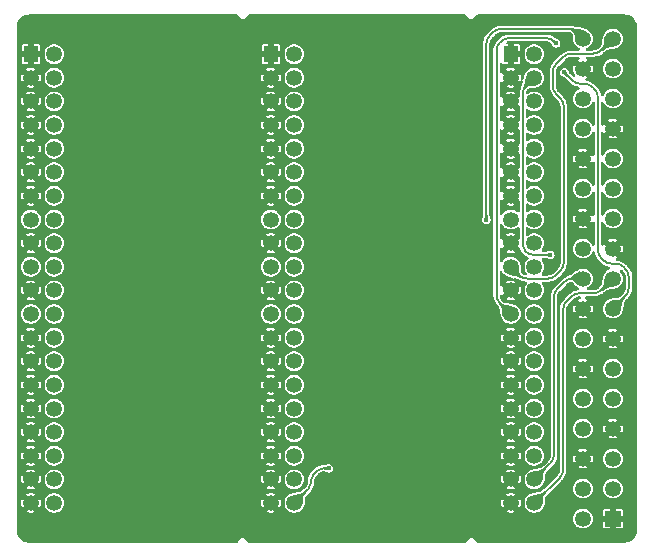
<source format=gbr>
%TF.GenerationSoftware,KiCad,Pcbnew,8.0.6*%
%TF.CreationDate,2024-11-07T15:02:59-05:00*%
%TF.ProjectId,SLI Interconnect PCB,534c4920-496e-4746-9572-636f6e6e6563,1.0*%
%TF.SameCoordinates,Original*%
%TF.FileFunction,Copper,L1,Top*%
%TF.FilePolarity,Positive*%
%FSLAX46Y46*%
G04 Gerber Fmt 4.6, Leading zero omitted, Abs format (unit mm)*
G04 Created by KiCad (PCBNEW 8.0.6) date 2024-11-07 15:02:59*
%MOMM*%
%LPD*%
G01*
G04 APERTURE LIST*
%TA.AperFunction,ComponentPad*%
%ADD10R,1.350000X1.350000*%
%TD*%
%TA.AperFunction,ComponentPad*%
%ADD11C,1.350000*%
%TD*%
%TA.AperFunction,ComponentPad*%
%ADD12R,1.250000X1.350000*%
%TD*%
%TA.AperFunction,ViaPad*%
%ADD13C,0.400000*%
%TD*%
%TA.AperFunction,Conductor*%
%ADD14C,0.200000*%
%TD*%
G04 APERTURE END LIST*
D10*
%TO.P,P2,1,GND*%
%TO.N,GND*%
X169310000Y-121060000D03*
D11*
%TO.P,P2,2,P15*%
%TO.N,/P15*%
X166770000Y-121060000D03*
%TO.P,P2,3,P13*%
%TO.N,/P13*%
X169310000Y-118520000D03*
%TO.P,P2,4,P14*%
%TO.N,/P14*%
X166770000Y-118520000D03*
%TO.P,P2,5,P12*%
%TO.N,/P12*%
X169310000Y-115980000D03*
%TO.P,P2,6,GND*%
%TO.N,GND*%
X166770000Y-115980000D03*
%TO.P,P2,7,GND*%
X169310000Y-113440000D03*
%TO.P,P2,8,P11*%
%TO.N,/P11*%
X166770000Y-113440000D03*
%TO.P,P2,9,P9*%
%TO.N,/P9*%
X169310000Y-110900000D03*
%TO.P,P2,10,P10*%
%TO.N,/P10*%
X166770000Y-110900000D03*
%TO.P,P2,11,P8*%
%TO.N,/P8*%
X169310000Y-108360000D03*
%TO.P,P2,12,GND*%
%TO.N,GND*%
X166770000Y-108360000D03*
%TO.P,P2,13,GND*%
X169310000Y-105820000D03*
%TO.P,P2,14,P7*%
%TO.N,/P7*%
X166770000Y-105820000D03*
%TO.P,P2,15,VD_201*%
%TO.N,/VD_201*%
X169310000Y-103280000D03*
%TO.P,P2,16,GND*%
%TO.N,GND*%
X166770000Y-103280000D03*
%TO.P,P2,17,VD_185*%
%TO.N,/VD_185*%
X169310000Y-100740000D03*
%TO.P,P2,18,VD_186*%
%TO.N,/VD_186*%
X166770000Y-100740000D03*
%TO.P,P2,19,GND*%
%TO.N,GND*%
X169310000Y-98200000D03*
%TO.P,P2,20,VD_214*%
%TO.N,/VD_214*%
X166770000Y-98200000D03*
%TO.P,P2,21,P6*%
%TO.N,/P6*%
X169310000Y-95660000D03*
%TO.P,P2,22,GND*%
%TO.N,GND*%
X166770000Y-95660000D03*
%TO.P,P2,23,P4*%
%TO.N,/P4*%
X169310000Y-93120000D03*
%TO.P,P2,24,P5*%
%TO.N,/P5*%
X166770000Y-93120000D03*
%TO.P,P2,25,P3*%
%TO.N,/P3*%
X169310000Y-90580000D03*
%TO.P,P2,26,GND*%
%TO.N,GND*%
X166770000Y-90580000D03*
%TO.P,P2,27,GND*%
X169310000Y-88040000D03*
%TO.P,P2,28,P2*%
%TO.N,/P2*%
X166770000Y-88040000D03*
%TO.P,P2,29,P0*%
%TO.N,/P0*%
X169310000Y-85500000D03*
%TO.P,P2,30,P1*%
%TO.N,/P1*%
X166770000Y-85500000D03*
%TO.P,P2,31,VD_HSync*%
%TO.N,/VD_HSync*%
X169310000Y-82960000D03*
%TO.P,P2,32,GND*%
%TO.N,GND*%
X166770000Y-82960000D03*
%TO.P,P2,33,VD_VSync*%
%TO.N,/VD_VSync*%
X169310000Y-80420000D03*
%TO.P,P2,34,VD_184*%
%TO.N,/VD_184*%
X166770000Y-80420000D03*
%TD*%
D12*
%TO.P,P3,1,GND*%
%TO.N,GND*%
X140350000Y-81740000D03*
D11*
%TO.P,P3,2,VD_201*%
%TO.N,/VD_201*%
X142350000Y-81740000D03*
%TO.P,P3,3,GND*%
%TO.N,GND*%
X140350000Y-83740000D03*
%TO.P,P3,4,VD_214*%
%TO.N,/VD_214*%
X142350000Y-83740000D03*
%TO.P,P3,5,GND*%
%TO.N,GND*%
X140350000Y-85740000D03*
%TO.P,P3,6,P0*%
%TO.N,/P0*%
X142350000Y-85740000D03*
%TO.P,P3,7,GND*%
%TO.N,GND*%
X140350000Y-87740000D03*
%TO.P,P3,8,P1*%
%TO.N,/P1*%
X142350000Y-87740000D03*
%TO.P,P3,9,GND*%
%TO.N,GND*%
X140350000Y-89740000D03*
%TO.P,P3,10,P2*%
%TO.N,/P2*%
X142350000Y-89740000D03*
%TO.P,P3,11,GND*%
%TO.N,GND*%
X140350000Y-91740000D03*
%TO.P,P3,12,P3*%
%TO.N,/P3*%
X142350000Y-91740000D03*
%TO.P,P3,13,GND*%
%TO.N,GND*%
X140350000Y-93740000D03*
%TO.P,P3,14,P4*%
%TO.N,/P4*%
X142350000Y-93740000D03*
%TO.P,P3,15,VD_184*%
%TO.N,/VD_184*%
X140350000Y-95740000D03*
%TO.P,P3,16,P5*%
%TO.N,/P5*%
X142350000Y-95740000D03*
%TO.P,P3,17,GND*%
%TO.N,GND*%
X140350000Y-97740000D03*
%TO.P,P3,18,P6*%
%TO.N,/P6*%
X142350000Y-97740000D03*
%TO.P,P3,19,VD_VSync*%
%TO.N,/VD_VSync*%
X140350000Y-99740000D03*
%TO.P,P3,20,P7*%
%TO.N,/P7*%
X142350000Y-99740000D03*
%TO.P,P3,21,GND*%
%TO.N,GND*%
X140350000Y-101740000D03*
%TO.P,P3,22,P8*%
%TO.N,/P8*%
X142350000Y-101740000D03*
%TO.P,P3,23,VD_HSync*%
%TO.N,/VD_HSync*%
X140350000Y-103740000D03*
%TO.P,P3,24,P9*%
%TO.N,/P9*%
X142350000Y-103740000D03*
%TO.P,P3,25,GND*%
%TO.N,GND*%
X140350000Y-105740000D03*
%TO.P,P3,26,P10*%
%TO.N,/P10*%
X142350000Y-105740000D03*
%TO.P,P3,27,GND*%
%TO.N,GND*%
X140350000Y-107740000D03*
%TO.P,P3,28,P11*%
%TO.N,/P11*%
X142350000Y-107740000D03*
%TO.P,P3,29,GND*%
%TO.N,GND*%
X140350000Y-109740000D03*
%TO.P,P3,30,P12*%
%TO.N,/P12*%
X142350000Y-109740000D03*
%TO.P,P3,31,GND*%
%TO.N,GND*%
X140350000Y-111740000D03*
%TO.P,P3,32,P13*%
%TO.N,/P13*%
X142350000Y-111740000D03*
%TO.P,P3,33,GND*%
%TO.N,GND*%
X140350000Y-113740000D03*
%TO.P,P3,34,P14*%
%TO.N,/P14*%
X142350000Y-113740000D03*
%TO.P,P3,35,GND*%
%TO.N,GND*%
X140350000Y-115740000D03*
%TO.P,P3,36,P15*%
%TO.N,/P15*%
X142350000Y-115740000D03*
%TO.P,P3,37,GND*%
%TO.N,GND*%
X140350000Y-117740000D03*
%TO.P,P3,38,VD_186*%
%TO.N,/VD_185*%
X142350000Y-117740000D03*
%TO.P,P3,39,GND*%
%TO.N,GND*%
X140350000Y-119740000D03*
%TO.P,P3,40,VD_185*%
%TO.N,/VD_186*%
X142350000Y-119740000D03*
%TD*%
D12*
%TO.P,P1,1,GND*%
%TO.N,GND*%
X160670000Y-81740000D03*
D11*
%TO.P,P1,2,VD_201*%
%TO.N,/VD_201*%
X162670000Y-81740000D03*
%TO.P,P1,3,GND*%
%TO.N,GND*%
X160670000Y-83740000D03*
%TO.P,P1,4,VD_214*%
%TO.N,/VD_214*%
X162670000Y-83740000D03*
%TO.P,P1,5,GND*%
%TO.N,GND*%
X160670000Y-85740000D03*
%TO.P,P1,6,P0*%
%TO.N,/P0*%
X162670000Y-85740000D03*
%TO.P,P1,7,GND*%
%TO.N,GND*%
X160670000Y-87740000D03*
%TO.P,P1,8,P1*%
%TO.N,/P1*%
X162670000Y-87740000D03*
%TO.P,P1,9,GND*%
%TO.N,GND*%
X160670000Y-89740000D03*
%TO.P,P1,10,P2*%
%TO.N,/P2*%
X162670000Y-89740000D03*
%TO.P,P1,11,GND*%
%TO.N,GND*%
X160670000Y-91740000D03*
%TO.P,P1,12,P3*%
%TO.N,/P3*%
X162670000Y-91740000D03*
%TO.P,P1,13,GND*%
%TO.N,GND*%
X160670000Y-93740000D03*
%TO.P,P1,14,P4*%
%TO.N,/P4*%
X162670000Y-93740000D03*
%TO.P,P1,15,VD_184*%
%TO.N,/VD_184*%
X160670000Y-95740000D03*
%TO.P,P1,16,P5*%
%TO.N,/P5*%
X162670000Y-95740000D03*
%TO.P,P1,17,GND*%
%TO.N,GND*%
X160670000Y-97740000D03*
%TO.P,P1,18,P6*%
%TO.N,/P6*%
X162670000Y-97740000D03*
%TO.P,P1,19,VD_VSync*%
%TO.N,/VD_VSync*%
X160670000Y-99740000D03*
%TO.P,P1,20,P7*%
%TO.N,/P7*%
X162670000Y-99740000D03*
%TO.P,P1,21,GND*%
%TO.N,GND*%
X160670000Y-101740000D03*
%TO.P,P1,22,P8*%
%TO.N,/P8*%
X162670000Y-101740000D03*
%TO.P,P1,23,VD_HSync*%
%TO.N,/VD_HSync*%
X160670000Y-103740000D03*
%TO.P,P1,24,P9*%
%TO.N,/P9*%
X162670000Y-103740000D03*
%TO.P,P1,25,GND*%
%TO.N,GND*%
X160670000Y-105740000D03*
%TO.P,P1,26,P10*%
%TO.N,/P10*%
X162670000Y-105740000D03*
%TO.P,P1,27,GND*%
%TO.N,GND*%
X160670000Y-107740000D03*
%TO.P,P1,28,P11*%
%TO.N,/P11*%
X162670000Y-107740000D03*
%TO.P,P1,29,GND*%
%TO.N,GND*%
X160670000Y-109740000D03*
%TO.P,P1,30,P12*%
%TO.N,/P12*%
X162670000Y-109740000D03*
%TO.P,P1,31,GND*%
%TO.N,GND*%
X160670000Y-111740000D03*
%TO.P,P1,32,P13*%
%TO.N,/P13*%
X162670000Y-111740000D03*
%TO.P,P1,33,GND*%
%TO.N,GND*%
X160670000Y-113740000D03*
%TO.P,P1,34,P14*%
%TO.N,/P14*%
X162670000Y-113740000D03*
%TO.P,P1,35,GND*%
%TO.N,GND*%
X160670000Y-115740000D03*
%TO.P,P1,36,P15*%
%TO.N,/P15*%
X162670000Y-115740000D03*
%TO.P,P1,37,GND*%
%TO.N,GND*%
X160670000Y-117740000D03*
%TO.P,P1,38,VD_186*%
%TO.N,/VD_186*%
X162670000Y-117740000D03*
%TO.P,P1,39,GND*%
%TO.N,GND*%
X160670000Y-119740000D03*
%TO.P,P1,40,VD_185*%
%TO.N,/VD_185*%
X162670000Y-119740000D03*
%TD*%
D12*
%TO.P,P4,1,GND*%
%TO.N,GND*%
X120030000Y-81740000D03*
D11*
%TO.P,P4,2,VD_201*%
%TO.N,/VD_201*%
X122030000Y-81740000D03*
%TO.P,P4,3,GND*%
%TO.N,GND*%
X120030000Y-83740000D03*
%TO.P,P4,4,VD_214*%
%TO.N,/VD_214*%
X122030000Y-83740000D03*
%TO.P,P4,5,GND*%
%TO.N,GND*%
X120030000Y-85740000D03*
%TO.P,P4,6,P0*%
%TO.N,/P0*%
X122030000Y-85740000D03*
%TO.P,P4,7,GND*%
%TO.N,GND*%
X120030000Y-87740000D03*
%TO.P,P4,8,P1*%
%TO.N,/P1*%
X122030000Y-87740000D03*
%TO.P,P4,9,GND*%
%TO.N,GND*%
X120030000Y-89740000D03*
%TO.P,P4,10,P2*%
%TO.N,/P2*%
X122030000Y-89740000D03*
%TO.P,P4,11,GND*%
%TO.N,GND*%
X120030000Y-91740000D03*
%TO.P,P4,12,P3*%
%TO.N,/P3*%
X122030000Y-91740000D03*
%TO.P,P4,13,GND*%
%TO.N,GND*%
X120030000Y-93740000D03*
%TO.P,P4,14,P4*%
%TO.N,/P4*%
X122030000Y-93740000D03*
%TO.P,P4,15,VD_184*%
%TO.N,/VD_184*%
X120030000Y-95740000D03*
%TO.P,P4,16,P5*%
%TO.N,/P5*%
X122030000Y-95740000D03*
%TO.P,P4,17,GND*%
%TO.N,GND*%
X120030000Y-97740000D03*
%TO.P,P4,18,P6*%
%TO.N,/P6*%
X122030000Y-97740000D03*
%TO.P,P4,19,VD_VSync*%
%TO.N,/VD_VSync*%
X120030000Y-99740000D03*
%TO.P,P4,20,P7*%
%TO.N,/P7*%
X122030000Y-99740000D03*
%TO.P,P4,21,GND*%
%TO.N,GND*%
X120030000Y-101740000D03*
%TO.P,P4,22,P8*%
%TO.N,/P8*%
X122030000Y-101740000D03*
%TO.P,P4,23,VD_HSync*%
%TO.N,/VD_HSync*%
X120030000Y-103740000D03*
%TO.P,P4,24,P9*%
%TO.N,/P9*%
X122030000Y-103740000D03*
%TO.P,P4,25,GND*%
%TO.N,GND*%
X120030000Y-105740000D03*
%TO.P,P4,26,P10*%
%TO.N,/P10*%
X122030000Y-105740000D03*
%TO.P,P4,27,GND*%
%TO.N,GND*%
X120030000Y-107740000D03*
%TO.P,P4,28,P11*%
%TO.N,/P11*%
X122030000Y-107740000D03*
%TO.P,P4,29,GND*%
%TO.N,GND*%
X120030000Y-109740000D03*
%TO.P,P4,30,P12*%
%TO.N,/P12*%
X122030000Y-109740000D03*
%TO.P,P4,31,GND*%
%TO.N,GND*%
X120030000Y-111740000D03*
%TO.P,P4,32,P13*%
%TO.N,/P13*%
X122030000Y-111740000D03*
%TO.P,P4,33,GND*%
%TO.N,GND*%
X120030000Y-113740000D03*
%TO.P,P4,34,P14*%
%TO.N,/P14*%
X122030000Y-113740000D03*
%TO.P,P4,35,GND*%
%TO.N,GND*%
X120030000Y-115740000D03*
%TO.P,P4,36,P15*%
%TO.N,/P15*%
X122030000Y-115740000D03*
%TO.P,P4,37,GND*%
%TO.N,GND*%
X120030000Y-117740000D03*
%TO.P,P4,38,VD_186*%
%TO.N,/VD_185*%
X122030000Y-117740000D03*
%TO.P,P4,39,GND*%
%TO.N,GND*%
X120030000Y-119740000D03*
%TO.P,P4,40,VD_185*%
%TO.N,/VD_186*%
X122030000Y-119740000D03*
%TD*%
D13*
%TO.N,GND*%
X164250000Y-94450000D03*
X137980000Y-81740000D03*
X157330000Y-111730000D03*
X137980000Y-91770000D03*
X157330000Y-81740000D03*
X136130000Y-105740000D03*
X145880000Y-95790000D03*
X157330000Y-113780000D03*
X125610000Y-99720000D03*
X157330000Y-119800000D03*
X137980000Y-111730000D03*
X145880000Y-99790000D03*
X131290000Y-104650000D03*
X137980000Y-87750000D03*
X131290000Y-100730000D03*
X137980000Y-119800000D03*
X137980000Y-115760000D03*
X125610000Y-103640000D03*
X157330000Y-97810000D03*
X157330000Y-83720000D03*
X131290000Y-96730000D03*
X157330000Y-93750000D03*
X137980000Y-117730000D03*
X157330000Y-87750000D03*
X125610000Y-95720000D03*
X151460000Y-100740000D03*
X151460000Y-96740000D03*
X157330000Y-109770000D03*
X137980000Y-93750000D03*
X157330000Y-105730000D03*
X145880000Y-103710000D03*
X136130000Y-101820000D03*
X157330000Y-107760000D03*
X151460000Y-104660000D03*
X157330000Y-85700000D03*
X137980000Y-105730000D03*
X137980000Y-97810000D03*
X157330000Y-89760000D03*
X137980000Y-101810000D03*
X137980000Y-113780000D03*
X137980000Y-85700000D03*
X137980000Y-83720000D03*
X136130000Y-97820000D03*
X157330000Y-117730000D03*
X157330000Y-91770000D03*
X137980000Y-107760000D03*
X137980000Y-109770000D03*
X157330000Y-115760000D03*
X137980000Y-89760000D03*
%TO.N,/VD_186*%
X145270000Y-116805000D03*
%TO.N,/VD_201*%
X165210000Y-83290000D03*
%TO.N,/VD_214*%
X164010000Y-98730000D03*
%TO.N,/VD_184*%
X158590000Y-95750000D03*
%TO.N,/VD_HSync*%
X164500000Y-80810000D03*
%TO.N,GND*%
X157330000Y-101810000D03*
%TD*%
D14*
%TO.N,/VD_186*%
X143979670Y-117280330D02*
G75*
G03*
X143759972Y-117810660I530330J-530370D01*
G01*
X144765660Y-116805000D02*
G75*
G03*
X144235350Y-117024690I40J-750000D01*
G01*
X143540330Y-118549670D02*
G75*
G03*
X143760028Y-118019340I-530330J530370D01*
G01*
X142350000Y-119740000D02*
X143540330Y-118549670D01*
X143760000Y-118019340D02*
X143760000Y-117810660D01*
X143979670Y-117280330D02*
X144235330Y-117024670D01*
X144765660Y-116805000D02*
X145270000Y-116805000D01*
%TO.N,/VD_214*%
X161889670Y-98409670D02*
G75*
G02*
X161669972Y-97879340I530330J530370D01*
G01*
%TO.N,/VD_184*%
X165535786Y-79600000D02*
G75*
G02*
X166242900Y-79892886I14J-1000000D01*
G01*
X158600000Y-80864214D02*
G75*
G02*
X158892886Y-80157100I1000000J14D01*
G01*
X159157107Y-79892893D02*
G75*
G02*
X159864214Y-79600010I707093J-707107D01*
G01*
X158600000Y-95740000D02*
X158600000Y-80864214D01*
X158892893Y-80157107D02*
X159157107Y-79892893D01*
X159864214Y-79600000D02*
X165535786Y-79600000D01*
X158590000Y-95750000D02*
X158600000Y-95740000D01*
X166242893Y-79892893D02*
X166770000Y-80420000D01*
%TO.N,/VD_186*%
X164017107Y-116392893D02*
X162670000Y-117740000D01*
X164310000Y-102324214D02*
X164310000Y-115685786D01*
X165187107Y-101032893D02*
X164602893Y-101617107D01*
X145270000Y-116805000D02*
X145270000Y-116820000D01*
X166770000Y-100740000D02*
X165894214Y-100740000D01*
X165187107Y-101032893D02*
G75*
G02*
X165894214Y-100740010I707093J-707107D01*
G01*
X164017107Y-116392893D02*
G75*
G03*
X164309990Y-115685786I-707107J707093D01*
G01*
X164310000Y-102324214D02*
G75*
G02*
X164602886Y-101617100I1000000J14D01*
G01*
%TO.N,/VD_201*%
X169535786Y-99480000D02*
X169214214Y-99480000D01*
X168507107Y-99187107D02*
X168332893Y-99012893D01*
X166895786Y-84240000D02*
X166574214Y-84240000D01*
X167747107Y-84677107D02*
X167602893Y-84532893D01*
X165867107Y-83947107D02*
X165210000Y-83290000D01*
X169310000Y-103280000D02*
X170367107Y-102222893D01*
X170367107Y-99897107D02*
X170242893Y-99772893D01*
X170660000Y-101515786D02*
X170660000Y-100604214D01*
X168040000Y-98305786D02*
X168040000Y-85384214D01*
X167602893Y-84532893D02*
G75*
G03*
X166895786Y-84240010I-707093J-707107D01*
G01*
X166574214Y-84240000D02*
G75*
G02*
X165867100Y-83947114I-14J1000000D01*
G01*
X167747107Y-84677107D02*
G75*
G02*
X168039990Y-85384214I-707107J-707093D01*
G01*
X168507107Y-99187107D02*
G75*
G03*
X169214214Y-99479990I707093J707107D01*
G01*
X170367107Y-99897107D02*
G75*
G02*
X170659990Y-100604214I-707107J-707093D01*
G01*
X168040000Y-98305786D02*
G75*
G03*
X168332886Y-99012900I1000000J-14D01*
G01*
X169535786Y-99480000D02*
G75*
G02*
X170242900Y-99772886I14J-1000000D01*
G01*
X170367107Y-102222893D02*
G75*
G03*
X170659990Y-101515786I-707107J707093D01*
G01*
%TO.N,/VD_214*%
X161917107Y-98437107D02*
X161889670Y-98409670D01*
X161670000Y-97879340D02*
X161670000Y-85154214D01*
X161962893Y-84447107D02*
X162670000Y-83740000D01*
X164010000Y-98730000D02*
X162624214Y-98730000D01*
X162624214Y-98730000D02*
G75*
G02*
X161917100Y-98437114I-14J1000000D01*
G01*
X161670000Y-85154214D02*
G75*
G02*
X161962886Y-84447100I1000000J14D01*
G01*
%TO.N,/VD_185*%
X164807107Y-117602893D02*
X162670000Y-119740000D01*
X165100000Y-103354214D02*
X165100000Y-116895786D01*
X169310000Y-100740000D02*
X168362893Y-101687107D01*
X167655786Y-101980000D02*
X166474214Y-101980000D01*
X165767107Y-102272893D02*
X165392893Y-102647107D01*
X165100000Y-116895786D02*
G75*
G02*
X164807114Y-117602900I-1000000J-14D01*
G01*
X166474214Y-101980000D02*
G75*
G03*
X165767100Y-102272886I-14J-1000000D01*
G01*
X165100000Y-103354214D02*
G75*
G02*
X165392886Y-102647100I1000000J14D01*
G01*
X167655786Y-101980000D02*
G75*
G03*
X168362900Y-101687114I14J1000000D01*
G01*
%TO.N,/VD_VSync*%
X164857107Y-85457107D02*
X164512893Y-85112893D01*
X162084214Y-100740000D02*
X163785786Y-100740000D01*
X164492893Y-100447107D02*
X164857107Y-100082893D01*
X160670000Y-99740000D02*
X161377107Y-100447107D01*
X165150000Y-99375786D02*
X165150000Y-86164214D01*
X168332893Y-81397107D02*
X169310000Y-80420000D01*
X164220000Y-84405786D02*
X164220000Y-83274214D01*
X165804214Y-81690000D02*
X167625786Y-81690000D01*
X164512893Y-82567107D02*
X165097107Y-81982893D01*
X164857107Y-100082893D02*
G75*
G03*
X165149990Y-99375786I-707107J707093D01*
G01*
X164512893Y-85112893D02*
G75*
G02*
X164220010Y-84405786I707107J707093D01*
G01*
X163785786Y-100740000D02*
G75*
G03*
X164492900Y-100447114I14J1000000D01*
G01*
X161377107Y-100447107D02*
G75*
G03*
X162084214Y-100739990I707093J707107D01*
G01*
X165097107Y-81982893D02*
G75*
G02*
X165804214Y-81690010I707093J-707107D01*
G01*
X167625786Y-81690000D02*
G75*
G03*
X168332900Y-81397114I14J1000000D01*
G01*
X164220000Y-83274214D02*
G75*
G02*
X164512886Y-82567100I1000000J14D01*
G01*
X165150000Y-86164214D02*
G75*
G03*
X164857114Y-85457100I-1000000J14D01*
G01*
%TO.N,/VD_HSync*%
X163655786Y-80380000D02*
X160534214Y-80380000D01*
X159827107Y-80672893D02*
X159752893Y-80747107D01*
X159460000Y-81454214D02*
X159460000Y-102115786D01*
X159752893Y-102822893D02*
X160670000Y-103740000D01*
X164500000Y-80810000D02*
X164362893Y-80672893D01*
X159460000Y-81454214D02*
G75*
G02*
X159752886Y-80747100I1000000J14D01*
G01*
X159460000Y-102115786D02*
G75*
G03*
X159752886Y-102822900I1000000J-14D01*
G01*
X164362893Y-80672893D02*
G75*
G03*
X163655786Y-80380010I-707093J-707107D01*
G01*
X160534214Y-80380000D02*
G75*
G03*
X159827100Y-80672886I-14J-1000000D01*
G01*
%TD*%
%TA.AperFunction,Conductor*%
%TO.N,GND*%
G36*
X159925703Y-100135479D02*
G01*
X159951887Y-100167193D01*
X159990338Y-100233794D01*
X159990342Y-100233798D01*
X159990343Y-100233800D01*
X160107862Y-100364317D01*
X160249949Y-100467550D01*
X160249952Y-100467552D01*
X160335045Y-100505437D01*
X160349230Y-100512885D01*
X160366081Y-100523175D01*
X160572167Y-100598827D01*
X160636462Y-100622429D01*
X160641661Y-100624196D01*
X160643962Y-100624979D01*
X160645037Y-100625316D01*
X160652723Y-100627523D01*
X160780995Y-100661024D01*
X160840884Y-100697011D01*
X160871811Y-100759663D01*
X160863955Y-100829090D01*
X160819812Y-100883248D01*
X160753396Y-100904944D01*
X160749660Y-100905000D01*
X160582238Y-100905000D01*
X160410552Y-100941493D01*
X160282193Y-100998641D01*
X160540590Y-101257037D01*
X160477007Y-101274075D01*
X160362993Y-101339901D01*
X160269901Y-101432993D01*
X160204075Y-101547007D01*
X160187037Y-101610590D01*
X159929328Y-101352881D01*
X159907954Y-101355694D01*
X159901319Y-101362022D01*
X159832712Y-101375244D01*
X159767847Y-101349276D01*
X159727319Y-101292361D01*
X159720500Y-101251806D01*
X159720500Y-100229192D01*
X159740185Y-100162153D01*
X159792989Y-100116398D01*
X159862147Y-100106454D01*
X159925703Y-100135479D01*
G37*
%TD.AperFunction*%
%TA.AperFunction,Conductor*%
G36*
X160204075Y-97932993D02*
G01*
X160269901Y-98047007D01*
X160362993Y-98140099D01*
X160477007Y-98205925D01*
X160540589Y-98222962D01*
X160282193Y-98481357D01*
X160282194Y-98481358D01*
X160410545Y-98538504D01*
X160410550Y-98538506D01*
X160582238Y-98575000D01*
X160757762Y-98575000D01*
X160929449Y-98538506D01*
X160929454Y-98538504D01*
X161057804Y-98481358D01*
X161057804Y-98481357D01*
X160799410Y-98222962D01*
X160862993Y-98205925D01*
X160977007Y-98140099D01*
X161070099Y-98047007D01*
X161135925Y-97932993D01*
X161152962Y-97869410D01*
X161430085Y-98146533D01*
X161460333Y-98195890D01*
X161483522Y-98267247D01*
X161555739Y-98408966D01*
X161555740Y-98408968D01*
X161649238Y-98537645D01*
X161693354Y-98581757D01*
X161693371Y-98581776D01*
X161698537Y-98586942D01*
X161698550Y-98586966D01*
X161732901Y-98621316D01*
X161732901Y-98621317D01*
X161803049Y-98691464D01*
X161906457Y-98766593D01*
X161963564Y-98808083D01*
X161963566Y-98808084D01*
X162116941Y-98886229D01*
X162167736Y-98934202D01*
X162184532Y-99002022D01*
X162161996Y-99068158D01*
X162133534Y-99097030D01*
X162107865Y-99115680D01*
X162107862Y-99115682D01*
X162107862Y-99115683D01*
X162094881Y-99130100D01*
X161990340Y-99246203D01*
X161902529Y-99398298D01*
X161850611Y-99558084D01*
X161848256Y-99565333D01*
X161829898Y-99740000D01*
X161848256Y-99914667D01*
X161848257Y-99914670D01*
X161902529Y-100081701D01*
X161990342Y-100233799D01*
X161998119Y-100242436D01*
X162028350Y-100305428D01*
X162019725Y-100374763D01*
X161974984Y-100428429D01*
X161908332Y-100449387D01*
X161869976Y-100444070D01*
X161812901Y-100426757D01*
X161790443Y-100417455D01*
X161723401Y-100381621D01*
X161713314Y-100375598D01*
X161641919Y-100328244D01*
X161631794Y-100320762D01*
X161586696Y-100283752D01*
X161550988Y-100235803D01*
X161539001Y-100207184D01*
X161529377Y-100159934D01*
X161528600Y-100011063D01*
X161528462Y-99768589D01*
X161527287Y-99748994D01*
X161526957Y-99746240D01*
X161523459Y-99726881D01*
X161499427Y-99627904D01*
X161496609Y-99611632D01*
X161491744Y-99565333D01*
X161463484Y-99478360D01*
X161460925Y-99469331D01*
X161457666Y-99455903D01*
X161454184Y-99443642D01*
X161454182Y-99443634D01*
X161453629Y-99441938D01*
X161450576Y-99435325D01*
X161451289Y-99434995D01*
X161444880Y-99421103D01*
X161437471Y-99398300D01*
X161424475Y-99375790D01*
X161349661Y-99246205D01*
X161349657Y-99246201D01*
X161349657Y-99246200D01*
X161232138Y-99115683D01*
X161158296Y-99062033D01*
X161090049Y-99012448D01*
X160966868Y-98957606D01*
X160929606Y-98941016D01*
X160929604Y-98941015D01*
X160929603Y-98941015D01*
X160757815Y-98904500D01*
X160582185Y-98904500D01*
X160410396Y-98941015D01*
X160249950Y-99012448D01*
X160133535Y-99097030D01*
X160107862Y-99115683D01*
X159990343Y-99246200D01*
X159990341Y-99246201D01*
X159990340Y-99246204D01*
X159951887Y-99312807D01*
X159901320Y-99361023D01*
X159832713Y-99374246D01*
X159767848Y-99348278D01*
X159727320Y-99291363D01*
X159720500Y-99250807D01*
X159720500Y-98228191D01*
X159740185Y-98161152D01*
X159792989Y-98115397D01*
X159862147Y-98105453D01*
X159901592Y-98123467D01*
X159929328Y-98127118D01*
X160187037Y-97869409D01*
X160204075Y-97932993D01*
G37*
%TD.AperFunction*%
%TA.AperFunction,Conductor*%
G36*
X159925703Y-96135479D02*
G01*
X159951887Y-96167193D01*
X159990338Y-96233794D01*
X159990342Y-96233798D01*
X159990343Y-96233800D01*
X160107862Y-96364317D01*
X160211096Y-96439321D01*
X160249950Y-96467551D01*
X160311540Y-96494971D01*
X160410394Y-96538984D01*
X160582185Y-96575500D01*
X160757815Y-96575500D01*
X160929606Y-96538984D01*
X161090051Y-96467550D01*
X161212617Y-96378499D01*
X161278420Y-96355021D01*
X161346474Y-96370846D01*
X161395169Y-96420951D01*
X161409500Y-96478819D01*
X161409500Y-97302691D01*
X161389815Y-97369730D01*
X161373181Y-97390372D01*
X161152962Y-97610590D01*
X161135925Y-97547007D01*
X161070099Y-97432993D01*
X160977007Y-97339901D01*
X160862993Y-97274075D01*
X160799409Y-97257037D01*
X161057805Y-96998641D01*
X160929449Y-96941493D01*
X160757762Y-96905000D01*
X160582238Y-96905000D01*
X160410552Y-96941493D01*
X160282193Y-96998641D01*
X160540590Y-97257037D01*
X160477007Y-97274075D01*
X160362993Y-97339901D01*
X160269901Y-97432993D01*
X160204075Y-97547007D01*
X160187037Y-97610590D01*
X159929328Y-97352881D01*
X159907954Y-97355694D01*
X159901319Y-97362022D01*
X159832712Y-97375244D01*
X159767847Y-97349276D01*
X159727319Y-97292361D01*
X159720500Y-97251806D01*
X159720500Y-96229192D01*
X159740185Y-96162153D01*
X159792989Y-96116398D01*
X159862147Y-96106454D01*
X159925703Y-96135479D01*
G37*
%TD.AperFunction*%
%TA.AperFunction,Conductor*%
G36*
X161373181Y-94089628D02*
G01*
X161406666Y-94150951D01*
X161409500Y-94177309D01*
X161409500Y-95001180D01*
X161389815Y-95068219D01*
X161337011Y-95113974D01*
X161267853Y-95123918D01*
X161212614Y-95101498D01*
X161090049Y-95012448D01*
X160966868Y-94957606D01*
X160929606Y-94941016D01*
X160929604Y-94941015D01*
X160929603Y-94941015D01*
X160757815Y-94904500D01*
X160582185Y-94904500D01*
X160410396Y-94941015D01*
X160249950Y-95012448D01*
X160110214Y-95113974D01*
X160107862Y-95115683D01*
X159990343Y-95246200D01*
X159990341Y-95246201D01*
X159990340Y-95246204D01*
X159951887Y-95312807D01*
X159901320Y-95361023D01*
X159832713Y-95374246D01*
X159767848Y-95348278D01*
X159727320Y-95291363D01*
X159720500Y-95250807D01*
X159720500Y-94228191D01*
X159740185Y-94161152D01*
X159792989Y-94115397D01*
X159862147Y-94105453D01*
X159901592Y-94123467D01*
X159929328Y-94127118D01*
X160187037Y-93869409D01*
X160204075Y-93932993D01*
X160269901Y-94047007D01*
X160362993Y-94140099D01*
X160477007Y-94205925D01*
X160540589Y-94222962D01*
X160282193Y-94481357D01*
X160282194Y-94481358D01*
X160410545Y-94538504D01*
X160410550Y-94538506D01*
X160582238Y-94575000D01*
X160757762Y-94575000D01*
X160929449Y-94538506D01*
X160929454Y-94538504D01*
X161057804Y-94481358D01*
X161057804Y-94481357D01*
X160799410Y-94222962D01*
X160862993Y-94205925D01*
X160977007Y-94140099D01*
X161070099Y-94047007D01*
X161135925Y-93932993D01*
X161152962Y-93869409D01*
X161373181Y-94089628D01*
G37*
%TD.AperFunction*%
%TA.AperFunction,Conductor*%
G36*
X161373181Y-92089628D02*
G01*
X161406666Y-92150951D01*
X161409500Y-92177309D01*
X161409500Y-93302691D01*
X161389815Y-93369730D01*
X161373181Y-93390372D01*
X161152962Y-93610590D01*
X161135925Y-93547007D01*
X161070099Y-93432993D01*
X160977007Y-93339901D01*
X160862993Y-93274075D01*
X160799409Y-93257037D01*
X161057805Y-92998641D01*
X160929449Y-92941493D01*
X160757762Y-92905000D01*
X160582238Y-92905000D01*
X160410552Y-92941493D01*
X160282193Y-92998641D01*
X160540590Y-93257037D01*
X160477007Y-93274075D01*
X160362993Y-93339901D01*
X160269901Y-93432993D01*
X160204075Y-93547007D01*
X160187037Y-93610590D01*
X159929328Y-93352881D01*
X159907954Y-93355694D01*
X159901319Y-93362022D01*
X159832712Y-93375244D01*
X159767847Y-93349276D01*
X159727319Y-93292361D01*
X159720500Y-93251806D01*
X159720500Y-92228191D01*
X159740185Y-92161152D01*
X159792989Y-92115397D01*
X159862147Y-92105453D01*
X159901592Y-92123467D01*
X159929328Y-92127118D01*
X160187037Y-91869409D01*
X160204075Y-91932993D01*
X160269901Y-92047007D01*
X160362993Y-92140099D01*
X160477007Y-92205925D01*
X160540589Y-92222962D01*
X160282193Y-92481357D01*
X160282194Y-92481358D01*
X160410545Y-92538504D01*
X160410550Y-92538506D01*
X160582238Y-92575000D01*
X160757762Y-92575000D01*
X160929449Y-92538506D01*
X160929454Y-92538504D01*
X161057804Y-92481358D01*
X161057804Y-92481357D01*
X160799410Y-92222962D01*
X160862993Y-92205925D01*
X160977007Y-92140099D01*
X161070099Y-92047007D01*
X161135925Y-91932993D01*
X161152962Y-91869409D01*
X161373181Y-92089628D01*
G37*
%TD.AperFunction*%
%TA.AperFunction,Conductor*%
G36*
X161373181Y-90089628D02*
G01*
X161406666Y-90150951D01*
X161409500Y-90177309D01*
X161409500Y-91302691D01*
X161389815Y-91369730D01*
X161373181Y-91390372D01*
X161152962Y-91610590D01*
X161135925Y-91547007D01*
X161070099Y-91432993D01*
X160977007Y-91339901D01*
X160862993Y-91274075D01*
X160799409Y-91257037D01*
X161057805Y-90998641D01*
X160929449Y-90941493D01*
X160757762Y-90905000D01*
X160582238Y-90905000D01*
X160410552Y-90941493D01*
X160282193Y-90998641D01*
X160540590Y-91257037D01*
X160477007Y-91274075D01*
X160362993Y-91339901D01*
X160269901Y-91432993D01*
X160204075Y-91547007D01*
X160187037Y-91610590D01*
X159929328Y-91352881D01*
X159907954Y-91355694D01*
X159901319Y-91362022D01*
X159832712Y-91375244D01*
X159767847Y-91349276D01*
X159727319Y-91292361D01*
X159720500Y-91251806D01*
X159720500Y-90228191D01*
X159740185Y-90161152D01*
X159792989Y-90115397D01*
X159862147Y-90105453D01*
X159901592Y-90123467D01*
X159929328Y-90127118D01*
X160187037Y-89869409D01*
X160204075Y-89932993D01*
X160269901Y-90047007D01*
X160362993Y-90140099D01*
X160477007Y-90205925D01*
X160540589Y-90222962D01*
X160282193Y-90481357D01*
X160282194Y-90481358D01*
X160410545Y-90538504D01*
X160410550Y-90538506D01*
X160582238Y-90575000D01*
X160757762Y-90575000D01*
X160929449Y-90538506D01*
X160929454Y-90538504D01*
X161057804Y-90481358D01*
X161057804Y-90481357D01*
X160799410Y-90222962D01*
X160862993Y-90205925D01*
X160977007Y-90140099D01*
X161070099Y-90047007D01*
X161135925Y-89932993D01*
X161152962Y-89869409D01*
X161373181Y-90089628D01*
G37*
%TD.AperFunction*%
%TA.AperFunction,Conductor*%
G36*
X161373181Y-88089628D02*
G01*
X161406666Y-88150951D01*
X161409500Y-88177309D01*
X161409500Y-89302691D01*
X161389815Y-89369730D01*
X161373181Y-89390372D01*
X161152962Y-89610590D01*
X161135925Y-89547007D01*
X161070099Y-89432993D01*
X160977007Y-89339901D01*
X160862993Y-89274075D01*
X160799409Y-89257037D01*
X161057805Y-88998641D01*
X160929449Y-88941493D01*
X160757762Y-88905000D01*
X160582238Y-88905000D01*
X160410552Y-88941493D01*
X160282193Y-88998641D01*
X160540590Y-89257037D01*
X160477007Y-89274075D01*
X160362993Y-89339901D01*
X160269901Y-89432993D01*
X160204075Y-89547007D01*
X160187037Y-89610590D01*
X159929328Y-89352881D01*
X159907954Y-89355694D01*
X159901319Y-89362022D01*
X159832712Y-89375244D01*
X159767847Y-89349276D01*
X159727319Y-89292361D01*
X159720500Y-89251806D01*
X159720500Y-88228191D01*
X159740185Y-88161152D01*
X159792989Y-88115397D01*
X159862147Y-88105453D01*
X159901592Y-88123467D01*
X159929328Y-88127118D01*
X160187037Y-87869409D01*
X160204075Y-87932993D01*
X160269901Y-88047007D01*
X160362993Y-88140099D01*
X160477007Y-88205925D01*
X160540589Y-88222962D01*
X160282193Y-88481357D01*
X160282194Y-88481358D01*
X160410545Y-88538504D01*
X160410550Y-88538506D01*
X160582238Y-88575000D01*
X160757762Y-88575000D01*
X160929449Y-88538506D01*
X160929454Y-88538504D01*
X161057804Y-88481358D01*
X161057804Y-88481357D01*
X160799410Y-88222962D01*
X160862993Y-88205925D01*
X160977007Y-88140099D01*
X161070099Y-88047007D01*
X161135925Y-87932993D01*
X161152962Y-87869409D01*
X161373181Y-88089628D01*
G37*
%TD.AperFunction*%
%TA.AperFunction,Conductor*%
G36*
X161373181Y-86089628D02*
G01*
X161406666Y-86150951D01*
X161409500Y-86177309D01*
X161409500Y-87302691D01*
X161389815Y-87369730D01*
X161373181Y-87390372D01*
X161152962Y-87610590D01*
X161135925Y-87547007D01*
X161070099Y-87432993D01*
X160977007Y-87339901D01*
X160862993Y-87274075D01*
X160799409Y-87257037D01*
X161057805Y-86998641D01*
X160929449Y-86941493D01*
X160757762Y-86905000D01*
X160582238Y-86905000D01*
X160410552Y-86941493D01*
X160282193Y-86998641D01*
X160540590Y-87257037D01*
X160477007Y-87274075D01*
X160362993Y-87339901D01*
X160269901Y-87432993D01*
X160204075Y-87547007D01*
X160187037Y-87610590D01*
X159929328Y-87352881D01*
X159907954Y-87355694D01*
X159901319Y-87362022D01*
X159832712Y-87375244D01*
X159767847Y-87349276D01*
X159727319Y-87292361D01*
X159720500Y-87251806D01*
X159720500Y-86228191D01*
X159740185Y-86161152D01*
X159792989Y-86115397D01*
X159862147Y-86105453D01*
X159901592Y-86123467D01*
X159929328Y-86127118D01*
X160187037Y-85869409D01*
X160204075Y-85932993D01*
X160269901Y-86047007D01*
X160362993Y-86140099D01*
X160477007Y-86205925D01*
X160540589Y-86222962D01*
X160282193Y-86481357D01*
X160282194Y-86481358D01*
X160410545Y-86538504D01*
X160410550Y-86538506D01*
X160582238Y-86575000D01*
X160757762Y-86575000D01*
X160929449Y-86538506D01*
X160929454Y-86538504D01*
X161057804Y-86481358D01*
X161057804Y-86481357D01*
X160799410Y-86222962D01*
X160862993Y-86205925D01*
X160977007Y-86140099D01*
X161070099Y-86047007D01*
X161135925Y-85932993D01*
X161152962Y-85869409D01*
X161373181Y-86089628D01*
G37*
%TD.AperFunction*%
%TA.AperFunction,Conductor*%
G36*
X137522627Y-78400185D02*
G01*
X137543269Y-78416819D01*
X137866426Y-78739976D01*
X137940118Y-78770500D01*
X137940120Y-78770500D01*
X138019880Y-78770500D01*
X138019882Y-78770500D01*
X138093574Y-78739976D01*
X138149976Y-78683574D01*
X138416731Y-78416819D01*
X138478054Y-78383334D01*
X138504412Y-78380500D01*
X156805588Y-78380500D01*
X156872627Y-78400185D01*
X156893269Y-78416819D01*
X157216426Y-78739976D01*
X157290118Y-78770500D01*
X157290120Y-78770500D01*
X157369880Y-78770500D01*
X157369882Y-78770500D01*
X157443574Y-78739976D01*
X157499976Y-78683574D01*
X157766731Y-78416819D01*
X157828054Y-78383334D01*
X157854412Y-78380500D01*
X170310403Y-78380500D01*
X170310405Y-78380501D01*
X170344877Y-78380500D01*
X170355682Y-78380972D01*
X170382685Y-78383334D01*
X170512991Y-78394732D01*
X170534273Y-78398484D01*
X170681562Y-78437949D01*
X170701866Y-78445339D01*
X170840068Y-78509782D01*
X170858785Y-78520589D01*
X170983686Y-78608045D01*
X171000244Y-78621939D01*
X171108060Y-78729755D01*
X171121954Y-78746313D01*
X171209410Y-78871214D01*
X171220218Y-78889933D01*
X171284659Y-79028130D01*
X171292051Y-79048441D01*
X171331514Y-79195723D01*
X171335267Y-79217011D01*
X171349027Y-79374317D01*
X171349499Y-79385122D01*
X171349499Y-79434025D01*
X171349500Y-79434034D01*
X171349500Y-122037888D01*
X171349469Y-122038204D01*
X171349471Y-122084632D01*
X171349000Y-122095439D01*
X171335244Y-122252756D01*
X171331491Y-122274043D01*
X171292034Y-122421323D01*
X171284641Y-122441636D01*
X171220202Y-122579835D01*
X171209395Y-122598555D01*
X171121941Y-122723457D01*
X171108047Y-122740015D01*
X171000227Y-122847837D01*
X170983669Y-122861732D01*
X170858769Y-122949188D01*
X170840048Y-122959996D01*
X170701850Y-123024436D01*
X170681538Y-123031828D01*
X170534257Y-123071289D01*
X170512976Y-123075041D01*
X170355875Y-123088781D01*
X170345075Y-123089252D01*
X170295950Y-123089252D01*
X170295942Y-123089253D01*
X157854384Y-123089253D01*
X157787345Y-123069568D01*
X157766703Y-123052934D01*
X157443546Y-122729777D01*
X157369855Y-122699253D01*
X157369854Y-122699253D01*
X157290090Y-122699253D01*
X157290088Y-122699253D01*
X157216397Y-122729777D01*
X157216396Y-122729778D01*
X156893241Y-123052934D01*
X156831918Y-123086419D01*
X156805560Y-123089253D01*
X138504384Y-123089253D01*
X138437345Y-123069568D01*
X138416703Y-123052934D01*
X138093546Y-122729777D01*
X138019855Y-122699253D01*
X138019854Y-122699253D01*
X137940090Y-122699253D01*
X137940088Y-122699253D01*
X137866397Y-122729777D01*
X137866396Y-122729778D01*
X137543241Y-123052934D01*
X137481918Y-123086419D01*
X137455560Y-123089253D01*
X119891992Y-123089253D01*
X119891566Y-123089211D01*
X119879579Y-123089212D01*
X119877316Y-123089212D01*
X119845110Y-123089215D01*
X119834302Y-123088744D01*
X119676988Y-123074994D01*
X119655700Y-123071242D01*
X119508419Y-123031789D01*
X119488104Y-123024397D01*
X119349902Y-122959960D01*
X119331182Y-122949152D01*
X119206284Y-122861703D01*
X119189723Y-122847808D01*
X119081901Y-122739987D01*
X119068006Y-122723427D01*
X119000845Y-122627508D01*
X118980548Y-122598520D01*
X118969746Y-122579810D01*
X118905305Y-122441604D01*
X118897917Y-122421306D01*
X118858456Y-122273999D01*
X118854707Y-122252731D01*
X118840970Y-122095584D01*
X118840500Y-122084783D01*
X118840500Y-122084632D01*
X118840503Y-122050135D01*
X118840502Y-122050133D01*
X118840503Y-122039013D01*
X118840500Y-122038967D01*
X118840500Y-121060000D01*
X165929898Y-121060000D01*
X165948256Y-121234667D01*
X165948257Y-121234670D01*
X166002529Y-121401701D01*
X166090340Y-121553796D01*
X166090341Y-121553798D01*
X166090343Y-121553800D01*
X166207862Y-121684317D01*
X166299319Y-121750765D01*
X166349950Y-121787551D01*
X166372142Y-121797431D01*
X166510394Y-121858984D01*
X166682185Y-121895500D01*
X166857815Y-121895500D01*
X167029606Y-121858984D01*
X167190051Y-121787550D01*
X167332138Y-121684317D01*
X167449657Y-121553800D01*
X167537471Y-121401700D01*
X167591744Y-121234667D01*
X167610102Y-121060000D01*
X167591744Y-120885333D01*
X167537471Y-120718300D01*
X167503755Y-120659901D01*
X167449659Y-120566203D01*
X167449658Y-120566202D01*
X167449657Y-120566200D01*
X167332138Y-120435683D01*
X167267757Y-120388907D01*
X167240680Y-120369234D01*
X168475000Y-120369234D01*
X168475000Y-120810000D01*
X168876988Y-120810000D01*
X168844075Y-120867007D01*
X168810000Y-120994174D01*
X168810000Y-121125826D01*
X168844075Y-121252993D01*
X168876988Y-121310000D01*
X168475001Y-121310000D01*
X168475001Y-121750757D01*
X168484283Y-121797429D01*
X168484284Y-121797431D01*
X168519646Y-121850353D01*
X168572571Y-121885717D01*
X168619235Y-121894999D01*
X169059999Y-121894999D01*
X169060000Y-121894998D01*
X169060000Y-121493012D01*
X169117007Y-121525925D01*
X169244174Y-121560000D01*
X169375826Y-121560000D01*
X169502993Y-121525925D01*
X169560000Y-121493012D01*
X169560000Y-121894999D01*
X170000758Y-121894999D01*
X170047429Y-121885716D01*
X170047431Y-121885715D01*
X170100353Y-121850353D01*
X170135717Y-121797428D01*
X170144999Y-121750765D01*
X170145000Y-121750763D01*
X170145000Y-121310000D01*
X169743012Y-121310000D01*
X169775925Y-121252993D01*
X169810000Y-121125826D01*
X169810000Y-120994174D01*
X169775925Y-120867007D01*
X169743012Y-120810000D01*
X170144999Y-120810000D01*
X170144999Y-120369242D01*
X170135716Y-120322570D01*
X170135715Y-120322568D01*
X170100353Y-120269646D01*
X170047428Y-120234282D01*
X170000764Y-120225000D01*
X169560000Y-120225000D01*
X169560000Y-120626988D01*
X169502993Y-120594075D01*
X169375826Y-120560000D01*
X169244174Y-120560000D01*
X169117007Y-120594075D01*
X169060000Y-120626988D01*
X169060000Y-120225000D01*
X168619242Y-120225000D01*
X168572570Y-120234283D01*
X168572568Y-120234284D01*
X168519646Y-120269646D01*
X168484282Y-120322571D01*
X168475000Y-120369234D01*
X167240680Y-120369234D01*
X167190049Y-120332448D01*
X167048989Y-120269646D01*
X167029606Y-120261016D01*
X167029604Y-120261015D01*
X167029603Y-120261015D01*
X166857815Y-120224500D01*
X166682185Y-120224500D01*
X166510396Y-120261015D01*
X166349950Y-120332448D01*
X166207863Y-120435682D01*
X166090340Y-120566203D01*
X166002529Y-120718298D01*
X165948257Y-120885329D01*
X165948256Y-120885333D01*
X165929898Y-121060000D01*
X118840500Y-121060000D01*
X118840500Y-119740000D01*
X119190401Y-119740000D01*
X119208748Y-119914563D01*
X119208749Y-119914565D01*
X119262985Y-120081490D01*
X119262988Y-120081496D01*
X119289328Y-120127118D01*
X119547037Y-119869409D01*
X119564075Y-119932993D01*
X119629901Y-120047007D01*
X119722993Y-120140099D01*
X119837007Y-120205925D01*
X119900589Y-120222962D01*
X119642193Y-120481357D01*
X119642194Y-120481358D01*
X119770545Y-120538504D01*
X119770550Y-120538506D01*
X119942238Y-120575000D01*
X120117762Y-120575000D01*
X120289449Y-120538506D01*
X120289454Y-120538504D01*
X120417804Y-120481358D01*
X120417804Y-120481357D01*
X120159410Y-120222962D01*
X120222993Y-120205925D01*
X120337007Y-120140099D01*
X120430099Y-120047007D01*
X120495925Y-119932993D01*
X120512962Y-119869409D01*
X120770670Y-120127117D01*
X120797012Y-120081494D01*
X120851250Y-119914565D01*
X120851251Y-119914563D01*
X120869598Y-119740000D01*
X121189898Y-119740000D01*
X121208256Y-119914667D01*
X121208257Y-119914670D01*
X121262529Y-120081701D01*
X121350340Y-120233796D01*
X121350341Y-120233798D01*
X121350343Y-120233800D01*
X121467862Y-120364317D01*
X121566087Y-120435682D01*
X121609950Y-120467551D01*
X121671540Y-120494971D01*
X121770394Y-120538984D01*
X121942185Y-120575500D01*
X122117815Y-120575500D01*
X122289606Y-120538984D01*
X122450051Y-120467550D01*
X122592138Y-120364317D01*
X122709657Y-120233800D01*
X122797471Y-120081700D01*
X122851744Y-119914667D01*
X122870102Y-119740000D01*
X139510401Y-119740000D01*
X139528748Y-119914563D01*
X139528749Y-119914565D01*
X139582985Y-120081490D01*
X139582988Y-120081496D01*
X139609328Y-120127118D01*
X139867037Y-119869409D01*
X139884075Y-119932993D01*
X139949901Y-120047007D01*
X140042993Y-120140099D01*
X140157007Y-120205925D01*
X140220589Y-120222962D01*
X139962193Y-120481357D01*
X139962194Y-120481358D01*
X140090545Y-120538504D01*
X140090550Y-120538506D01*
X140262238Y-120575000D01*
X140437762Y-120575000D01*
X140609449Y-120538506D01*
X140609454Y-120538504D01*
X140737804Y-120481358D01*
X140737804Y-120481357D01*
X140479410Y-120222962D01*
X140542993Y-120205925D01*
X140657007Y-120140099D01*
X140750099Y-120047007D01*
X140815925Y-119932993D01*
X140832962Y-119869409D01*
X141090670Y-120127117D01*
X141117012Y-120081494D01*
X141171250Y-119914565D01*
X141171251Y-119914563D01*
X141189598Y-119740000D01*
X141509898Y-119740000D01*
X141528256Y-119914667D01*
X141528257Y-119914670D01*
X141582529Y-120081701D01*
X141670340Y-120233796D01*
X141670341Y-120233798D01*
X141670343Y-120233800D01*
X141787862Y-120364317D01*
X141886087Y-120435682D01*
X141929950Y-120467551D01*
X141991540Y-120494971D01*
X142090394Y-120538984D01*
X142262185Y-120575500D01*
X142437815Y-120575500D01*
X142609606Y-120538984D01*
X142770051Y-120467550D01*
X142912138Y-120364317D01*
X143029657Y-120233800D01*
X143029659Y-120233795D01*
X143029661Y-120233794D01*
X143091250Y-120127117D01*
X143117471Y-120081700D01*
X143125055Y-120058356D01*
X143133802Y-120037895D01*
X143135619Y-120034520D01*
X143135620Y-120034514D01*
X143135622Y-120034512D01*
X143205714Y-119805826D01*
X143221197Y-119755312D01*
X143224793Y-119741473D01*
X143225109Y-119740000D01*
X159830401Y-119740000D01*
X159848748Y-119914563D01*
X159848749Y-119914565D01*
X159902985Y-120081490D01*
X159902988Y-120081496D01*
X159929328Y-120127118D01*
X160187037Y-119869409D01*
X160204075Y-119932993D01*
X160269901Y-120047007D01*
X160362993Y-120140099D01*
X160477007Y-120205925D01*
X160540589Y-120222962D01*
X160282193Y-120481357D01*
X160282194Y-120481358D01*
X160410545Y-120538504D01*
X160410550Y-120538506D01*
X160582238Y-120575000D01*
X160757762Y-120575000D01*
X160929449Y-120538506D01*
X160929454Y-120538504D01*
X161057804Y-120481358D01*
X161057804Y-120481357D01*
X160799410Y-120222962D01*
X160862993Y-120205925D01*
X160977007Y-120140099D01*
X161070099Y-120047007D01*
X161135925Y-119932993D01*
X161152962Y-119869409D01*
X161410670Y-120127117D01*
X161437012Y-120081494D01*
X161491250Y-119914565D01*
X161491251Y-119914563D01*
X161509598Y-119740000D01*
X161491251Y-119565436D01*
X161491250Y-119565434D01*
X161437011Y-119398502D01*
X161410671Y-119352880D01*
X161410670Y-119352880D01*
X161152962Y-119610589D01*
X161135925Y-119547007D01*
X161070099Y-119432993D01*
X160977007Y-119339901D01*
X160862993Y-119274075D01*
X160799409Y-119257037D01*
X161057805Y-118998641D01*
X160929449Y-118941493D01*
X160757762Y-118905000D01*
X160582238Y-118905000D01*
X160410552Y-118941493D01*
X160282193Y-118998641D01*
X160540590Y-119257037D01*
X160477007Y-119274075D01*
X160362993Y-119339901D01*
X160269901Y-119432993D01*
X160204075Y-119547007D01*
X160187037Y-119610590D01*
X159929328Y-119352881D01*
X159902987Y-119398505D01*
X159848749Y-119565434D01*
X159848748Y-119565436D01*
X159830401Y-119740000D01*
X143225109Y-119740000D01*
X143225214Y-119739508D01*
X143225216Y-119739498D01*
X143227603Y-119725407D01*
X143256025Y-119498493D01*
X143256024Y-119498492D01*
X143256051Y-119498280D01*
X143256093Y-119497952D01*
X143256133Y-119497629D01*
X143261211Y-119457089D01*
X143261367Y-119454707D01*
X143275646Y-119337633D01*
X143283022Y-119308076D01*
X143329672Y-119187006D01*
X143348620Y-119154045D01*
X143462103Y-119012450D01*
X143497891Y-118967797D01*
X143498536Y-118966634D01*
X143499772Y-118964994D01*
X143500814Y-118963443D01*
X143500899Y-118963500D01*
X143519271Y-118939130D01*
X143761172Y-118697231D01*
X143761172Y-118697229D01*
X143769874Y-118688528D01*
X143770033Y-118688332D01*
X143780741Y-118677627D01*
X143874235Y-118548954D01*
X143946450Y-118407240D01*
X143995607Y-118255974D01*
X144003423Y-118206644D01*
X144020496Y-118098882D01*
X144020496Y-118085609D01*
X144020500Y-118085580D01*
X144020500Y-118013283D01*
X144020500Y-118013234D01*
X144020503Y-117973421D01*
X144020502Y-117973419D01*
X144020503Y-117963457D01*
X144020500Y-117963407D01*
X144020500Y-117816765D01*
X144021098Y-117804605D01*
X144027464Y-117740000D01*
X159830401Y-117740000D01*
X159848748Y-117914563D01*
X159848749Y-117914565D01*
X159902985Y-118081490D01*
X159902988Y-118081496D01*
X159929328Y-118127118D01*
X160187037Y-117869409D01*
X160204075Y-117932993D01*
X160269901Y-118047007D01*
X160362993Y-118140099D01*
X160477007Y-118205925D01*
X160540589Y-118222962D01*
X160282193Y-118481357D01*
X160282194Y-118481358D01*
X160410545Y-118538504D01*
X160410550Y-118538506D01*
X160582238Y-118575000D01*
X160757762Y-118575000D01*
X160929449Y-118538506D01*
X160929454Y-118538504D01*
X161057804Y-118481358D01*
X161057804Y-118481357D01*
X160799410Y-118222962D01*
X160862993Y-118205925D01*
X160977007Y-118140099D01*
X161070099Y-118047007D01*
X161135925Y-117932993D01*
X161152962Y-117869409D01*
X161410670Y-118127117D01*
X161437012Y-118081494D01*
X161491250Y-117914565D01*
X161491251Y-117914563D01*
X161509598Y-117740000D01*
X161491251Y-117565436D01*
X161491250Y-117565434D01*
X161437011Y-117398502D01*
X161410671Y-117352880D01*
X161410670Y-117352880D01*
X161152962Y-117610589D01*
X161135925Y-117547007D01*
X161070099Y-117432993D01*
X160977007Y-117339901D01*
X160862993Y-117274075D01*
X160799409Y-117257037D01*
X161057805Y-116998641D01*
X160929449Y-116941493D01*
X160757762Y-116905000D01*
X160582238Y-116905000D01*
X160410552Y-116941493D01*
X160282193Y-116998641D01*
X160540590Y-117257037D01*
X160477007Y-117274075D01*
X160362993Y-117339901D01*
X160269901Y-117432993D01*
X160204075Y-117547007D01*
X160187037Y-117610590D01*
X159929328Y-117352881D01*
X159902987Y-117398505D01*
X159848749Y-117565434D01*
X159848748Y-117565436D01*
X159830401Y-117740000D01*
X144027464Y-117740000D01*
X144028339Y-117731118D01*
X144028712Y-117727334D01*
X144033455Y-117703495D01*
X144054223Y-117635043D01*
X144063526Y-117612586D01*
X144088789Y-117565329D01*
X144097252Y-117549495D01*
X144110752Y-117529294D01*
X144160206Y-117469039D01*
X144168366Y-117460035D01*
X144196346Y-117432060D01*
X144196347Y-117432057D01*
X144205719Y-117422686D01*
X144205735Y-117422665D01*
X144375875Y-117252525D01*
X144375903Y-117252504D01*
X144387058Y-117241346D01*
X144387060Y-117241346D01*
X144412494Y-117215907D01*
X144412495Y-117215908D01*
X144412497Y-117215904D01*
X144415254Y-117213147D01*
X144424234Y-117205007D01*
X144484281Y-117155727D01*
X144504478Y-117142230D01*
X144567580Y-117108498D01*
X144590025Y-117099200D01*
X144658490Y-117078428D01*
X144682329Y-117073685D01*
X144714590Y-117070505D01*
X144759323Y-117066098D01*
X144771483Y-117065500D01*
X144839076Y-117065500D01*
X144867174Y-117068725D01*
X144875995Y-117070778D01*
X144930892Y-117072545D01*
X144945191Y-117073838D01*
X144949407Y-117074466D01*
X144963825Y-117076617D01*
X144983456Y-117081204D01*
X144996827Y-117085500D01*
X145008237Y-117089795D01*
X145048470Y-117107252D01*
X145048476Y-117107255D01*
X145050652Y-117108199D01*
X145050652Y-117108200D01*
X145107245Y-117132769D01*
X145116834Y-117136932D01*
X145117068Y-117137033D01*
X145117098Y-117137045D01*
X145117116Y-117137053D01*
X145117117Y-117137054D01*
X145117118Y-117137054D01*
X145117120Y-117137055D01*
X145118736Y-117137392D01*
X145149666Y-117148285D01*
X145157211Y-117152130D01*
X145157215Y-117152130D01*
X145157216Y-117152131D01*
X145157213Y-117152131D01*
X145269998Y-117169994D01*
X145270000Y-117169994D01*
X145270002Y-117169994D01*
X145382786Y-117152131D01*
X145382787Y-117152130D01*
X145382789Y-117152130D01*
X145484538Y-117100286D01*
X145565286Y-117019538D01*
X145617130Y-116917789D01*
X145617130Y-116917787D01*
X145617131Y-116917786D01*
X145634994Y-116805002D01*
X145634994Y-116804997D01*
X145617131Y-116692213D01*
X145616380Y-116690739D01*
X145565286Y-116590462D01*
X145565282Y-116590458D01*
X145565281Y-116590456D01*
X145484543Y-116509718D01*
X145484540Y-116509716D01*
X145484538Y-116509714D01*
X145382789Y-116457870D01*
X145382788Y-116457869D01*
X145382785Y-116457868D01*
X145382786Y-116457868D01*
X145270002Y-116440006D01*
X145269998Y-116440006D01*
X145157211Y-116457869D01*
X145149408Y-116461845D01*
X145119364Y-116472548D01*
X145116697Y-116473125D01*
X145076336Y-116490645D01*
X145076337Y-116490646D01*
X145076321Y-116490653D01*
X145076005Y-116490790D01*
X145050689Y-116501782D01*
X145050658Y-116501795D01*
X145015902Y-116516874D01*
X145015870Y-116516889D01*
X145014235Y-116517599D01*
X145014230Y-116517601D01*
X145010051Y-116519414D01*
X145008228Y-116520205D01*
X144996808Y-116524504D01*
X144983454Y-116528794D01*
X144963824Y-116533379D01*
X144945196Y-116536158D01*
X144930897Y-116537451D01*
X144875988Y-116539221D01*
X144865840Y-116541497D01*
X144838714Y-116544500D01*
X144822747Y-116544500D01*
X144822703Y-116544496D01*
X144817031Y-116544496D01*
X144816939Y-116544469D01*
X144686114Y-116544475D01*
X144529018Y-116569365D01*
X144377754Y-116618521D01*
X144236033Y-116690739D01*
X144236031Y-116690740D01*
X144107354Y-116784238D01*
X144107353Y-116784240D01*
X144061470Y-116830125D01*
X144061469Y-116830127D01*
X143750504Y-117141094D01*
X143750347Y-117141284D01*
X143739263Y-117152367D01*
X143739256Y-117152376D01*
X143645768Y-117281040D01*
X143645763Y-117281048D01*
X143573547Y-117422765D01*
X143524392Y-117574025D01*
X143499503Y-117731117D01*
X143499503Y-117731118D01*
X143499502Y-117750193D01*
X143499500Y-117750231D01*
X143499500Y-117810647D01*
X143499496Y-117867702D01*
X143499500Y-117867747D01*
X143499500Y-118013234D01*
X143498902Y-118025396D01*
X143491287Y-118102665D01*
X143486544Y-118126504D01*
X143465776Y-118194956D01*
X143456473Y-118217413D01*
X143422748Y-118280501D01*
X143409242Y-118300711D01*
X143359803Y-118360948D01*
X143351634Y-118369961D01*
X143348301Y-118373294D01*
X143318291Y-118403301D01*
X143318268Y-118403327D01*
X143150898Y-118570697D01*
X143126962Y-118588239D01*
X143127313Y-118588778D01*
X143122204Y-118592107D01*
X142935956Y-118741375D01*
X142902991Y-118760324D01*
X142781924Y-118806971D01*
X142752357Y-118814351D01*
X142597086Y-118833292D01*
X142596710Y-118833320D01*
X142591748Y-118833942D01*
X142591369Y-118833989D01*
X142590395Y-118834107D01*
X142590159Y-118834140D01*
X142364577Y-118862397D01*
X142364574Y-118862397D01*
X142364554Y-118862400D01*
X142350521Y-118864776D01*
X142348551Y-118865198D01*
X142334689Y-118868799D01*
X142123947Y-118933392D01*
X142113397Y-118936125D01*
X142090395Y-118941015D01*
X142090388Y-118941017D01*
X142078082Y-118946496D01*
X142063992Y-118951770D01*
X142055475Y-118954380D01*
X142048150Y-118956814D01*
X142048144Y-118956816D01*
X142047117Y-118957184D01*
X142047116Y-118957184D01*
X142047112Y-118957186D01*
X142038197Y-118962826D01*
X142022348Y-118971310D01*
X141929946Y-119012451D01*
X141787863Y-119115682D01*
X141670340Y-119246203D01*
X141582529Y-119398298D01*
X141528257Y-119565329D01*
X141528256Y-119565333D01*
X141509898Y-119740000D01*
X141189598Y-119740000D01*
X141171251Y-119565436D01*
X141171250Y-119565434D01*
X141117011Y-119398502D01*
X141090671Y-119352880D01*
X141090670Y-119352880D01*
X140832962Y-119610589D01*
X140815925Y-119547007D01*
X140750099Y-119432993D01*
X140657007Y-119339901D01*
X140542993Y-119274075D01*
X140479409Y-119257037D01*
X140737805Y-118998641D01*
X140609449Y-118941493D01*
X140437762Y-118905000D01*
X140262238Y-118905000D01*
X140090552Y-118941493D01*
X139962193Y-118998641D01*
X140220590Y-119257037D01*
X140157007Y-119274075D01*
X140042993Y-119339901D01*
X139949901Y-119432993D01*
X139884075Y-119547007D01*
X139867037Y-119610590D01*
X139609328Y-119352881D01*
X139582987Y-119398505D01*
X139528749Y-119565434D01*
X139528748Y-119565436D01*
X139510401Y-119740000D01*
X122870102Y-119740000D01*
X122851744Y-119565333D01*
X122797471Y-119398300D01*
X122763755Y-119339901D01*
X122709659Y-119246203D01*
X122709658Y-119246202D01*
X122709657Y-119246200D01*
X122592138Y-119115683D01*
X122527757Y-119068907D01*
X122450049Y-119012448D01*
X122312983Y-118951424D01*
X122289606Y-118941016D01*
X122289604Y-118941015D01*
X122289603Y-118941015D01*
X122117815Y-118904500D01*
X121942185Y-118904500D01*
X121770396Y-118941015D01*
X121609950Y-119012448D01*
X121467863Y-119115682D01*
X121350340Y-119246203D01*
X121262529Y-119398298D01*
X121208257Y-119565329D01*
X121208256Y-119565333D01*
X121189898Y-119740000D01*
X120869598Y-119740000D01*
X120851251Y-119565436D01*
X120851250Y-119565434D01*
X120797011Y-119398502D01*
X120770671Y-119352880D01*
X120770670Y-119352880D01*
X120512962Y-119610589D01*
X120495925Y-119547007D01*
X120430099Y-119432993D01*
X120337007Y-119339901D01*
X120222993Y-119274075D01*
X120159409Y-119257037D01*
X120417805Y-118998641D01*
X120289449Y-118941493D01*
X120117762Y-118905000D01*
X119942238Y-118905000D01*
X119770552Y-118941493D01*
X119642193Y-118998641D01*
X119900590Y-119257037D01*
X119837007Y-119274075D01*
X119722993Y-119339901D01*
X119629901Y-119432993D01*
X119564075Y-119547007D01*
X119547037Y-119610590D01*
X119289328Y-119352881D01*
X119262987Y-119398505D01*
X119208749Y-119565434D01*
X119208748Y-119565436D01*
X119190401Y-119740000D01*
X118840500Y-119740000D01*
X118840500Y-117740000D01*
X119190401Y-117740000D01*
X119208748Y-117914563D01*
X119208749Y-117914565D01*
X119262985Y-118081490D01*
X119262988Y-118081496D01*
X119289328Y-118127118D01*
X119547037Y-117869409D01*
X119564075Y-117932993D01*
X119629901Y-118047007D01*
X119722993Y-118140099D01*
X119837007Y-118205925D01*
X119900589Y-118222962D01*
X119642193Y-118481357D01*
X119642194Y-118481358D01*
X119770545Y-118538504D01*
X119770550Y-118538506D01*
X119942238Y-118575000D01*
X120117762Y-118575000D01*
X120289449Y-118538506D01*
X120289454Y-118538504D01*
X120417804Y-118481358D01*
X120417804Y-118481357D01*
X120159410Y-118222962D01*
X120222993Y-118205925D01*
X120337007Y-118140099D01*
X120430099Y-118047007D01*
X120495925Y-117932993D01*
X120512962Y-117869409D01*
X120770670Y-118127117D01*
X120797012Y-118081494D01*
X120851250Y-117914565D01*
X120851251Y-117914563D01*
X120869598Y-117740000D01*
X121189898Y-117740000D01*
X121208256Y-117914667D01*
X121208257Y-117914670D01*
X121262529Y-118081701D01*
X121350340Y-118233796D01*
X121350341Y-118233798D01*
X121350343Y-118233800D01*
X121467862Y-118364317D01*
X121526932Y-118407234D01*
X121609950Y-118467551D01*
X121671540Y-118494971D01*
X121770394Y-118538984D01*
X121942185Y-118575500D01*
X122117815Y-118575500D01*
X122289606Y-118538984D01*
X122450051Y-118467550D01*
X122592138Y-118364317D01*
X122709657Y-118233800D01*
X122797471Y-118081700D01*
X122851744Y-117914667D01*
X122870102Y-117740000D01*
X139510401Y-117740000D01*
X139528748Y-117914563D01*
X139528749Y-117914565D01*
X139582985Y-118081490D01*
X139582988Y-118081496D01*
X139609328Y-118127118D01*
X139867037Y-117869409D01*
X139884075Y-117932993D01*
X139949901Y-118047007D01*
X140042993Y-118140099D01*
X140157007Y-118205925D01*
X140220589Y-118222962D01*
X139962193Y-118481357D01*
X139962194Y-118481358D01*
X140090545Y-118538504D01*
X140090550Y-118538506D01*
X140262238Y-118575000D01*
X140437762Y-118575000D01*
X140609449Y-118538506D01*
X140609454Y-118538504D01*
X140737804Y-118481358D01*
X140737804Y-118481357D01*
X140479410Y-118222962D01*
X140542993Y-118205925D01*
X140657007Y-118140099D01*
X140750099Y-118047007D01*
X140815925Y-117932993D01*
X140832962Y-117869409D01*
X141090670Y-118127117D01*
X141117012Y-118081494D01*
X141171250Y-117914565D01*
X141171251Y-117914563D01*
X141189598Y-117740000D01*
X141509898Y-117740000D01*
X141528256Y-117914667D01*
X141528257Y-117914670D01*
X141582529Y-118081701D01*
X141670340Y-118233796D01*
X141670341Y-118233798D01*
X141670343Y-118233800D01*
X141787862Y-118364317D01*
X141846932Y-118407234D01*
X141929950Y-118467551D01*
X141991540Y-118494971D01*
X142090394Y-118538984D01*
X142262185Y-118575500D01*
X142437815Y-118575500D01*
X142609606Y-118538984D01*
X142770051Y-118467550D01*
X142912138Y-118364317D01*
X143029657Y-118233800D01*
X143117471Y-118081700D01*
X143171744Y-117914667D01*
X143190102Y-117740000D01*
X143171744Y-117565333D01*
X143117471Y-117398300D01*
X143083755Y-117339901D01*
X143029659Y-117246203D01*
X143029658Y-117246202D01*
X143029657Y-117246200D01*
X142912138Y-117115683D01*
X142843068Y-117065500D01*
X142770049Y-117012448D01*
X142610677Y-116941493D01*
X142609606Y-116941016D01*
X142609604Y-116941015D01*
X142609603Y-116941015D01*
X142437815Y-116904500D01*
X142262185Y-116904500D01*
X142090396Y-116941015D01*
X141929950Y-117012448D01*
X141787863Y-117115682D01*
X141670340Y-117246203D01*
X141582529Y-117398298D01*
X141533401Y-117549498D01*
X141528256Y-117565333D01*
X141509898Y-117740000D01*
X141189598Y-117740000D01*
X141171251Y-117565436D01*
X141171250Y-117565434D01*
X141117011Y-117398502D01*
X141090671Y-117352880D01*
X141090670Y-117352880D01*
X140832962Y-117610589D01*
X140815925Y-117547007D01*
X140750099Y-117432993D01*
X140657007Y-117339901D01*
X140542993Y-117274075D01*
X140479409Y-117257037D01*
X140737805Y-116998641D01*
X140609449Y-116941493D01*
X140437762Y-116905000D01*
X140262238Y-116905000D01*
X140090552Y-116941493D01*
X139962193Y-116998641D01*
X140220590Y-117257037D01*
X140157007Y-117274075D01*
X140042993Y-117339901D01*
X139949901Y-117432993D01*
X139884075Y-117547007D01*
X139867037Y-117610590D01*
X139609328Y-117352881D01*
X139582987Y-117398505D01*
X139528749Y-117565434D01*
X139528748Y-117565436D01*
X139510401Y-117740000D01*
X122870102Y-117740000D01*
X122851744Y-117565333D01*
X122797471Y-117398300D01*
X122763755Y-117339901D01*
X122709659Y-117246203D01*
X122709658Y-117246202D01*
X122709657Y-117246200D01*
X122592138Y-117115683D01*
X122523068Y-117065500D01*
X122450049Y-117012448D01*
X122290677Y-116941493D01*
X122289606Y-116941016D01*
X122289604Y-116941015D01*
X122289603Y-116941015D01*
X122117815Y-116904500D01*
X121942185Y-116904500D01*
X121770396Y-116941015D01*
X121609950Y-117012448D01*
X121467863Y-117115682D01*
X121350340Y-117246203D01*
X121262529Y-117398298D01*
X121213401Y-117549498D01*
X121208256Y-117565333D01*
X121189898Y-117740000D01*
X120869598Y-117740000D01*
X120851251Y-117565436D01*
X120851250Y-117565434D01*
X120797011Y-117398502D01*
X120770671Y-117352880D01*
X120770670Y-117352880D01*
X120512962Y-117610589D01*
X120495925Y-117547007D01*
X120430099Y-117432993D01*
X120337007Y-117339901D01*
X120222993Y-117274075D01*
X120159409Y-117257037D01*
X120417805Y-116998641D01*
X120289449Y-116941493D01*
X120117762Y-116905000D01*
X119942238Y-116905000D01*
X119770552Y-116941493D01*
X119642193Y-116998641D01*
X119900590Y-117257037D01*
X119837007Y-117274075D01*
X119722993Y-117339901D01*
X119629901Y-117432993D01*
X119564075Y-117547007D01*
X119547037Y-117610590D01*
X119289328Y-117352881D01*
X119262987Y-117398505D01*
X119208749Y-117565434D01*
X119208748Y-117565436D01*
X119190401Y-117740000D01*
X118840500Y-117740000D01*
X118840500Y-115740000D01*
X119190401Y-115740000D01*
X119208748Y-115914563D01*
X119208749Y-115914565D01*
X119262985Y-116081490D01*
X119262988Y-116081496D01*
X119289328Y-116127118D01*
X119547037Y-115869409D01*
X119564075Y-115932993D01*
X119629901Y-116047007D01*
X119722993Y-116140099D01*
X119837007Y-116205925D01*
X119900589Y-116222962D01*
X119642193Y-116481357D01*
X119642194Y-116481358D01*
X119770545Y-116538504D01*
X119770550Y-116538506D01*
X119942238Y-116575000D01*
X120117762Y-116575000D01*
X120289449Y-116538506D01*
X120289454Y-116538504D01*
X120417804Y-116481358D01*
X120417804Y-116481357D01*
X120159410Y-116222962D01*
X120222993Y-116205925D01*
X120337007Y-116140099D01*
X120430099Y-116047007D01*
X120495925Y-115932993D01*
X120512962Y-115869409D01*
X120770670Y-116127117D01*
X120797012Y-116081494D01*
X120851250Y-115914565D01*
X120851251Y-115914563D01*
X120869598Y-115740000D01*
X121189898Y-115740000D01*
X121208256Y-115914667D01*
X121208257Y-115914670D01*
X121262529Y-116081701D01*
X121350340Y-116233796D01*
X121350341Y-116233798D01*
X121350343Y-116233800D01*
X121467862Y-116364317D01*
X121571096Y-116439321D01*
X121609950Y-116467551D01*
X121661822Y-116490645D01*
X121770394Y-116538984D01*
X121942185Y-116575500D01*
X122117815Y-116575500D01*
X122289606Y-116538984D01*
X122450051Y-116467550D01*
X122592138Y-116364317D01*
X122709657Y-116233800D01*
X122797471Y-116081700D01*
X122851744Y-115914667D01*
X122870102Y-115740000D01*
X139510401Y-115740000D01*
X139528748Y-115914563D01*
X139528749Y-115914565D01*
X139582985Y-116081490D01*
X139582988Y-116081496D01*
X139609328Y-116127118D01*
X139867037Y-115869409D01*
X139884075Y-115932993D01*
X139949901Y-116047007D01*
X140042993Y-116140099D01*
X140157007Y-116205925D01*
X140220589Y-116222962D01*
X139962193Y-116481357D01*
X139962194Y-116481358D01*
X140090545Y-116538504D01*
X140090550Y-116538506D01*
X140262238Y-116575000D01*
X140437762Y-116575000D01*
X140609449Y-116538506D01*
X140609454Y-116538504D01*
X140737804Y-116481358D01*
X140737804Y-116481357D01*
X140479410Y-116222962D01*
X140542993Y-116205925D01*
X140657007Y-116140099D01*
X140750099Y-116047007D01*
X140815925Y-115932993D01*
X140832962Y-115869409D01*
X141090670Y-116127117D01*
X141117012Y-116081494D01*
X141171250Y-115914565D01*
X141171251Y-115914563D01*
X141189598Y-115740000D01*
X141509898Y-115740000D01*
X141528256Y-115914667D01*
X141528257Y-115914670D01*
X141582529Y-116081701D01*
X141670340Y-116233796D01*
X141670341Y-116233798D01*
X141670343Y-116233800D01*
X141787862Y-116364317D01*
X141891096Y-116439321D01*
X141929950Y-116467551D01*
X141981822Y-116490645D01*
X142090394Y-116538984D01*
X142262185Y-116575500D01*
X142437815Y-116575500D01*
X142609606Y-116538984D01*
X142770051Y-116467550D01*
X142912138Y-116364317D01*
X143029657Y-116233800D01*
X143117471Y-116081700D01*
X143171744Y-115914667D01*
X143190102Y-115740000D01*
X159830401Y-115740000D01*
X159848748Y-115914563D01*
X159848749Y-115914565D01*
X159902985Y-116081490D01*
X159902988Y-116081496D01*
X159929328Y-116127118D01*
X160187037Y-115869409D01*
X160204075Y-115932993D01*
X160269901Y-116047007D01*
X160362993Y-116140099D01*
X160477007Y-116205925D01*
X160540589Y-116222962D01*
X160282193Y-116481357D01*
X160282194Y-116481358D01*
X160410545Y-116538504D01*
X160410550Y-116538506D01*
X160582238Y-116575000D01*
X160757762Y-116575000D01*
X160929449Y-116538506D01*
X160929454Y-116538504D01*
X161057804Y-116481358D01*
X161057804Y-116481357D01*
X160799410Y-116222962D01*
X160862993Y-116205925D01*
X160977007Y-116140099D01*
X161070099Y-116047007D01*
X161135925Y-115932993D01*
X161152962Y-115869409D01*
X161410670Y-116127117D01*
X161437012Y-116081494D01*
X161491250Y-115914565D01*
X161491251Y-115914563D01*
X161509598Y-115740000D01*
X161829898Y-115740000D01*
X161848256Y-115914667D01*
X161848257Y-115914670D01*
X161902529Y-116081701D01*
X161990340Y-116233796D01*
X161990341Y-116233798D01*
X161990343Y-116233800D01*
X162107862Y-116364317D01*
X162211096Y-116439321D01*
X162249950Y-116467551D01*
X162301822Y-116490645D01*
X162410394Y-116538984D01*
X162582185Y-116575500D01*
X162757815Y-116575500D01*
X162929606Y-116538984D01*
X163090051Y-116467550D01*
X163232138Y-116364317D01*
X163349657Y-116233800D01*
X163437471Y-116081700D01*
X163491744Y-115914667D01*
X163510102Y-115740000D01*
X163491744Y-115565333D01*
X163437471Y-115398300D01*
X163430628Y-115386447D01*
X163349659Y-115246203D01*
X163349658Y-115246202D01*
X163349657Y-115246200D01*
X163232138Y-115115683D01*
X163167757Y-115068907D01*
X163090049Y-115012448D01*
X162930677Y-114941493D01*
X162929606Y-114941016D01*
X162929604Y-114941015D01*
X162929603Y-114941015D01*
X162757815Y-114904500D01*
X162582185Y-114904500D01*
X162410396Y-114941015D01*
X162249950Y-115012448D01*
X162107863Y-115115682D01*
X161990340Y-115246203D01*
X161902529Y-115398298D01*
X161848257Y-115565329D01*
X161848256Y-115565333D01*
X161829898Y-115740000D01*
X161509598Y-115740000D01*
X161491251Y-115565436D01*
X161491250Y-115565434D01*
X161437011Y-115398502D01*
X161410671Y-115352880D01*
X161410670Y-115352880D01*
X161152962Y-115610589D01*
X161135925Y-115547007D01*
X161070099Y-115432993D01*
X160977007Y-115339901D01*
X160862993Y-115274075D01*
X160799409Y-115257037D01*
X161057805Y-114998641D01*
X160929449Y-114941493D01*
X160757762Y-114905000D01*
X160582238Y-114905000D01*
X160410552Y-114941493D01*
X160282193Y-114998641D01*
X160540590Y-115257037D01*
X160477007Y-115274075D01*
X160362993Y-115339901D01*
X160269901Y-115432993D01*
X160204075Y-115547007D01*
X160187037Y-115610590D01*
X159929328Y-115352881D01*
X159902987Y-115398505D01*
X159848749Y-115565434D01*
X159848748Y-115565436D01*
X159830401Y-115740000D01*
X143190102Y-115740000D01*
X143171744Y-115565333D01*
X143117471Y-115398300D01*
X143110628Y-115386447D01*
X143029659Y-115246203D01*
X143029658Y-115246202D01*
X143029657Y-115246200D01*
X142912138Y-115115683D01*
X142847757Y-115068907D01*
X142770049Y-115012448D01*
X142610677Y-114941493D01*
X142609606Y-114941016D01*
X142609604Y-114941015D01*
X142609603Y-114941015D01*
X142437815Y-114904500D01*
X142262185Y-114904500D01*
X142090396Y-114941015D01*
X141929950Y-115012448D01*
X141787863Y-115115682D01*
X141670340Y-115246203D01*
X141582529Y-115398298D01*
X141528257Y-115565329D01*
X141528256Y-115565333D01*
X141509898Y-115740000D01*
X141189598Y-115740000D01*
X141171251Y-115565436D01*
X141171250Y-115565434D01*
X141117011Y-115398502D01*
X141090671Y-115352880D01*
X141090670Y-115352880D01*
X140832962Y-115610589D01*
X140815925Y-115547007D01*
X140750099Y-115432993D01*
X140657007Y-115339901D01*
X140542993Y-115274075D01*
X140479409Y-115257037D01*
X140737805Y-114998641D01*
X140609449Y-114941493D01*
X140437762Y-114905000D01*
X140262238Y-114905000D01*
X140090552Y-114941493D01*
X139962193Y-114998641D01*
X140220590Y-115257037D01*
X140157007Y-115274075D01*
X140042993Y-115339901D01*
X139949901Y-115432993D01*
X139884075Y-115547007D01*
X139867037Y-115610590D01*
X139609328Y-115352881D01*
X139582987Y-115398505D01*
X139528749Y-115565434D01*
X139528748Y-115565436D01*
X139510401Y-115740000D01*
X122870102Y-115740000D01*
X122851744Y-115565333D01*
X122797471Y-115398300D01*
X122790628Y-115386447D01*
X122709659Y-115246203D01*
X122709658Y-115246202D01*
X122709657Y-115246200D01*
X122592138Y-115115683D01*
X122527757Y-115068907D01*
X122450049Y-115012448D01*
X122290677Y-114941493D01*
X122289606Y-114941016D01*
X122289604Y-114941015D01*
X122289603Y-114941015D01*
X122117815Y-114904500D01*
X121942185Y-114904500D01*
X121770396Y-114941015D01*
X121609950Y-115012448D01*
X121467863Y-115115682D01*
X121350340Y-115246203D01*
X121262529Y-115398298D01*
X121208257Y-115565329D01*
X121208256Y-115565333D01*
X121189898Y-115740000D01*
X120869598Y-115740000D01*
X120851251Y-115565436D01*
X120851250Y-115565434D01*
X120797011Y-115398502D01*
X120770671Y-115352880D01*
X120770670Y-115352880D01*
X120512962Y-115610589D01*
X120495925Y-115547007D01*
X120430099Y-115432993D01*
X120337007Y-115339901D01*
X120222993Y-115274075D01*
X120159409Y-115257037D01*
X120417805Y-114998641D01*
X120289449Y-114941493D01*
X120117762Y-114905000D01*
X119942238Y-114905000D01*
X119770552Y-114941493D01*
X119642193Y-114998641D01*
X119900590Y-115257037D01*
X119837007Y-115274075D01*
X119722993Y-115339901D01*
X119629901Y-115432993D01*
X119564075Y-115547007D01*
X119547037Y-115610590D01*
X119289328Y-115352881D01*
X119262987Y-115398505D01*
X119208749Y-115565434D01*
X119208748Y-115565436D01*
X119190401Y-115740000D01*
X118840500Y-115740000D01*
X118840500Y-113740000D01*
X119190401Y-113740000D01*
X119208748Y-113914563D01*
X119208749Y-113914565D01*
X119262985Y-114081490D01*
X119262988Y-114081496D01*
X119289328Y-114127118D01*
X119547037Y-113869409D01*
X119564075Y-113932993D01*
X119629901Y-114047007D01*
X119722993Y-114140099D01*
X119837007Y-114205925D01*
X119900589Y-114222962D01*
X119642193Y-114481357D01*
X119642194Y-114481358D01*
X119770545Y-114538504D01*
X119770550Y-114538506D01*
X119942238Y-114575000D01*
X120117762Y-114575000D01*
X120289449Y-114538506D01*
X120289454Y-114538504D01*
X120417804Y-114481358D01*
X120417804Y-114481357D01*
X120159410Y-114222962D01*
X120222993Y-114205925D01*
X120337007Y-114140099D01*
X120430099Y-114047007D01*
X120495925Y-113932993D01*
X120512962Y-113869409D01*
X120770670Y-114127117D01*
X120797012Y-114081494D01*
X120851250Y-113914565D01*
X120851251Y-113914563D01*
X120869598Y-113740000D01*
X121189898Y-113740000D01*
X121208256Y-113914667D01*
X121208257Y-113914670D01*
X121262529Y-114081701D01*
X121350340Y-114233796D01*
X121350341Y-114233798D01*
X121350343Y-114233800D01*
X121467862Y-114364317D01*
X121571096Y-114439321D01*
X121609950Y-114467551D01*
X121671540Y-114494971D01*
X121770394Y-114538984D01*
X121942185Y-114575500D01*
X122117815Y-114575500D01*
X122289606Y-114538984D01*
X122450051Y-114467550D01*
X122592138Y-114364317D01*
X122709657Y-114233800D01*
X122797471Y-114081700D01*
X122851744Y-113914667D01*
X122870102Y-113740000D01*
X139510401Y-113740000D01*
X139528748Y-113914563D01*
X139528749Y-113914565D01*
X139582985Y-114081490D01*
X139582988Y-114081496D01*
X139609328Y-114127118D01*
X139867037Y-113869409D01*
X139884075Y-113932993D01*
X139949901Y-114047007D01*
X140042993Y-114140099D01*
X140157007Y-114205925D01*
X140220589Y-114222962D01*
X139962193Y-114481357D01*
X139962194Y-114481358D01*
X140090545Y-114538504D01*
X140090550Y-114538506D01*
X140262238Y-114575000D01*
X140437762Y-114575000D01*
X140609449Y-114538506D01*
X140609454Y-114538504D01*
X140737804Y-114481358D01*
X140737804Y-114481357D01*
X140479410Y-114222962D01*
X140542993Y-114205925D01*
X140657007Y-114140099D01*
X140750099Y-114047007D01*
X140815925Y-113932993D01*
X140832962Y-113869409D01*
X141090670Y-114127117D01*
X141117012Y-114081494D01*
X141171250Y-113914565D01*
X141171251Y-113914563D01*
X141189598Y-113740000D01*
X141509898Y-113740000D01*
X141528256Y-113914667D01*
X141528257Y-113914670D01*
X141582529Y-114081701D01*
X141670340Y-114233796D01*
X141670341Y-114233798D01*
X141670343Y-114233800D01*
X141787862Y-114364317D01*
X141891096Y-114439321D01*
X141929950Y-114467551D01*
X141991540Y-114494971D01*
X142090394Y-114538984D01*
X142262185Y-114575500D01*
X142437815Y-114575500D01*
X142609606Y-114538984D01*
X142770051Y-114467550D01*
X142912138Y-114364317D01*
X143029657Y-114233800D01*
X143117471Y-114081700D01*
X143171744Y-113914667D01*
X143190102Y-113740000D01*
X159830401Y-113740000D01*
X159848748Y-113914563D01*
X159848749Y-113914565D01*
X159902985Y-114081490D01*
X159902988Y-114081496D01*
X159929328Y-114127118D01*
X160187037Y-113869409D01*
X160204075Y-113932993D01*
X160269901Y-114047007D01*
X160362993Y-114140099D01*
X160477007Y-114205925D01*
X160540589Y-114222962D01*
X160282193Y-114481357D01*
X160282194Y-114481358D01*
X160410545Y-114538504D01*
X160410550Y-114538506D01*
X160582238Y-114575000D01*
X160757762Y-114575000D01*
X160929449Y-114538506D01*
X160929454Y-114538504D01*
X161057804Y-114481358D01*
X161057804Y-114481357D01*
X160799410Y-114222962D01*
X160862993Y-114205925D01*
X160977007Y-114140099D01*
X161070099Y-114047007D01*
X161135925Y-113932993D01*
X161152962Y-113869409D01*
X161410670Y-114127117D01*
X161437012Y-114081494D01*
X161491250Y-113914565D01*
X161491251Y-113914563D01*
X161509598Y-113740000D01*
X161829898Y-113740000D01*
X161848256Y-113914667D01*
X161848257Y-113914670D01*
X161902529Y-114081701D01*
X161990340Y-114233796D01*
X161990341Y-114233798D01*
X161990343Y-114233800D01*
X162107862Y-114364317D01*
X162211096Y-114439321D01*
X162249950Y-114467551D01*
X162311540Y-114494971D01*
X162410394Y-114538984D01*
X162582185Y-114575500D01*
X162757815Y-114575500D01*
X162929606Y-114538984D01*
X163090051Y-114467550D01*
X163232138Y-114364317D01*
X163349657Y-114233800D01*
X163437471Y-114081700D01*
X163491744Y-113914667D01*
X163510102Y-113740000D01*
X163491744Y-113565333D01*
X163437471Y-113398300D01*
X163403755Y-113339901D01*
X163349659Y-113246203D01*
X163349658Y-113246202D01*
X163349657Y-113246200D01*
X163232138Y-113115683D01*
X163127834Y-113039901D01*
X163090049Y-113012448D01*
X162941256Y-112946203D01*
X162929606Y-112941016D01*
X162929604Y-112941015D01*
X162929603Y-112941015D01*
X162757815Y-112904500D01*
X162582185Y-112904500D01*
X162410396Y-112941015D01*
X162249950Y-113012448D01*
X162107863Y-113115682D01*
X161990340Y-113246203D01*
X161902529Y-113398298D01*
X161848257Y-113565329D01*
X161848256Y-113565333D01*
X161829898Y-113740000D01*
X161509598Y-113740000D01*
X161491251Y-113565436D01*
X161491250Y-113565434D01*
X161437011Y-113398502D01*
X161410671Y-113352880D01*
X161410670Y-113352880D01*
X161152962Y-113610589D01*
X161135925Y-113547007D01*
X161070099Y-113432993D01*
X160977007Y-113339901D01*
X160862993Y-113274075D01*
X160799409Y-113257037D01*
X161057805Y-112998641D01*
X160929449Y-112941493D01*
X160757762Y-112905000D01*
X160582238Y-112905000D01*
X160410552Y-112941493D01*
X160282193Y-112998641D01*
X160540590Y-113257037D01*
X160477007Y-113274075D01*
X160362993Y-113339901D01*
X160269901Y-113432993D01*
X160204075Y-113547007D01*
X160187037Y-113610590D01*
X159929328Y-113352881D01*
X159902987Y-113398505D01*
X159848749Y-113565434D01*
X159848748Y-113565436D01*
X159830401Y-113740000D01*
X143190102Y-113740000D01*
X143171744Y-113565333D01*
X143117471Y-113398300D01*
X143083755Y-113339901D01*
X143029659Y-113246203D01*
X143029658Y-113246202D01*
X143029657Y-113246200D01*
X142912138Y-113115683D01*
X142807834Y-113039901D01*
X142770049Y-113012448D01*
X142621256Y-112946203D01*
X142609606Y-112941016D01*
X142609604Y-112941015D01*
X142609603Y-112941015D01*
X142437815Y-112904500D01*
X142262185Y-112904500D01*
X142090396Y-112941015D01*
X141929950Y-113012448D01*
X141787863Y-113115682D01*
X141670340Y-113246203D01*
X141582529Y-113398298D01*
X141528257Y-113565329D01*
X141528256Y-113565333D01*
X141509898Y-113740000D01*
X141189598Y-113740000D01*
X141171251Y-113565436D01*
X141171250Y-113565434D01*
X141117011Y-113398502D01*
X141090671Y-113352880D01*
X141090670Y-113352880D01*
X140832962Y-113610589D01*
X140815925Y-113547007D01*
X140750099Y-113432993D01*
X140657007Y-113339901D01*
X140542993Y-113274075D01*
X140479409Y-113257037D01*
X140737805Y-112998641D01*
X140609449Y-112941493D01*
X140437762Y-112905000D01*
X140262238Y-112905000D01*
X140090552Y-112941493D01*
X139962193Y-112998641D01*
X140220590Y-113257037D01*
X140157007Y-113274075D01*
X140042993Y-113339901D01*
X139949901Y-113432993D01*
X139884075Y-113547007D01*
X139867037Y-113610590D01*
X139609328Y-113352881D01*
X139582987Y-113398505D01*
X139528749Y-113565434D01*
X139528748Y-113565436D01*
X139510401Y-113740000D01*
X122870102Y-113740000D01*
X122851744Y-113565333D01*
X122797471Y-113398300D01*
X122763755Y-113339901D01*
X122709659Y-113246203D01*
X122709658Y-113246202D01*
X122709657Y-113246200D01*
X122592138Y-113115683D01*
X122487834Y-113039901D01*
X122450049Y-113012448D01*
X122301256Y-112946203D01*
X122289606Y-112941016D01*
X122289604Y-112941015D01*
X122289603Y-112941015D01*
X122117815Y-112904500D01*
X121942185Y-112904500D01*
X121770396Y-112941015D01*
X121609950Y-113012448D01*
X121467863Y-113115682D01*
X121350340Y-113246203D01*
X121262529Y-113398298D01*
X121208257Y-113565329D01*
X121208256Y-113565333D01*
X121189898Y-113740000D01*
X120869598Y-113740000D01*
X120851251Y-113565436D01*
X120851250Y-113565434D01*
X120797011Y-113398502D01*
X120770671Y-113352880D01*
X120770670Y-113352880D01*
X120512962Y-113610589D01*
X120495925Y-113547007D01*
X120430099Y-113432993D01*
X120337007Y-113339901D01*
X120222993Y-113274075D01*
X120159409Y-113257037D01*
X120417805Y-112998641D01*
X120289449Y-112941493D01*
X120117762Y-112905000D01*
X119942238Y-112905000D01*
X119770552Y-112941493D01*
X119642193Y-112998641D01*
X119900590Y-113257037D01*
X119837007Y-113274075D01*
X119722993Y-113339901D01*
X119629901Y-113432993D01*
X119564075Y-113547007D01*
X119547037Y-113610590D01*
X119289328Y-113352881D01*
X119262987Y-113398505D01*
X119208749Y-113565434D01*
X119208748Y-113565436D01*
X119190401Y-113740000D01*
X118840500Y-113740000D01*
X118840500Y-111740000D01*
X119190401Y-111740000D01*
X119208748Y-111914563D01*
X119208749Y-111914565D01*
X119262985Y-112081490D01*
X119262988Y-112081496D01*
X119289328Y-112127118D01*
X119547037Y-111869409D01*
X119564075Y-111932993D01*
X119629901Y-112047007D01*
X119722993Y-112140099D01*
X119837007Y-112205925D01*
X119900589Y-112222962D01*
X119642193Y-112481357D01*
X119642194Y-112481358D01*
X119770545Y-112538504D01*
X119770550Y-112538506D01*
X119942238Y-112575000D01*
X120117762Y-112575000D01*
X120289449Y-112538506D01*
X120289454Y-112538504D01*
X120417804Y-112481358D01*
X120417804Y-112481357D01*
X120159410Y-112222962D01*
X120222993Y-112205925D01*
X120337007Y-112140099D01*
X120430099Y-112047007D01*
X120495925Y-111932993D01*
X120512962Y-111869409D01*
X120770670Y-112127117D01*
X120797012Y-112081494D01*
X120851250Y-111914565D01*
X120851251Y-111914563D01*
X120869598Y-111740000D01*
X121189898Y-111740000D01*
X121208256Y-111914667D01*
X121208257Y-111914670D01*
X121262529Y-112081701D01*
X121350340Y-112233796D01*
X121350341Y-112233798D01*
X121350343Y-112233800D01*
X121467862Y-112364317D01*
X121571096Y-112439321D01*
X121609950Y-112467551D01*
X121671540Y-112494971D01*
X121770394Y-112538984D01*
X121942185Y-112575500D01*
X122117815Y-112575500D01*
X122289606Y-112538984D01*
X122450051Y-112467550D01*
X122592138Y-112364317D01*
X122709657Y-112233800D01*
X122797471Y-112081700D01*
X122851744Y-111914667D01*
X122870102Y-111740000D01*
X139510401Y-111740000D01*
X139528748Y-111914563D01*
X139528749Y-111914565D01*
X139582985Y-112081490D01*
X139582988Y-112081496D01*
X139609328Y-112127118D01*
X139867037Y-111869409D01*
X139884075Y-111932993D01*
X139949901Y-112047007D01*
X140042993Y-112140099D01*
X140157007Y-112205925D01*
X140220589Y-112222962D01*
X139962193Y-112481357D01*
X139962194Y-112481358D01*
X140090545Y-112538504D01*
X140090550Y-112538506D01*
X140262238Y-112575000D01*
X140437762Y-112575000D01*
X140609449Y-112538506D01*
X140609454Y-112538504D01*
X140737804Y-112481358D01*
X140737804Y-112481357D01*
X140479410Y-112222962D01*
X140542993Y-112205925D01*
X140657007Y-112140099D01*
X140750099Y-112047007D01*
X140815925Y-111932993D01*
X140832962Y-111869409D01*
X141090670Y-112127117D01*
X141117012Y-112081494D01*
X141171250Y-111914565D01*
X141171251Y-111914563D01*
X141189598Y-111740000D01*
X141509898Y-111740000D01*
X141528256Y-111914667D01*
X141528257Y-111914670D01*
X141582529Y-112081701D01*
X141670340Y-112233796D01*
X141670341Y-112233798D01*
X141670343Y-112233800D01*
X141787862Y-112364317D01*
X141891096Y-112439321D01*
X141929950Y-112467551D01*
X141991540Y-112494971D01*
X142090394Y-112538984D01*
X142262185Y-112575500D01*
X142437815Y-112575500D01*
X142609606Y-112538984D01*
X142770051Y-112467550D01*
X142912138Y-112364317D01*
X143029657Y-112233800D01*
X143117471Y-112081700D01*
X143171744Y-111914667D01*
X143190102Y-111740000D01*
X159830401Y-111740000D01*
X159848748Y-111914563D01*
X159848749Y-111914565D01*
X159902985Y-112081490D01*
X159902988Y-112081496D01*
X159929328Y-112127118D01*
X160187037Y-111869409D01*
X160204075Y-111932993D01*
X160269901Y-112047007D01*
X160362993Y-112140099D01*
X160477007Y-112205925D01*
X160540589Y-112222962D01*
X160282193Y-112481357D01*
X160282194Y-112481358D01*
X160410545Y-112538504D01*
X160410550Y-112538506D01*
X160582238Y-112575000D01*
X160757762Y-112575000D01*
X160929449Y-112538506D01*
X160929454Y-112538504D01*
X161057804Y-112481358D01*
X161057804Y-112481357D01*
X160799410Y-112222962D01*
X160862993Y-112205925D01*
X160977007Y-112140099D01*
X161070099Y-112047007D01*
X161135925Y-111932993D01*
X161152962Y-111869409D01*
X161410670Y-112127117D01*
X161437012Y-112081494D01*
X161491250Y-111914565D01*
X161491251Y-111914563D01*
X161509598Y-111740000D01*
X161829898Y-111740000D01*
X161848256Y-111914667D01*
X161848257Y-111914670D01*
X161902529Y-112081701D01*
X161990340Y-112233796D01*
X161990341Y-112233798D01*
X161990343Y-112233800D01*
X162107862Y-112364317D01*
X162211096Y-112439321D01*
X162249950Y-112467551D01*
X162311540Y-112494971D01*
X162410394Y-112538984D01*
X162582185Y-112575500D01*
X162757815Y-112575500D01*
X162929606Y-112538984D01*
X163090051Y-112467550D01*
X163232138Y-112364317D01*
X163349657Y-112233800D01*
X163437471Y-112081700D01*
X163491744Y-111914667D01*
X163510102Y-111740000D01*
X163491744Y-111565333D01*
X163437471Y-111398300D01*
X163403755Y-111339901D01*
X163349659Y-111246203D01*
X163349658Y-111246202D01*
X163349657Y-111246200D01*
X163232138Y-111115683D01*
X163167757Y-111068907D01*
X163090049Y-111012448D01*
X162930677Y-110941493D01*
X162929606Y-110941016D01*
X162929604Y-110941015D01*
X162929603Y-110941015D01*
X162757815Y-110904500D01*
X162582185Y-110904500D01*
X162410396Y-110941015D01*
X162249950Y-111012448D01*
X162107863Y-111115682D01*
X161990340Y-111246203D01*
X161902529Y-111398298D01*
X161848257Y-111565329D01*
X161848256Y-111565333D01*
X161829898Y-111740000D01*
X161509598Y-111740000D01*
X161491251Y-111565436D01*
X161491250Y-111565434D01*
X161437011Y-111398502D01*
X161410671Y-111352880D01*
X161410670Y-111352880D01*
X161152962Y-111610589D01*
X161135925Y-111547007D01*
X161070099Y-111432993D01*
X160977007Y-111339901D01*
X160862993Y-111274075D01*
X160799409Y-111257037D01*
X161057805Y-110998641D01*
X160929449Y-110941493D01*
X160757762Y-110905000D01*
X160582238Y-110905000D01*
X160410552Y-110941493D01*
X160282193Y-110998641D01*
X160540590Y-111257037D01*
X160477007Y-111274075D01*
X160362993Y-111339901D01*
X160269901Y-111432993D01*
X160204075Y-111547007D01*
X160187037Y-111610590D01*
X159929328Y-111352881D01*
X159902987Y-111398505D01*
X159848749Y-111565434D01*
X159848748Y-111565436D01*
X159830401Y-111740000D01*
X143190102Y-111740000D01*
X143171744Y-111565333D01*
X143117471Y-111398300D01*
X143083755Y-111339901D01*
X143029659Y-111246203D01*
X143029658Y-111246202D01*
X143029657Y-111246200D01*
X142912138Y-111115683D01*
X142847757Y-111068907D01*
X142770049Y-111012448D01*
X142610677Y-110941493D01*
X142609606Y-110941016D01*
X142609604Y-110941015D01*
X142609603Y-110941015D01*
X142437815Y-110904500D01*
X142262185Y-110904500D01*
X142090396Y-110941015D01*
X141929950Y-111012448D01*
X141787863Y-111115682D01*
X141670340Y-111246203D01*
X141582529Y-111398298D01*
X141528257Y-111565329D01*
X141528256Y-111565333D01*
X141509898Y-111740000D01*
X141189598Y-111740000D01*
X141171251Y-111565436D01*
X141171250Y-111565434D01*
X141117011Y-111398502D01*
X141090671Y-111352880D01*
X141090670Y-111352880D01*
X140832962Y-111610589D01*
X140815925Y-111547007D01*
X140750099Y-111432993D01*
X140657007Y-111339901D01*
X140542993Y-111274075D01*
X140479409Y-111257037D01*
X140737805Y-110998641D01*
X140609449Y-110941493D01*
X140437762Y-110905000D01*
X140262238Y-110905000D01*
X140090552Y-110941493D01*
X139962193Y-110998641D01*
X140220590Y-111257037D01*
X140157007Y-111274075D01*
X140042993Y-111339901D01*
X139949901Y-111432993D01*
X139884075Y-111547007D01*
X139867037Y-111610590D01*
X139609328Y-111352881D01*
X139582987Y-111398505D01*
X139528749Y-111565434D01*
X139528748Y-111565436D01*
X139510401Y-111740000D01*
X122870102Y-111740000D01*
X122851744Y-111565333D01*
X122797471Y-111398300D01*
X122763755Y-111339901D01*
X122709659Y-111246203D01*
X122709658Y-111246202D01*
X122709657Y-111246200D01*
X122592138Y-111115683D01*
X122527757Y-111068907D01*
X122450049Y-111012448D01*
X122290677Y-110941493D01*
X122289606Y-110941016D01*
X122289604Y-110941015D01*
X122289603Y-110941015D01*
X122117815Y-110904500D01*
X121942185Y-110904500D01*
X121770396Y-110941015D01*
X121609950Y-111012448D01*
X121467863Y-111115682D01*
X121350340Y-111246203D01*
X121262529Y-111398298D01*
X121208257Y-111565329D01*
X121208256Y-111565333D01*
X121189898Y-111740000D01*
X120869598Y-111740000D01*
X120851251Y-111565436D01*
X120851250Y-111565434D01*
X120797011Y-111398502D01*
X120770671Y-111352880D01*
X120770670Y-111352880D01*
X120512962Y-111610589D01*
X120495925Y-111547007D01*
X120430099Y-111432993D01*
X120337007Y-111339901D01*
X120222993Y-111274075D01*
X120159409Y-111257037D01*
X120417805Y-110998641D01*
X120289449Y-110941493D01*
X120117762Y-110905000D01*
X119942238Y-110905000D01*
X119770552Y-110941493D01*
X119642193Y-110998641D01*
X119900590Y-111257037D01*
X119837007Y-111274075D01*
X119722993Y-111339901D01*
X119629901Y-111432993D01*
X119564075Y-111547007D01*
X119547037Y-111610590D01*
X119289328Y-111352881D01*
X119262987Y-111398505D01*
X119208749Y-111565434D01*
X119208748Y-111565436D01*
X119190401Y-111740000D01*
X118840500Y-111740000D01*
X118840500Y-109740000D01*
X119190401Y-109740000D01*
X119208748Y-109914563D01*
X119208749Y-109914565D01*
X119262985Y-110081490D01*
X119262988Y-110081496D01*
X119289328Y-110127118D01*
X119547037Y-109869409D01*
X119564075Y-109932993D01*
X119629901Y-110047007D01*
X119722993Y-110140099D01*
X119837007Y-110205925D01*
X119900589Y-110222962D01*
X119642193Y-110481357D01*
X119642194Y-110481358D01*
X119770545Y-110538504D01*
X119770550Y-110538506D01*
X119942238Y-110575000D01*
X120117762Y-110575000D01*
X120289449Y-110538506D01*
X120289454Y-110538504D01*
X120417804Y-110481358D01*
X120417804Y-110481357D01*
X120159410Y-110222962D01*
X120222993Y-110205925D01*
X120337007Y-110140099D01*
X120430099Y-110047007D01*
X120495925Y-109932993D01*
X120512962Y-109869409D01*
X120770670Y-110127117D01*
X120797012Y-110081494D01*
X120851250Y-109914565D01*
X120851251Y-109914563D01*
X120869598Y-109740000D01*
X121189898Y-109740000D01*
X121208256Y-109914667D01*
X121208257Y-109914670D01*
X121262529Y-110081701D01*
X121350340Y-110233796D01*
X121350341Y-110233798D01*
X121350343Y-110233800D01*
X121467862Y-110364317D01*
X121525509Y-110406200D01*
X121609950Y-110467551D01*
X121671540Y-110494971D01*
X121770394Y-110538984D01*
X121942185Y-110575500D01*
X122117815Y-110575500D01*
X122289606Y-110538984D01*
X122450051Y-110467550D01*
X122592138Y-110364317D01*
X122709657Y-110233800D01*
X122797471Y-110081700D01*
X122851744Y-109914667D01*
X122870102Y-109740000D01*
X139510401Y-109740000D01*
X139528748Y-109914563D01*
X139528749Y-109914565D01*
X139582985Y-110081490D01*
X139582988Y-110081496D01*
X139609328Y-110127118D01*
X139867037Y-109869409D01*
X139884075Y-109932993D01*
X139949901Y-110047007D01*
X140042993Y-110140099D01*
X140157007Y-110205925D01*
X140220589Y-110222962D01*
X139962193Y-110481357D01*
X139962194Y-110481358D01*
X140090545Y-110538504D01*
X140090550Y-110538506D01*
X140262238Y-110575000D01*
X140437762Y-110575000D01*
X140609449Y-110538506D01*
X140609454Y-110538504D01*
X140737804Y-110481358D01*
X140737804Y-110481357D01*
X140479410Y-110222962D01*
X140542993Y-110205925D01*
X140657007Y-110140099D01*
X140750099Y-110047007D01*
X140815925Y-109932993D01*
X140832962Y-109869409D01*
X141090670Y-110127117D01*
X141117012Y-110081494D01*
X141171250Y-109914565D01*
X141171251Y-109914563D01*
X141189598Y-109740000D01*
X141509898Y-109740000D01*
X141528256Y-109914667D01*
X141528257Y-109914670D01*
X141582529Y-110081701D01*
X141670340Y-110233796D01*
X141670341Y-110233798D01*
X141670343Y-110233800D01*
X141787862Y-110364317D01*
X141845509Y-110406200D01*
X141929950Y-110467551D01*
X141991540Y-110494971D01*
X142090394Y-110538984D01*
X142262185Y-110575500D01*
X142437815Y-110575500D01*
X142609606Y-110538984D01*
X142770051Y-110467550D01*
X142912138Y-110364317D01*
X143029657Y-110233800D01*
X143117471Y-110081700D01*
X143171744Y-109914667D01*
X143190102Y-109740000D01*
X159830401Y-109740000D01*
X159848748Y-109914563D01*
X159848749Y-109914565D01*
X159902985Y-110081490D01*
X159902988Y-110081496D01*
X159929328Y-110127118D01*
X160187037Y-109869409D01*
X160204075Y-109932993D01*
X160269901Y-110047007D01*
X160362993Y-110140099D01*
X160477007Y-110205925D01*
X160540589Y-110222962D01*
X160282193Y-110481357D01*
X160282194Y-110481358D01*
X160410545Y-110538504D01*
X160410550Y-110538506D01*
X160582238Y-110575000D01*
X160757762Y-110575000D01*
X160929449Y-110538506D01*
X160929454Y-110538504D01*
X161057804Y-110481358D01*
X161057804Y-110481357D01*
X160799410Y-110222962D01*
X160862993Y-110205925D01*
X160977007Y-110140099D01*
X161070099Y-110047007D01*
X161135925Y-109932993D01*
X161152962Y-109869409D01*
X161410670Y-110127117D01*
X161437012Y-110081494D01*
X161491250Y-109914565D01*
X161491251Y-109914563D01*
X161509598Y-109740000D01*
X161829898Y-109740000D01*
X161848256Y-109914667D01*
X161848257Y-109914670D01*
X161902529Y-110081701D01*
X161990340Y-110233796D01*
X161990341Y-110233798D01*
X161990343Y-110233800D01*
X162107862Y-110364317D01*
X162165509Y-110406200D01*
X162249950Y-110467551D01*
X162311540Y-110494971D01*
X162410394Y-110538984D01*
X162582185Y-110575500D01*
X162757815Y-110575500D01*
X162929606Y-110538984D01*
X163090051Y-110467550D01*
X163232138Y-110364317D01*
X163349657Y-110233800D01*
X163437471Y-110081700D01*
X163491744Y-109914667D01*
X163510102Y-109740000D01*
X163491744Y-109565333D01*
X163437471Y-109398300D01*
X163403755Y-109339901D01*
X163349659Y-109246203D01*
X163349658Y-109246202D01*
X163349657Y-109246200D01*
X163232138Y-109115683D01*
X163167757Y-109068907D01*
X163090049Y-109012448D01*
X162930677Y-108941493D01*
X162929606Y-108941016D01*
X162929604Y-108941015D01*
X162929603Y-108941015D01*
X162757815Y-108904500D01*
X162582185Y-108904500D01*
X162410396Y-108941015D01*
X162249950Y-109012448D01*
X162107863Y-109115682D01*
X161990340Y-109246203D01*
X161902529Y-109398298D01*
X161848257Y-109565329D01*
X161848256Y-109565333D01*
X161829898Y-109740000D01*
X161509598Y-109740000D01*
X161491251Y-109565436D01*
X161491250Y-109565434D01*
X161437011Y-109398502D01*
X161410671Y-109352880D01*
X161410670Y-109352880D01*
X161152962Y-109610589D01*
X161135925Y-109547007D01*
X161070099Y-109432993D01*
X160977007Y-109339901D01*
X160862993Y-109274075D01*
X160799409Y-109257037D01*
X161057805Y-108998641D01*
X160929449Y-108941493D01*
X160757762Y-108905000D01*
X160582238Y-108905000D01*
X160410552Y-108941493D01*
X160282193Y-108998641D01*
X160540590Y-109257037D01*
X160477007Y-109274075D01*
X160362993Y-109339901D01*
X160269901Y-109432993D01*
X160204075Y-109547007D01*
X160187037Y-109610590D01*
X159929328Y-109352881D01*
X159902987Y-109398505D01*
X159848749Y-109565434D01*
X159848748Y-109565436D01*
X159830401Y-109740000D01*
X143190102Y-109740000D01*
X143171744Y-109565333D01*
X143117471Y-109398300D01*
X143083755Y-109339901D01*
X143029659Y-109246203D01*
X143029658Y-109246202D01*
X143029657Y-109246200D01*
X142912138Y-109115683D01*
X142847757Y-109068907D01*
X142770049Y-109012448D01*
X142610677Y-108941493D01*
X142609606Y-108941016D01*
X142609604Y-108941015D01*
X142609603Y-108941015D01*
X142437815Y-108904500D01*
X142262185Y-108904500D01*
X142090396Y-108941015D01*
X141929950Y-109012448D01*
X141787863Y-109115682D01*
X141670340Y-109246203D01*
X141582529Y-109398298D01*
X141528257Y-109565329D01*
X141528256Y-109565333D01*
X141509898Y-109740000D01*
X141189598Y-109740000D01*
X141171251Y-109565436D01*
X141171250Y-109565434D01*
X141117011Y-109398502D01*
X141090671Y-109352880D01*
X141090670Y-109352880D01*
X140832962Y-109610589D01*
X140815925Y-109547007D01*
X140750099Y-109432993D01*
X140657007Y-109339901D01*
X140542993Y-109274075D01*
X140479409Y-109257037D01*
X140737805Y-108998641D01*
X140609449Y-108941493D01*
X140437762Y-108905000D01*
X140262238Y-108905000D01*
X140090552Y-108941493D01*
X139962193Y-108998641D01*
X140220590Y-109257037D01*
X140157007Y-109274075D01*
X140042993Y-109339901D01*
X139949901Y-109432993D01*
X139884075Y-109547007D01*
X139867037Y-109610590D01*
X139609328Y-109352881D01*
X139582987Y-109398505D01*
X139528749Y-109565434D01*
X139528748Y-109565436D01*
X139510401Y-109740000D01*
X122870102Y-109740000D01*
X122851744Y-109565333D01*
X122797471Y-109398300D01*
X122763755Y-109339901D01*
X122709659Y-109246203D01*
X122709658Y-109246202D01*
X122709657Y-109246200D01*
X122592138Y-109115683D01*
X122527757Y-109068907D01*
X122450049Y-109012448D01*
X122290677Y-108941493D01*
X122289606Y-108941016D01*
X122289604Y-108941015D01*
X122289603Y-108941015D01*
X122117815Y-108904500D01*
X121942185Y-108904500D01*
X121770396Y-108941015D01*
X121609950Y-109012448D01*
X121467863Y-109115682D01*
X121350340Y-109246203D01*
X121262529Y-109398298D01*
X121208257Y-109565329D01*
X121208256Y-109565333D01*
X121189898Y-109740000D01*
X120869598Y-109740000D01*
X120851251Y-109565436D01*
X120851250Y-109565434D01*
X120797011Y-109398502D01*
X120770671Y-109352880D01*
X120770670Y-109352880D01*
X120512962Y-109610589D01*
X120495925Y-109547007D01*
X120430099Y-109432993D01*
X120337007Y-109339901D01*
X120222993Y-109274075D01*
X120159409Y-109257037D01*
X120417805Y-108998641D01*
X120289449Y-108941493D01*
X120117762Y-108905000D01*
X119942238Y-108905000D01*
X119770552Y-108941493D01*
X119642193Y-108998641D01*
X119900590Y-109257037D01*
X119837007Y-109274075D01*
X119722993Y-109339901D01*
X119629901Y-109432993D01*
X119564075Y-109547007D01*
X119547037Y-109610590D01*
X119289328Y-109352881D01*
X119262987Y-109398505D01*
X119208749Y-109565434D01*
X119208748Y-109565436D01*
X119190401Y-109740000D01*
X118840500Y-109740000D01*
X118840500Y-107740000D01*
X119190401Y-107740000D01*
X119208748Y-107914563D01*
X119208749Y-107914565D01*
X119262985Y-108081490D01*
X119262988Y-108081496D01*
X119289328Y-108127118D01*
X119547037Y-107869409D01*
X119564075Y-107932993D01*
X119629901Y-108047007D01*
X119722993Y-108140099D01*
X119837007Y-108205925D01*
X119900589Y-108222962D01*
X119642193Y-108481357D01*
X119642194Y-108481358D01*
X119770545Y-108538504D01*
X119770550Y-108538506D01*
X119942238Y-108575000D01*
X120117762Y-108575000D01*
X120289449Y-108538506D01*
X120289454Y-108538504D01*
X120417804Y-108481358D01*
X120417804Y-108481357D01*
X120159410Y-108222962D01*
X120222993Y-108205925D01*
X120337007Y-108140099D01*
X120430099Y-108047007D01*
X120495925Y-107932993D01*
X120512962Y-107869409D01*
X120770670Y-108127117D01*
X120797012Y-108081494D01*
X120851250Y-107914565D01*
X120851251Y-107914563D01*
X120869598Y-107740000D01*
X121189898Y-107740000D01*
X121208256Y-107914667D01*
X121208257Y-107914670D01*
X121262529Y-108081701D01*
X121350340Y-108233796D01*
X121350341Y-108233798D01*
X121350343Y-108233800D01*
X121467862Y-108364317D01*
X121552521Y-108425826D01*
X121609950Y-108467551D01*
X121671540Y-108494971D01*
X121770394Y-108538984D01*
X121942185Y-108575500D01*
X122117815Y-108575500D01*
X122289606Y-108538984D01*
X122450051Y-108467550D01*
X122592138Y-108364317D01*
X122709657Y-108233800D01*
X122797471Y-108081700D01*
X122851744Y-107914667D01*
X122870102Y-107740000D01*
X139510401Y-107740000D01*
X139528748Y-107914563D01*
X139528749Y-107914565D01*
X139582985Y-108081490D01*
X139582988Y-108081496D01*
X139609328Y-108127118D01*
X139867037Y-107869409D01*
X139884075Y-107932993D01*
X139949901Y-108047007D01*
X140042993Y-108140099D01*
X140157007Y-108205925D01*
X140220589Y-108222962D01*
X139962193Y-108481357D01*
X139962194Y-108481358D01*
X140090545Y-108538504D01*
X140090550Y-108538506D01*
X140262238Y-108575000D01*
X140437762Y-108575000D01*
X140609449Y-108538506D01*
X140609454Y-108538504D01*
X140737804Y-108481358D01*
X140737804Y-108481357D01*
X140479410Y-108222962D01*
X140542993Y-108205925D01*
X140657007Y-108140099D01*
X140750099Y-108047007D01*
X140815925Y-107932993D01*
X140832962Y-107869409D01*
X141090670Y-108127117D01*
X141117012Y-108081494D01*
X141171250Y-107914565D01*
X141171251Y-107914563D01*
X141189598Y-107740000D01*
X141509898Y-107740000D01*
X141528256Y-107914667D01*
X141528257Y-107914670D01*
X141582529Y-108081701D01*
X141670340Y-108233796D01*
X141670341Y-108233798D01*
X141670343Y-108233800D01*
X141787862Y-108364317D01*
X141872521Y-108425826D01*
X141929950Y-108467551D01*
X141991540Y-108494971D01*
X142090394Y-108538984D01*
X142262185Y-108575500D01*
X142437815Y-108575500D01*
X142609606Y-108538984D01*
X142770051Y-108467550D01*
X142912138Y-108364317D01*
X143029657Y-108233800D01*
X143117471Y-108081700D01*
X143171744Y-107914667D01*
X143190102Y-107740000D01*
X159830401Y-107740000D01*
X159848748Y-107914563D01*
X159848749Y-107914565D01*
X159902985Y-108081490D01*
X159902988Y-108081496D01*
X159929328Y-108127118D01*
X160187037Y-107869409D01*
X160204075Y-107932993D01*
X160269901Y-108047007D01*
X160362993Y-108140099D01*
X160477007Y-108205925D01*
X160540589Y-108222962D01*
X160282193Y-108481357D01*
X160282194Y-108481358D01*
X160410545Y-108538504D01*
X160410550Y-108538506D01*
X160582238Y-108575000D01*
X160757762Y-108575000D01*
X160929449Y-108538506D01*
X160929454Y-108538504D01*
X161057804Y-108481358D01*
X161057804Y-108481357D01*
X160799410Y-108222962D01*
X160862993Y-108205925D01*
X160977007Y-108140099D01*
X161070099Y-108047007D01*
X161135925Y-107932993D01*
X161152962Y-107869409D01*
X161410670Y-108127117D01*
X161437012Y-108081494D01*
X161491250Y-107914565D01*
X161491251Y-107914563D01*
X161509598Y-107740000D01*
X161829898Y-107740000D01*
X161848256Y-107914667D01*
X161848257Y-107914670D01*
X161902529Y-108081701D01*
X161990340Y-108233796D01*
X161990341Y-108233798D01*
X161990343Y-108233800D01*
X162107862Y-108364317D01*
X162192521Y-108425826D01*
X162249950Y-108467551D01*
X162311540Y-108494971D01*
X162410394Y-108538984D01*
X162582185Y-108575500D01*
X162757815Y-108575500D01*
X162929606Y-108538984D01*
X163090051Y-108467550D01*
X163232138Y-108364317D01*
X163349657Y-108233800D01*
X163437471Y-108081700D01*
X163491744Y-107914667D01*
X163510102Y-107740000D01*
X163491744Y-107565333D01*
X163437471Y-107398300D01*
X163403755Y-107339901D01*
X163349659Y-107246203D01*
X163349658Y-107246202D01*
X163349657Y-107246200D01*
X163232138Y-107115683D01*
X163167757Y-107068907D01*
X163090049Y-107012448D01*
X162930677Y-106941493D01*
X162929606Y-106941016D01*
X162929604Y-106941015D01*
X162929603Y-106941015D01*
X162757815Y-106904500D01*
X162582185Y-106904500D01*
X162410396Y-106941015D01*
X162249950Y-107012448D01*
X162107863Y-107115682D01*
X161990340Y-107246203D01*
X161902529Y-107398298D01*
X161848257Y-107565329D01*
X161848256Y-107565333D01*
X161829898Y-107740000D01*
X161509598Y-107740000D01*
X161491251Y-107565436D01*
X161491250Y-107565434D01*
X161437011Y-107398502D01*
X161410671Y-107352880D01*
X161410670Y-107352880D01*
X161152962Y-107610589D01*
X161135925Y-107547007D01*
X161070099Y-107432993D01*
X160977007Y-107339901D01*
X160862993Y-107274075D01*
X160799409Y-107257037D01*
X161057805Y-106998641D01*
X160929449Y-106941493D01*
X160757762Y-106905000D01*
X160582238Y-106905000D01*
X160410552Y-106941493D01*
X160282193Y-106998641D01*
X160540590Y-107257037D01*
X160477007Y-107274075D01*
X160362993Y-107339901D01*
X160269901Y-107432993D01*
X160204075Y-107547007D01*
X160187037Y-107610590D01*
X159929328Y-107352881D01*
X159902987Y-107398505D01*
X159848749Y-107565434D01*
X159848748Y-107565436D01*
X159830401Y-107740000D01*
X143190102Y-107740000D01*
X143171744Y-107565333D01*
X143117471Y-107398300D01*
X143083755Y-107339901D01*
X143029659Y-107246203D01*
X143029658Y-107246202D01*
X143029657Y-107246200D01*
X142912138Y-107115683D01*
X142847757Y-107068907D01*
X142770049Y-107012448D01*
X142610677Y-106941493D01*
X142609606Y-106941016D01*
X142609604Y-106941015D01*
X142609603Y-106941015D01*
X142437815Y-106904500D01*
X142262185Y-106904500D01*
X142090396Y-106941015D01*
X141929950Y-107012448D01*
X141787863Y-107115682D01*
X141670340Y-107246203D01*
X141582529Y-107398298D01*
X141528257Y-107565329D01*
X141528256Y-107565333D01*
X141509898Y-107740000D01*
X141189598Y-107740000D01*
X141171251Y-107565436D01*
X141171250Y-107565434D01*
X141117011Y-107398502D01*
X141090671Y-107352880D01*
X141090670Y-107352880D01*
X140832962Y-107610589D01*
X140815925Y-107547007D01*
X140750099Y-107432993D01*
X140657007Y-107339901D01*
X140542993Y-107274075D01*
X140479409Y-107257037D01*
X140737805Y-106998641D01*
X140609449Y-106941493D01*
X140437762Y-106905000D01*
X140262238Y-106905000D01*
X140090552Y-106941493D01*
X139962193Y-106998641D01*
X140220590Y-107257037D01*
X140157007Y-107274075D01*
X140042993Y-107339901D01*
X139949901Y-107432993D01*
X139884075Y-107547007D01*
X139867037Y-107610590D01*
X139609328Y-107352881D01*
X139582987Y-107398505D01*
X139528749Y-107565434D01*
X139528748Y-107565436D01*
X139510401Y-107740000D01*
X122870102Y-107740000D01*
X122851744Y-107565333D01*
X122797471Y-107398300D01*
X122763755Y-107339901D01*
X122709659Y-107246203D01*
X122709658Y-107246202D01*
X122709657Y-107246200D01*
X122592138Y-107115683D01*
X122527757Y-107068907D01*
X122450049Y-107012448D01*
X122290677Y-106941493D01*
X122289606Y-106941016D01*
X122289604Y-106941015D01*
X122289603Y-106941015D01*
X122117815Y-106904500D01*
X121942185Y-106904500D01*
X121770396Y-106941015D01*
X121609950Y-107012448D01*
X121467863Y-107115682D01*
X121350340Y-107246203D01*
X121262529Y-107398298D01*
X121208257Y-107565329D01*
X121208256Y-107565333D01*
X121189898Y-107740000D01*
X120869598Y-107740000D01*
X120851251Y-107565436D01*
X120851250Y-107565434D01*
X120797011Y-107398502D01*
X120770671Y-107352880D01*
X120770670Y-107352880D01*
X120512962Y-107610589D01*
X120495925Y-107547007D01*
X120430099Y-107432993D01*
X120337007Y-107339901D01*
X120222993Y-107274075D01*
X120159409Y-107257037D01*
X120417805Y-106998641D01*
X120289449Y-106941493D01*
X120117762Y-106905000D01*
X119942238Y-106905000D01*
X119770552Y-106941493D01*
X119642193Y-106998641D01*
X119900590Y-107257037D01*
X119837007Y-107274075D01*
X119722993Y-107339901D01*
X119629901Y-107432993D01*
X119564075Y-107547007D01*
X119547037Y-107610590D01*
X119289328Y-107352881D01*
X119262987Y-107398505D01*
X119208749Y-107565434D01*
X119208748Y-107565436D01*
X119190401Y-107740000D01*
X118840500Y-107740000D01*
X118840500Y-105740000D01*
X119190401Y-105740000D01*
X119208748Y-105914563D01*
X119208749Y-105914565D01*
X119262985Y-106081490D01*
X119262988Y-106081496D01*
X119289328Y-106127118D01*
X119547037Y-105869409D01*
X119564075Y-105932993D01*
X119629901Y-106047007D01*
X119722993Y-106140099D01*
X119837007Y-106205925D01*
X119900589Y-106222962D01*
X119642193Y-106481357D01*
X119642194Y-106481358D01*
X119770545Y-106538504D01*
X119770550Y-106538506D01*
X119942238Y-106575000D01*
X120117762Y-106575000D01*
X120289449Y-106538506D01*
X120289454Y-106538504D01*
X120417804Y-106481358D01*
X120417804Y-106481357D01*
X120159410Y-106222962D01*
X120222993Y-106205925D01*
X120337007Y-106140099D01*
X120430099Y-106047007D01*
X120495925Y-105932993D01*
X120512962Y-105869409D01*
X120770670Y-106127117D01*
X120797012Y-106081494D01*
X120851250Y-105914565D01*
X120851251Y-105914563D01*
X120869598Y-105740000D01*
X121189898Y-105740000D01*
X121208256Y-105914667D01*
X121208257Y-105914670D01*
X121262529Y-106081701D01*
X121350340Y-106233796D01*
X121350341Y-106233798D01*
X121350343Y-106233800D01*
X121467862Y-106364317D01*
X121571096Y-106439321D01*
X121609950Y-106467551D01*
X121671540Y-106494971D01*
X121770394Y-106538984D01*
X121942185Y-106575500D01*
X122117815Y-106575500D01*
X122289606Y-106538984D01*
X122450051Y-106467550D01*
X122592138Y-106364317D01*
X122709657Y-106233800D01*
X122797471Y-106081700D01*
X122851744Y-105914667D01*
X122870102Y-105740000D01*
X139510401Y-105740000D01*
X139528748Y-105914563D01*
X139528749Y-105914565D01*
X139582985Y-106081490D01*
X139582988Y-106081496D01*
X139609328Y-106127118D01*
X139867037Y-105869409D01*
X139884075Y-105932993D01*
X139949901Y-106047007D01*
X140042993Y-106140099D01*
X140157007Y-106205925D01*
X140220589Y-106222962D01*
X139962193Y-106481357D01*
X139962194Y-106481358D01*
X140090545Y-106538504D01*
X140090550Y-106538506D01*
X140262238Y-106575000D01*
X140437762Y-106575000D01*
X140609449Y-106538506D01*
X140609454Y-106538504D01*
X140737804Y-106481358D01*
X140737804Y-106481357D01*
X140479410Y-106222962D01*
X140542993Y-106205925D01*
X140657007Y-106140099D01*
X140750099Y-106047007D01*
X140815925Y-105932993D01*
X140832962Y-105869409D01*
X141090670Y-106127117D01*
X141117012Y-106081494D01*
X141171250Y-105914565D01*
X141171251Y-105914563D01*
X141189598Y-105740000D01*
X141509898Y-105740000D01*
X141528256Y-105914667D01*
X141528257Y-105914670D01*
X141582529Y-106081701D01*
X141670340Y-106233796D01*
X141670341Y-106233798D01*
X141670343Y-106233800D01*
X141787862Y-106364317D01*
X141891096Y-106439321D01*
X141929950Y-106467551D01*
X141991540Y-106494971D01*
X142090394Y-106538984D01*
X142262185Y-106575500D01*
X142437815Y-106575500D01*
X142609606Y-106538984D01*
X142770051Y-106467550D01*
X142912138Y-106364317D01*
X143029657Y-106233800D01*
X143117471Y-106081700D01*
X143171744Y-105914667D01*
X143190102Y-105740000D01*
X159830401Y-105740000D01*
X159848748Y-105914563D01*
X159848749Y-105914565D01*
X159902985Y-106081490D01*
X159902988Y-106081496D01*
X159929328Y-106127118D01*
X160187037Y-105869409D01*
X160204075Y-105932993D01*
X160269901Y-106047007D01*
X160362993Y-106140099D01*
X160477007Y-106205925D01*
X160540589Y-106222962D01*
X160282193Y-106481357D01*
X160282194Y-106481358D01*
X160410545Y-106538504D01*
X160410550Y-106538506D01*
X160582238Y-106575000D01*
X160757762Y-106575000D01*
X160929449Y-106538506D01*
X160929454Y-106538504D01*
X161057804Y-106481358D01*
X161057804Y-106481357D01*
X160799410Y-106222962D01*
X160862993Y-106205925D01*
X160977007Y-106140099D01*
X161070099Y-106047007D01*
X161135925Y-105932993D01*
X161152962Y-105869409D01*
X161410670Y-106127117D01*
X161437012Y-106081494D01*
X161491250Y-105914565D01*
X161491251Y-105914563D01*
X161509598Y-105740000D01*
X161829898Y-105740000D01*
X161848256Y-105914667D01*
X161848257Y-105914670D01*
X161902529Y-106081701D01*
X161990340Y-106233796D01*
X161990341Y-106233798D01*
X161990343Y-106233800D01*
X162107862Y-106364317D01*
X162211096Y-106439321D01*
X162249950Y-106467551D01*
X162311540Y-106494971D01*
X162410394Y-106538984D01*
X162582185Y-106575500D01*
X162757815Y-106575500D01*
X162929606Y-106538984D01*
X163090051Y-106467550D01*
X163232138Y-106364317D01*
X163349657Y-106233800D01*
X163437471Y-106081700D01*
X163491744Y-105914667D01*
X163510102Y-105740000D01*
X163491744Y-105565333D01*
X163437471Y-105398300D01*
X163392265Y-105320000D01*
X163349659Y-105246203D01*
X163349658Y-105246202D01*
X163349657Y-105246200D01*
X163232138Y-105115683D01*
X163102498Y-105021493D01*
X163090049Y-105012448D01*
X162930677Y-104941493D01*
X162929606Y-104941016D01*
X162929604Y-104941015D01*
X162929603Y-104941015D01*
X162757815Y-104904500D01*
X162582185Y-104904500D01*
X162410396Y-104941015D01*
X162249950Y-105012448D01*
X162107863Y-105115682D01*
X161990340Y-105246203D01*
X161902529Y-105398298D01*
X161848257Y-105565329D01*
X161848256Y-105565333D01*
X161829898Y-105740000D01*
X161509598Y-105740000D01*
X161491251Y-105565436D01*
X161491250Y-105565434D01*
X161437011Y-105398502D01*
X161410671Y-105352880D01*
X161410670Y-105352880D01*
X161152962Y-105610589D01*
X161135925Y-105547007D01*
X161070099Y-105432993D01*
X160977007Y-105339901D01*
X160862993Y-105274075D01*
X160799409Y-105257037D01*
X161057805Y-104998641D01*
X160929449Y-104941493D01*
X160757762Y-104905000D01*
X160582238Y-104905000D01*
X160410552Y-104941493D01*
X160282193Y-104998641D01*
X160540590Y-105257037D01*
X160477007Y-105274075D01*
X160362993Y-105339901D01*
X160269901Y-105432993D01*
X160204075Y-105547007D01*
X160187037Y-105610590D01*
X159929328Y-105352881D01*
X159902987Y-105398505D01*
X159848749Y-105565434D01*
X159848748Y-105565436D01*
X159830401Y-105740000D01*
X143190102Y-105740000D01*
X143171744Y-105565333D01*
X143117471Y-105398300D01*
X143072265Y-105320000D01*
X143029659Y-105246203D01*
X143029658Y-105246202D01*
X143029657Y-105246200D01*
X142912138Y-105115683D01*
X142782498Y-105021493D01*
X142770049Y-105012448D01*
X142610677Y-104941493D01*
X142609606Y-104941016D01*
X142609604Y-104941015D01*
X142609603Y-104941015D01*
X142437815Y-104904500D01*
X142262185Y-104904500D01*
X142090396Y-104941015D01*
X141929950Y-105012448D01*
X141787863Y-105115682D01*
X141670340Y-105246203D01*
X141582529Y-105398298D01*
X141528257Y-105565329D01*
X141528256Y-105565333D01*
X141509898Y-105740000D01*
X141189598Y-105740000D01*
X141171251Y-105565436D01*
X141171250Y-105565434D01*
X141117011Y-105398502D01*
X141090671Y-105352880D01*
X141090670Y-105352880D01*
X140832962Y-105610589D01*
X140815925Y-105547007D01*
X140750099Y-105432993D01*
X140657007Y-105339901D01*
X140542993Y-105274075D01*
X140479409Y-105257037D01*
X140737805Y-104998641D01*
X140609449Y-104941493D01*
X140437762Y-104905000D01*
X140262238Y-104905000D01*
X140090552Y-104941493D01*
X139962193Y-104998641D01*
X140220590Y-105257037D01*
X140157007Y-105274075D01*
X140042993Y-105339901D01*
X139949901Y-105432993D01*
X139884075Y-105547007D01*
X139867037Y-105610590D01*
X139609328Y-105352881D01*
X139582987Y-105398505D01*
X139528749Y-105565434D01*
X139528748Y-105565436D01*
X139510401Y-105740000D01*
X122870102Y-105740000D01*
X122851744Y-105565333D01*
X122797471Y-105398300D01*
X122752265Y-105320000D01*
X122709659Y-105246203D01*
X122709658Y-105246202D01*
X122709657Y-105246200D01*
X122592138Y-105115683D01*
X122462498Y-105021493D01*
X122450049Y-105012448D01*
X122290677Y-104941493D01*
X122289606Y-104941016D01*
X122289604Y-104941015D01*
X122289603Y-104941015D01*
X122117815Y-104904500D01*
X121942185Y-104904500D01*
X121770396Y-104941015D01*
X121609950Y-105012448D01*
X121467863Y-105115682D01*
X121350340Y-105246203D01*
X121262529Y-105398298D01*
X121208257Y-105565329D01*
X121208256Y-105565333D01*
X121189898Y-105740000D01*
X120869598Y-105740000D01*
X120851251Y-105565436D01*
X120851250Y-105565434D01*
X120797011Y-105398502D01*
X120770671Y-105352880D01*
X120770670Y-105352880D01*
X120512962Y-105610589D01*
X120495925Y-105547007D01*
X120430099Y-105432993D01*
X120337007Y-105339901D01*
X120222993Y-105274075D01*
X120159409Y-105257037D01*
X120417805Y-104998641D01*
X120289449Y-104941493D01*
X120117762Y-104905000D01*
X119942238Y-104905000D01*
X119770552Y-104941493D01*
X119642193Y-104998641D01*
X119900590Y-105257037D01*
X119837007Y-105274075D01*
X119722993Y-105339901D01*
X119629901Y-105432993D01*
X119564075Y-105547007D01*
X119547037Y-105610590D01*
X119289328Y-105352881D01*
X119262987Y-105398505D01*
X119208749Y-105565434D01*
X119208748Y-105565436D01*
X119190401Y-105740000D01*
X118840500Y-105740000D01*
X118840500Y-103740000D01*
X119189898Y-103740000D01*
X119208256Y-103914667D01*
X119208257Y-103914670D01*
X119262529Y-104081701D01*
X119350340Y-104233796D01*
X119350341Y-104233797D01*
X119350343Y-104233800D01*
X119467862Y-104364317D01*
X119571096Y-104439321D01*
X119609950Y-104467551D01*
X119671540Y-104494971D01*
X119770394Y-104538984D01*
X119942185Y-104575500D01*
X120117815Y-104575500D01*
X120289606Y-104538984D01*
X120450051Y-104467550D01*
X120592138Y-104364317D01*
X120709657Y-104233800D01*
X120797471Y-104081700D01*
X120851744Y-103914667D01*
X120870102Y-103740000D01*
X121189898Y-103740000D01*
X121208256Y-103914667D01*
X121208257Y-103914670D01*
X121262529Y-104081701D01*
X121350340Y-104233796D01*
X121350341Y-104233797D01*
X121350343Y-104233800D01*
X121467862Y-104364317D01*
X121571096Y-104439321D01*
X121609950Y-104467551D01*
X121671540Y-104494971D01*
X121770394Y-104538984D01*
X121942185Y-104575500D01*
X122117815Y-104575500D01*
X122289606Y-104538984D01*
X122450051Y-104467550D01*
X122592138Y-104364317D01*
X122709657Y-104233800D01*
X122797471Y-104081700D01*
X122851744Y-103914667D01*
X122870102Y-103740000D01*
X139509898Y-103740000D01*
X139528256Y-103914667D01*
X139528257Y-103914670D01*
X139582529Y-104081701D01*
X139670340Y-104233796D01*
X139670341Y-104233797D01*
X139670343Y-104233800D01*
X139787862Y-104364317D01*
X139891096Y-104439321D01*
X139929950Y-104467551D01*
X139991540Y-104494971D01*
X140090394Y-104538984D01*
X140262185Y-104575500D01*
X140437815Y-104575500D01*
X140609606Y-104538984D01*
X140770051Y-104467550D01*
X140912138Y-104364317D01*
X141029657Y-104233800D01*
X141117471Y-104081700D01*
X141171744Y-103914667D01*
X141190102Y-103740000D01*
X141509898Y-103740000D01*
X141528256Y-103914667D01*
X141528257Y-103914670D01*
X141582529Y-104081701D01*
X141670340Y-104233796D01*
X141670341Y-104233797D01*
X141670343Y-104233800D01*
X141787862Y-104364317D01*
X141891096Y-104439321D01*
X141929950Y-104467551D01*
X141991540Y-104494971D01*
X142090394Y-104538984D01*
X142262185Y-104575500D01*
X142437815Y-104575500D01*
X142609606Y-104538984D01*
X142770051Y-104467550D01*
X142912138Y-104364317D01*
X143029657Y-104233800D01*
X143117471Y-104081700D01*
X143171744Y-103914667D01*
X143190102Y-103740000D01*
X143171744Y-103565333D01*
X143117471Y-103398300D01*
X143092016Y-103354210D01*
X143029659Y-103246203D01*
X143029658Y-103246202D01*
X143029657Y-103246200D01*
X142912138Y-103115683D01*
X142834187Y-103059048D01*
X142770049Y-103012448D01*
X142646868Y-102957606D01*
X142609606Y-102941016D01*
X142609604Y-102941015D01*
X142609603Y-102941015D01*
X142437815Y-102904500D01*
X142262185Y-102904500D01*
X142090396Y-102941015D01*
X141929950Y-103012448D01*
X141787863Y-103115682D01*
X141670340Y-103246203D01*
X141582529Y-103398298D01*
X141528257Y-103565329D01*
X141528256Y-103565333D01*
X141509898Y-103740000D01*
X141190102Y-103740000D01*
X141171744Y-103565333D01*
X141117471Y-103398300D01*
X141092016Y-103354210D01*
X141029659Y-103246203D01*
X141029658Y-103246202D01*
X141029657Y-103246200D01*
X140912138Y-103115683D01*
X140834187Y-103059048D01*
X140770049Y-103012448D01*
X140646868Y-102957606D01*
X140609606Y-102941016D01*
X140609604Y-102941015D01*
X140609603Y-102941015D01*
X140437815Y-102904500D01*
X140262185Y-102904500D01*
X140090396Y-102941015D01*
X139929950Y-103012448D01*
X139787863Y-103115682D01*
X139670340Y-103246203D01*
X139582529Y-103398298D01*
X139528257Y-103565329D01*
X139528256Y-103565333D01*
X139509898Y-103740000D01*
X122870102Y-103740000D01*
X122851744Y-103565333D01*
X122797471Y-103398300D01*
X122772016Y-103354210D01*
X122709659Y-103246203D01*
X122709658Y-103246202D01*
X122709657Y-103246200D01*
X122592138Y-103115683D01*
X122514187Y-103059048D01*
X122450049Y-103012448D01*
X122326868Y-102957606D01*
X122289606Y-102941016D01*
X122289604Y-102941015D01*
X122289603Y-102941015D01*
X122117815Y-102904500D01*
X121942185Y-102904500D01*
X121770396Y-102941015D01*
X121609950Y-103012448D01*
X121467863Y-103115682D01*
X121350340Y-103246203D01*
X121262529Y-103398298D01*
X121208257Y-103565329D01*
X121208256Y-103565333D01*
X121189898Y-103740000D01*
X120870102Y-103740000D01*
X120851744Y-103565333D01*
X120797471Y-103398300D01*
X120772016Y-103354210D01*
X120709659Y-103246203D01*
X120709658Y-103246202D01*
X120709657Y-103246200D01*
X120592138Y-103115683D01*
X120514187Y-103059048D01*
X120450049Y-103012448D01*
X120326868Y-102957606D01*
X120289606Y-102941016D01*
X120289604Y-102941015D01*
X120289603Y-102941015D01*
X120117815Y-102904500D01*
X119942185Y-102904500D01*
X119770396Y-102941015D01*
X119609950Y-103012448D01*
X119467863Y-103115682D01*
X119350340Y-103246203D01*
X119262529Y-103398298D01*
X119208257Y-103565329D01*
X119208256Y-103565333D01*
X119189898Y-103740000D01*
X118840500Y-103740000D01*
X118840500Y-101740000D01*
X119190401Y-101740000D01*
X119208748Y-101914563D01*
X119208749Y-101914565D01*
X119262985Y-102081490D01*
X119262988Y-102081496D01*
X119289328Y-102127118D01*
X119547037Y-101869409D01*
X119564075Y-101932993D01*
X119629901Y-102047007D01*
X119722993Y-102140099D01*
X119837007Y-102205925D01*
X119900589Y-102222962D01*
X119642193Y-102481357D01*
X119642194Y-102481358D01*
X119770545Y-102538504D01*
X119770550Y-102538506D01*
X119942238Y-102575000D01*
X120117762Y-102575000D01*
X120289449Y-102538506D01*
X120289454Y-102538504D01*
X120417804Y-102481358D01*
X120417804Y-102481357D01*
X120159410Y-102222962D01*
X120222993Y-102205925D01*
X120337007Y-102140099D01*
X120430099Y-102047007D01*
X120495925Y-101932993D01*
X120512962Y-101869409D01*
X120770670Y-102127117D01*
X120797012Y-102081494D01*
X120851250Y-101914565D01*
X120851251Y-101914563D01*
X120869598Y-101740000D01*
X121189898Y-101740000D01*
X121208256Y-101914667D01*
X121208257Y-101914670D01*
X121262529Y-102081701D01*
X121350340Y-102233796D01*
X121350341Y-102233798D01*
X121350343Y-102233800D01*
X121467862Y-102364317D01*
X121553562Y-102426582D01*
X121609950Y-102467551D01*
X121670211Y-102494380D01*
X121770394Y-102538984D01*
X121942185Y-102575500D01*
X122117815Y-102575500D01*
X122289606Y-102538984D01*
X122450051Y-102467550D01*
X122592138Y-102364317D01*
X122709657Y-102233800D01*
X122797471Y-102081700D01*
X122851744Y-101914667D01*
X122870102Y-101740000D01*
X139510401Y-101740000D01*
X139528748Y-101914563D01*
X139528749Y-101914565D01*
X139582985Y-102081490D01*
X139582988Y-102081496D01*
X139609328Y-102127118D01*
X139867037Y-101869409D01*
X139884075Y-101932993D01*
X139949901Y-102047007D01*
X140042993Y-102140099D01*
X140157007Y-102205925D01*
X140220589Y-102222962D01*
X139962193Y-102481357D01*
X139962194Y-102481358D01*
X140090545Y-102538504D01*
X140090550Y-102538506D01*
X140262238Y-102575000D01*
X140437762Y-102575000D01*
X140609449Y-102538506D01*
X140609454Y-102538504D01*
X140737804Y-102481358D01*
X140737804Y-102481357D01*
X140479410Y-102222962D01*
X140542993Y-102205925D01*
X140657007Y-102140099D01*
X140750099Y-102047007D01*
X140815925Y-101932993D01*
X140832962Y-101869409D01*
X141090670Y-102127117D01*
X141117012Y-102081494D01*
X141171250Y-101914565D01*
X141171251Y-101914563D01*
X141189598Y-101740000D01*
X141509898Y-101740000D01*
X141528256Y-101914667D01*
X141528257Y-101914670D01*
X141582529Y-102081701D01*
X141670340Y-102233796D01*
X141670341Y-102233798D01*
X141670343Y-102233800D01*
X141787862Y-102364317D01*
X141873562Y-102426582D01*
X141929950Y-102467551D01*
X141990211Y-102494380D01*
X142090394Y-102538984D01*
X142262185Y-102575500D01*
X142437815Y-102575500D01*
X142609606Y-102538984D01*
X142770051Y-102467550D01*
X142912138Y-102364317D01*
X143029657Y-102233800D01*
X143117471Y-102081700D01*
X143171744Y-101914667D01*
X143190102Y-101740000D01*
X143171744Y-101565333D01*
X143117471Y-101398300D01*
X143116479Y-101396582D01*
X143029659Y-101246203D01*
X143029658Y-101246202D01*
X143029657Y-101246200D01*
X142912138Y-101115683D01*
X142798249Y-101032937D01*
X142770049Y-101012448D01*
X142646868Y-100957606D01*
X142609606Y-100941016D01*
X142609604Y-100941015D01*
X142609603Y-100941015D01*
X142437815Y-100904500D01*
X142262185Y-100904500D01*
X142090396Y-100941015D01*
X141929950Y-101012448D01*
X141787863Y-101115682D01*
X141670340Y-101246203D01*
X141582529Y-101398298D01*
X141528257Y-101565329D01*
X141528256Y-101565333D01*
X141509898Y-101740000D01*
X141189598Y-101740000D01*
X141171251Y-101565436D01*
X141171250Y-101565434D01*
X141117011Y-101398502D01*
X141090671Y-101352880D01*
X141090670Y-101352880D01*
X140832962Y-101610589D01*
X140815925Y-101547007D01*
X140750099Y-101432993D01*
X140657007Y-101339901D01*
X140542993Y-101274075D01*
X140479409Y-101257037D01*
X140737805Y-100998641D01*
X140609449Y-100941493D01*
X140437762Y-100905000D01*
X140262238Y-100905000D01*
X140090552Y-100941493D01*
X139962193Y-100998641D01*
X140220590Y-101257037D01*
X140157007Y-101274075D01*
X140042993Y-101339901D01*
X139949901Y-101432993D01*
X139884075Y-101547007D01*
X139867037Y-101610590D01*
X139609328Y-101352881D01*
X139582987Y-101398505D01*
X139528749Y-101565434D01*
X139528748Y-101565436D01*
X139510401Y-101740000D01*
X122870102Y-101740000D01*
X122851744Y-101565333D01*
X122797471Y-101398300D01*
X122796479Y-101396582D01*
X122709659Y-101246203D01*
X122709658Y-101246202D01*
X122709657Y-101246200D01*
X122592138Y-101115683D01*
X122478249Y-101032937D01*
X122450049Y-101012448D01*
X122326868Y-100957606D01*
X122289606Y-100941016D01*
X122289604Y-100941015D01*
X122289603Y-100941015D01*
X122117815Y-100904500D01*
X121942185Y-100904500D01*
X121770396Y-100941015D01*
X121609950Y-101012448D01*
X121467863Y-101115682D01*
X121350340Y-101246203D01*
X121262529Y-101398298D01*
X121208257Y-101565329D01*
X121208256Y-101565333D01*
X121189898Y-101740000D01*
X120869598Y-101740000D01*
X120851251Y-101565436D01*
X120851250Y-101565434D01*
X120797011Y-101398502D01*
X120770671Y-101352880D01*
X120770670Y-101352880D01*
X120512962Y-101610589D01*
X120495925Y-101547007D01*
X120430099Y-101432993D01*
X120337007Y-101339901D01*
X120222993Y-101274075D01*
X120159409Y-101257037D01*
X120417805Y-100998641D01*
X120289449Y-100941493D01*
X120117762Y-100905000D01*
X119942238Y-100905000D01*
X119770552Y-100941493D01*
X119642193Y-100998641D01*
X119900590Y-101257037D01*
X119837007Y-101274075D01*
X119722993Y-101339901D01*
X119629901Y-101432993D01*
X119564075Y-101547007D01*
X119547037Y-101610590D01*
X119289328Y-101352881D01*
X119262987Y-101398505D01*
X119208749Y-101565434D01*
X119208748Y-101565436D01*
X119190401Y-101740000D01*
X118840500Y-101740000D01*
X118840500Y-99740000D01*
X119189898Y-99740000D01*
X119208256Y-99914667D01*
X119208257Y-99914670D01*
X119262529Y-100081701D01*
X119350340Y-100233796D01*
X119350341Y-100233798D01*
X119350343Y-100233800D01*
X119467862Y-100364317D01*
X119550516Y-100424369D01*
X119609950Y-100467551D01*
X119636789Y-100479500D01*
X119770394Y-100538984D01*
X119942185Y-100575500D01*
X120117815Y-100575500D01*
X120289606Y-100538984D01*
X120450051Y-100467550D01*
X120592138Y-100364317D01*
X120709657Y-100233800D01*
X120797471Y-100081700D01*
X120851744Y-99914667D01*
X120870102Y-99740000D01*
X121189898Y-99740000D01*
X121208256Y-99914667D01*
X121208257Y-99914670D01*
X121262529Y-100081701D01*
X121350340Y-100233796D01*
X121350341Y-100233798D01*
X121350343Y-100233800D01*
X121467862Y-100364317D01*
X121550516Y-100424369D01*
X121609950Y-100467551D01*
X121636789Y-100479500D01*
X121770394Y-100538984D01*
X121942185Y-100575500D01*
X122117815Y-100575500D01*
X122289606Y-100538984D01*
X122450051Y-100467550D01*
X122592138Y-100364317D01*
X122709657Y-100233800D01*
X122797471Y-100081700D01*
X122851744Y-99914667D01*
X122870102Y-99740000D01*
X139509898Y-99740000D01*
X139528256Y-99914667D01*
X139528257Y-99914670D01*
X139582529Y-100081701D01*
X139670340Y-100233796D01*
X139670341Y-100233798D01*
X139670343Y-100233800D01*
X139787862Y-100364317D01*
X139870516Y-100424369D01*
X139929950Y-100467551D01*
X139956789Y-100479500D01*
X140090394Y-100538984D01*
X140262185Y-100575500D01*
X140437815Y-100575500D01*
X140609606Y-100538984D01*
X140770051Y-100467550D01*
X140912138Y-100364317D01*
X141029657Y-100233800D01*
X141117471Y-100081700D01*
X141171744Y-99914667D01*
X141190102Y-99740000D01*
X141509898Y-99740000D01*
X141528256Y-99914667D01*
X141528257Y-99914670D01*
X141582529Y-100081701D01*
X141670340Y-100233796D01*
X141670341Y-100233798D01*
X141670343Y-100233800D01*
X141787862Y-100364317D01*
X141870516Y-100424369D01*
X141929950Y-100467551D01*
X141956789Y-100479500D01*
X142090394Y-100538984D01*
X142262185Y-100575500D01*
X142437815Y-100575500D01*
X142609606Y-100538984D01*
X142770051Y-100467550D01*
X142912138Y-100364317D01*
X143029657Y-100233800D01*
X143117471Y-100081700D01*
X143171744Y-99914667D01*
X143190102Y-99740000D01*
X143171744Y-99565333D01*
X143117471Y-99398300D01*
X143104475Y-99375790D01*
X143029659Y-99246203D01*
X143029658Y-99246202D01*
X143029657Y-99246200D01*
X142912138Y-99115683D01*
X142838296Y-99062033D01*
X142770049Y-99012448D01*
X142646868Y-98957606D01*
X142609606Y-98941016D01*
X142609604Y-98941015D01*
X142609603Y-98941015D01*
X142437815Y-98904500D01*
X142262185Y-98904500D01*
X142090396Y-98941015D01*
X141929950Y-99012448D01*
X141813535Y-99097030D01*
X141787862Y-99115683D01*
X141774881Y-99130100D01*
X141670340Y-99246203D01*
X141582529Y-99398298D01*
X141530611Y-99558084D01*
X141528256Y-99565333D01*
X141509898Y-99740000D01*
X141190102Y-99740000D01*
X141171744Y-99565333D01*
X141117471Y-99398300D01*
X141104475Y-99375790D01*
X141029659Y-99246203D01*
X141029658Y-99246202D01*
X141029657Y-99246200D01*
X140912138Y-99115683D01*
X140838296Y-99062033D01*
X140770049Y-99012448D01*
X140646868Y-98957606D01*
X140609606Y-98941016D01*
X140609604Y-98941015D01*
X140609603Y-98941015D01*
X140437815Y-98904500D01*
X140262185Y-98904500D01*
X140090396Y-98941015D01*
X139929950Y-99012448D01*
X139813535Y-99097030D01*
X139787862Y-99115683D01*
X139774881Y-99130100D01*
X139670340Y-99246203D01*
X139582529Y-99398298D01*
X139530611Y-99558084D01*
X139528256Y-99565333D01*
X139509898Y-99740000D01*
X122870102Y-99740000D01*
X122851744Y-99565333D01*
X122797471Y-99398300D01*
X122784475Y-99375790D01*
X122709659Y-99246203D01*
X122709658Y-99246202D01*
X122709657Y-99246200D01*
X122592138Y-99115683D01*
X122518296Y-99062033D01*
X122450049Y-99012448D01*
X122326868Y-98957606D01*
X122289606Y-98941016D01*
X122289604Y-98941015D01*
X122289603Y-98941015D01*
X122117815Y-98904500D01*
X121942185Y-98904500D01*
X121770396Y-98941015D01*
X121609950Y-99012448D01*
X121493535Y-99097030D01*
X121467862Y-99115683D01*
X121454881Y-99130100D01*
X121350340Y-99246203D01*
X121262529Y-99398298D01*
X121210611Y-99558084D01*
X121208256Y-99565333D01*
X121189898Y-99740000D01*
X120870102Y-99740000D01*
X120851744Y-99565333D01*
X120797471Y-99398300D01*
X120784475Y-99375790D01*
X120709659Y-99246203D01*
X120709658Y-99246202D01*
X120709657Y-99246200D01*
X120592138Y-99115683D01*
X120518296Y-99062033D01*
X120450049Y-99012448D01*
X120326868Y-98957606D01*
X120289606Y-98941016D01*
X120289604Y-98941015D01*
X120289603Y-98941015D01*
X120117815Y-98904500D01*
X119942185Y-98904500D01*
X119770396Y-98941015D01*
X119609950Y-99012448D01*
X119493535Y-99097030D01*
X119467862Y-99115683D01*
X119454881Y-99130100D01*
X119350340Y-99246203D01*
X119262529Y-99398298D01*
X119210611Y-99558084D01*
X119208256Y-99565333D01*
X119189898Y-99740000D01*
X118840500Y-99740000D01*
X118840500Y-97740000D01*
X119190401Y-97740000D01*
X119208748Y-97914563D01*
X119208749Y-97914565D01*
X119262985Y-98081490D01*
X119262988Y-98081496D01*
X119289328Y-98127118D01*
X119547037Y-97869409D01*
X119564075Y-97932993D01*
X119629901Y-98047007D01*
X119722993Y-98140099D01*
X119837007Y-98205925D01*
X119900589Y-98222962D01*
X119642193Y-98481357D01*
X119642194Y-98481358D01*
X119770545Y-98538504D01*
X119770550Y-98538506D01*
X119942238Y-98575000D01*
X120117762Y-98575000D01*
X120289449Y-98538506D01*
X120289454Y-98538504D01*
X120417804Y-98481358D01*
X120417804Y-98481357D01*
X120159410Y-98222962D01*
X120222993Y-98205925D01*
X120337007Y-98140099D01*
X120430099Y-98047007D01*
X120495925Y-97932993D01*
X120512962Y-97869409D01*
X120770670Y-98127117D01*
X120797012Y-98081494D01*
X120851250Y-97914565D01*
X120851251Y-97914563D01*
X120869598Y-97740000D01*
X121189898Y-97740000D01*
X121208256Y-97914667D01*
X121208257Y-97914670D01*
X121262529Y-98081701D01*
X121350340Y-98233796D01*
X121350341Y-98233798D01*
X121350343Y-98233800D01*
X121467862Y-98364317D01*
X121564756Y-98434715D01*
X121609950Y-98467551D01*
X121671540Y-98494971D01*
X121770394Y-98538984D01*
X121942185Y-98575500D01*
X122117815Y-98575500D01*
X122289606Y-98538984D01*
X122450051Y-98467550D01*
X122592138Y-98364317D01*
X122709657Y-98233800D01*
X122797471Y-98081700D01*
X122851744Y-97914667D01*
X122870102Y-97740000D01*
X139510401Y-97740000D01*
X139528748Y-97914563D01*
X139528749Y-97914565D01*
X139582985Y-98081490D01*
X139582988Y-98081496D01*
X139609328Y-98127118D01*
X139867037Y-97869409D01*
X139884075Y-97932993D01*
X139949901Y-98047007D01*
X140042993Y-98140099D01*
X140157007Y-98205925D01*
X140220589Y-98222962D01*
X139962193Y-98481357D01*
X139962194Y-98481358D01*
X140090545Y-98538504D01*
X140090550Y-98538506D01*
X140262238Y-98575000D01*
X140437762Y-98575000D01*
X140609449Y-98538506D01*
X140609454Y-98538504D01*
X140737804Y-98481358D01*
X140737804Y-98481357D01*
X140479410Y-98222962D01*
X140542993Y-98205925D01*
X140657007Y-98140099D01*
X140750099Y-98047007D01*
X140815925Y-97932993D01*
X140832962Y-97869409D01*
X141090670Y-98127117D01*
X141117012Y-98081494D01*
X141171250Y-97914565D01*
X141171251Y-97914563D01*
X141189598Y-97740000D01*
X141509898Y-97740000D01*
X141528256Y-97914667D01*
X141528257Y-97914670D01*
X141582529Y-98081701D01*
X141670340Y-98233796D01*
X141670341Y-98233798D01*
X141670343Y-98233800D01*
X141787862Y-98364317D01*
X141884756Y-98434715D01*
X141929950Y-98467551D01*
X141991540Y-98494971D01*
X142090394Y-98538984D01*
X142262185Y-98575500D01*
X142437815Y-98575500D01*
X142609606Y-98538984D01*
X142770051Y-98467550D01*
X142912138Y-98364317D01*
X143029657Y-98233800D01*
X143117471Y-98081700D01*
X143171744Y-97914667D01*
X143190102Y-97740000D01*
X143171744Y-97565333D01*
X143117471Y-97398300D01*
X143100976Y-97369730D01*
X143029659Y-97246203D01*
X143029658Y-97246202D01*
X143029657Y-97246200D01*
X142912138Y-97115683D01*
X142834186Y-97059047D01*
X142770049Y-97012448D01*
X142610677Y-96941493D01*
X142609606Y-96941016D01*
X142609604Y-96941015D01*
X142609603Y-96941015D01*
X142437815Y-96904500D01*
X142262185Y-96904500D01*
X142090396Y-96941015D01*
X141929950Y-97012448D01*
X141787863Y-97115682D01*
X141670340Y-97246203D01*
X141582529Y-97398298D01*
X141528257Y-97565329D01*
X141528256Y-97565333D01*
X141509898Y-97740000D01*
X141189598Y-97740000D01*
X141171251Y-97565436D01*
X141171250Y-97565434D01*
X141117011Y-97398502D01*
X141090671Y-97352880D01*
X141090670Y-97352880D01*
X140832962Y-97610589D01*
X140815925Y-97547007D01*
X140750099Y-97432993D01*
X140657007Y-97339901D01*
X140542993Y-97274075D01*
X140479409Y-97257037D01*
X140737805Y-96998641D01*
X140609449Y-96941493D01*
X140437762Y-96905000D01*
X140262238Y-96905000D01*
X140090552Y-96941493D01*
X139962193Y-96998641D01*
X140220590Y-97257037D01*
X140157007Y-97274075D01*
X140042993Y-97339901D01*
X139949901Y-97432993D01*
X139884075Y-97547007D01*
X139867037Y-97610590D01*
X139609328Y-97352881D01*
X139582987Y-97398505D01*
X139528749Y-97565434D01*
X139528748Y-97565436D01*
X139510401Y-97740000D01*
X122870102Y-97740000D01*
X122851744Y-97565333D01*
X122797471Y-97398300D01*
X122780976Y-97369730D01*
X122709659Y-97246203D01*
X122709658Y-97246202D01*
X122709657Y-97246200D01*
X122592138Y-97115683D01*
X122514186Y-97059047D01*
X122450049Y-97012448D01*
X122290677Y-96941493D01*
X122289606Y-96941016D01*
X122289604Y-96941015D01*
X122289603Y-96941015D01*
X122117815Y-96904500D01*
X121942185Y-96904500D01*
X121770396Y-96941015D01*
X121609950Y-97012448D01*
X121467863Y-97115682D01*
X121350340Y-97246203D01*
X121262529Y-97398298D01*
X121208257Y-97565329D01*
X121208256Y-97565333D01*
X121189898Y-97740000D01*
X120869598Y-97740000D01*
X120851251Y-97565436D01*
X120851250Y-97565434D01*
X120797011Y-97398502D01*
X120770671Y-97352880D01*
X120770670Y-97352880D01*
X120512962Y-97610589D01*
X120495925Y-97547007D01*
X120430099Y-97432993D01*
X120337007Y-97339901D01*
X120222993Y-97274075D01*
X120159409Y-97257037D01*
X120417805Y-96998641D01*
X120289449Y-96941493D01*
X120117762Y-96905000D01*
X119942238Y-96905000D01*
X119770552Y-96941493D01*
X119642193Y-96998641D01*
X119900590Y-97257037D01*
X119837007Y-97274075D01*
X119722993Y-97339901D01*
X119629901Y-97432993D01*
X119564075Y-97547007D01*
X119547037Y-97610590D01*
X119289328Y-97352881D01*
X119262987Y-97398505D01*
X119208749Y-97565434D01*
X119208748Y-97565436D01*
X119190401Y-97740000D01*
X118840500Y-97740000D01*
X118840500Y-95740000D01*
X119189898Y-95740000D01*
X119208256Y-95914667D01*
X119208257Y-95914670D01*
X119262529Y-96081701D01*
X119350340Y-96233796D01*
X119350341Y-96233798D01*
X119350343Y-96233800D01*
X119467862Y-96364317D01*
X119571096Y-96439321D01*
X119609950Y-96467551D01*
X119671540Y-96494971D01*
X119770394Y-96538984D01*
X119942185Y-96575500D01*
X120117815Y-96575500D01*
X120289606Y-96538984D01*
X120450051Y-96467550D01*
X120592138Y-96364317D01*
X120709657Y-96233800D01*
X120797471Y-96081700D01*
X120851744Y-95914667D01*
X120870102Y-95740000D01*
X121189898Y-95740000D01*
X121208256Y-95914667D01*
X121208257Y-95914670D01*
X121262529Y-96081701D01*
X121350340Y-96233796D01*
X121350341Y-96233798D01*
X121350343Y-96233800D01*
X121467862Y-96364317D01*
X121571096Y-96439321D01*
X121609950Y-96467551D01*
X121671540Y-96494971D01*
X121770394Y-96538984D01*
X121942185Y-96575500D01*
X122117815Y-96575500D01*
X122289606Y-96538984D01*
X122450051Y-96467550D01*
X122592138Y-96364317D01*
X122709657Y-96233800D01*
X122797471Y-96081700D01*
X122851744Y-95914667D01*
X122870102Y-95740000D01*
X139509898Y-95740000D01*
X139528256Y-95914667D01*
X139528257Y-95914670D01*
X139582529Y-96081701D01*
X139670340Y-96233796D01*
X139670341Y-96233798D01*
X139670343Y-96233800D01*
X139787862Y-96364317D01*
X139891096Y-96439321D01*
X139929950Y-96467551D01*
X139991540Y-96494971D01*
X140090394Y-96538984D01*
X140262185Y-96575500D01*
X140437815Y-96575500D01*
X140609606Y-96538984D01*
X140770051Y-96467550D01*
X140912138Y-96364317D01*
X141029657Y-96233800D01*
X141117471Y-96081700D01*
X141171744Y-95914667D01*
X141190102Y-95740000D01*
X141509898Y-95740000D01*
X141528256Y-95914667D01*
X141528257Y-95914670D01*
X141582529Y-96081701D01*
X141670340Y-96233796D01*
X141670341Y-96233798D01*
X141670343Y-96233800D01*
X141787862Y-96364317D01*
X141891096Y-96439321D01*
X141929950Y-96467551D01*
X141991540Y-96494971D01*
X142090394Y-96538984D01*
X142262185Y-96575500D01*
X142437815Y-96575500D01*
X142609606Y-96538984D01*
X142770051Y-96467550D01*
X142912138Y-96364317D01*
X143029657Y-96233800D01*
X143117471Y-96081700D01*
X143171744Y-95914667D01*
X143189051Y-95749997D01*
X158225006Y-95749997D01*
X158225006Y-95750002D01*
X158242868Y-95862786D01*
X158242870Y-95862789D01*
X158294714Y-95964538D01*
X158294716Y-95964540D01*
X158294718Y-95964543D01*
X158375456Y-96045281D01*
X158375458Y-96045282D01*
X158375462Y-96045286D01*
X158477211Y-96097130D01*
X158477212Y-96097130D01*
X158477214Y-96097131D01*
X158477213Y-96097131D01*
X158589998Y-96114994D01*
X158590000Y-96114994D01*
X158590002Y-96114994D01*
X158702786Y-96097131D01*
X158702787Y-96097130D01*
X158702789Y-96097130D01*
X158804538Y-96045286D01*
X158885286Y-95964538D01*
X158937130Y-95862789D01*
X158941584Y-95834667D01*
X158953027Y-95762422D01*
X158957050Y-95753935D01*
X158956523Y-95753115D01*
X158953027Y-95737578D01*
X158937131Y-95637215D01*
X158937130Y-95637213D01*
X158937130Y-95637211D01*
X158933990Y-95631048D01*
X158924594Y-95604205D01*
X158924550Y-95604219D01*
X158924165Y-95602976D01*
X158923001Y-95599651D01*
X158922743Y-95598390D01*
X158922585Y-95598015D01*
X158922529Y-95597881D01*
X158922499Y-95597809D01*
X158896787Y-95536688D01*
X158895569Y-95533683D01*
X158881354Y-95497211D01*
X158876998Y-95483834D01*
X158873642Y-95471112D01*
X158870286Y-95453043D01*
X158867623Y-95428819D01*
X158866908Y-95417860D01*
X158866669Y-95406401D01*
X158865703Y-95359997D01*
X158863275Y-95348713D01*
X158860500Y-95322628D01*
X158860500Y-80910146D01*
X158860501Y-80910144D01*
X158860500Y-80870297D01*
X158861097Y-80858147D01*
X158873510Y-80732086D01*
X158878248Y-80708265D01*
X158913246Y-80592889D01*
X158922540Y-80570451D01*
X158979373Y-80464122D01*
X158992867Y-80443926D01*
X159073158Y-80346088D01*
X159081333Y-80337069D01*
X159092197Y-80326205D01*
X159109576Y-80308827D01*
X159109576Y-80308826D01*
X159127011Y-80291392D01*
X159127015Y-80291385D01*
X159291385Y-80127015D01*
X159291392Y-80127011D01*
X159316759Y-80101644D01*
X159336996Y-80081405D01*
X159346015Y-80073232D01*
X159443927Y-79992880D01*
X159464134Y-79979377D01*
X159570455Y-79922549D01*
X159592896Y-79913254D01*
X159708265Y-79878258D01*
X159732086Y-79873521D01*
X159858252Y-79861096D01*
X159870397Y-79860500D01*
X159910144Y-79860501D01*
X159910147Y-79860500D01*
X165489853Y-79860500D01*
X165489856Y-79860501D01*
X165529701Y-79860500D01*
X165541851Y-79861096D01*
X165660229Y-79872754D01*
X165696504Y-79883968D01*
X165697197Y-79882348D01*
X165702798Y-79884741D01*
X165702799Y-79884742D01*
X165817107Y-79933589D01*
X165871019Y-79978033D01*
X165876919Y-79987651D01*
X165880394Y-79993941D01*
X165895550Y-80045197D01*
X165904696Y-80175128D01*
X165904916Y-80179214D01*
X165913605Y-80412242D01*
X165915119Y-80429233D01*
X165915453Y-80431600D01*
X165915457Y-80431623D01*
X165918704Y-80448324D01*
X165918709Y-80448347D01*
X165941183Y-80538801D01*
X165944162Y-80555733D01*
X165948255Y-80594667D01*
X165948256Y-80594668D01*
X165975843Y-80679574D01*
X165978252Y-80687987D01*
X165982491Y-80705046D01*
X165985886Y-80716828D01*
X165986432Y-80718488D01*
X165989481Y-80725058D01*
X165988780Y-80725383D01*
X165995354Y-80739619D01*
X166002529Y-80761700D01*
X166020927Y-80793566D01*
X166090340Y-80913796D01*
X166090343Y-80913800D01*
X166207862Y-81044317D01*
X166349948Y-81147549D01*
X166349952Y-81147552D01*
X166450280Y-81192220D01*
X166503518Y-81237470D01*
X166523840Y-81304319D01*
X166504795Y-81371543D01*
X166452430Y-81417798D01*
X166399846Y-81429500D01*
X165741604Y-81429500D01*
X165741513Y-81429508D01*
X165705014Y-81429508D01*
X165509048Y-81460543D01*
X165320360Y-81521849D01*
X165320353Y-81521852D01*
X165143568Y-81611925D01*
X164983058Y-81728540D01*
X164983053Y-81728545D01*
X164932110Y-81779484D01*
X164932103Y-81779494D01*
X164912910Y-81798687D01*
X164912908Y-81798690D01*
X164876096Y-81835500D01*
X164365508Y-82346088D01*
X164365486Y-82346108D01*
X164365013Y-82346582D01*
X164364988Y-82346595D01*
X164258538Y-82453046D01*
X164141916Y-82613564D01*
X164051840Y-82790355D01*
X163990534Y-82979045D01*
X163990534Y-82979046D01*
X163959498Y-83175008D01*
X163959500Y-83261584D01*
X163959500Y-84468874D01*
X163959508Y-84468961D01*
X163959508Y-84504986D01*
X163990543Y-84700951D01*
X164051849Y-84889639D01*
X164051852Y-84889646D01*
X164141925Y-85066431D01*
X164258540Y-85226941D01*
X164292052Y-85260454D01*
X164328687Y-85297089D01*
X164328689Y-85297093D01*
X164328690Y-85297093D01*
X164371366Y-85339772D01*
X164371385Y-85339787D01*
X164633354Y-85601756D01*
X164633357Y-85601760D01*
X164668594Y-85636997D01*
X164676767Y-85646015D01*
X164757119Y-85743927D01*
X164770624Y-85764138D01*
X164827446Y-85870447D01*
X164836748Y-85892905D01*
X164871738Y-86008255D01*
X164876480Y-86032097D01*
X164888902Y-86158246D01*
X164889499Y-86170398D01*
X164889499Y-86224575D01*
X164889500Y-86224584D01*
X164889500Y-99319855D01*
X164889499Y-99319869D01*
X164889499Y-99369701D01*
X164888902Y-99381852D01*
X164876490Y-99507903D01*
X164871748Y-99531747D01*
X164836757Y-99647099D01*
X164827455Y-99669556D01*
X164770632Y-99775866D01*
X164757127Y-99796078D01*
X164676832Y-99893920D01*
X164668659Y-99902937D01*
X164640424Y-99931172D01*
X164640423Y-99931174D01*
X164341174Y-100230423D01*
X164341170Y-100230425D01*
X164313002Y-100258594D01*
X164303984Y-100266767D01*
X164206072Y-100347119D01*
X164185861Y-100360624D01*
X164079552Y-100417446D01*
X164057094Y-100426748D01*
X163941744Y-100461738D01*
X163917902Y-100466480D01*
X163791753Y-100478902D01*
X163779601Y-100479499D01*
X163729868Y-100479499D01*
X163729856Y-100479500D01*
X163406936Y-100479500D01*
X163339897Y-100459815D01*
X163294142Y-100407011D01*
X163284198Y-100337853D01*
X163313223Y-100274297D01*
X163314786Y-100272528D01*
X163319674Y-100267099D01*
X163349657Y-100233800D01*
X163437471Y-100081700D01*
X163491744Y-99914667D01*
X163510102Y-99740000D01*
X163491744Y-99565333D01*
X163437471Y-99398300D01*
X163421888Y-99371310D01*
X163397955Y-99329856D01*
X163349657Y-99246200D01*
X163305782Y-99197472D01*
X163275552Y-99134481D01*
X163284177Y-99065145D01*
X163328919Y-99011480D01*
X163395571Y-98990522D01*
X163397932Y-98990500D01*
X163579076Y-98990500D01*
X163607174Y-98993725D01*
X163615995Y-98995778D01*
X163670892Y-98997545D01*
X163685191Y-98998838D01*
X163686170Y-98998984D01*
X163703825Y-99001617D01*
X163723456Y-99006204D01*
X163736827Y-99010500D01*
X163748237Y-99014795D01*
X163788470Y-99032252D01*
X163788476Y-99032255D01*
X163790652Y-99033199D01*
X163790652Y-99033200D01*
X163852930Y-99060237D01*
X163856834Y-99061932D01*
X163857068Y-99062033D01*
X163857098Y-99062045D01*
X163857116Y-99062053D01*
X163857117Y-99062054D01*
X163857118Y-99062054D01*
X163857120Y-99062055D01*
X163858736Y-99062392D01*
X163889666Y-99073285D01*
X163897211Y-99077130D01*
X163897215Y-99077130D01*
X163897216Y-99077131D01*
X163897213Y-99077131D01*
X164009998Y-99094994D01*
X164010000Y-99094994D01*
X164010002Y-99094994D01*
X164122786Y-99077131D01*
X164122787Y-99077130D01*
X164122789Y-99077130D01*
X164224538Y-99025286D01*
X164305286Y-98944538D01*
X164357130Y-98842789D01*
X164357130Y-98842787D01*
X164357131Y-98842786D01*
X164374994Y-98730002D01*
X164374994Y-98729997D01*
X164357131Y-98617213D01*
X164354685Y-98612412D01*
X164305286Y-98515462D01*
X164305282Y-98515458D01*
X164305281Y-98515456D01*
X164224543Y-98434718D01*
X164224540Y-98434716D01*
X164224538Y-98434714D01*
X164122789Y-98382870D01*
X164122788Y-98382869D01*
X164122785Y-98382868D01*
X164122786Y-98382868D01*
X164010002Y-98365006D01*
X164009998Y-98365006D01*
X163897211Y-98382869D01*
X163889408Y-98386845D01*
X163859364Y-98397548D01*
X163856697Y-98398125D01*
X163816336Y-98415645D01*
X163816337Y-98415646D01*
X163816321Y-98415653D01*
X163816005Y-98415790D01*
X163790689Y-98426782D01*
X163790658Y-98426795D01*
X163755902Y-98441874D01*
X163755870Y-98441889D01*
X163754235Y-98442599D01*
X163754230Y-98442601D01*
X163750051Y-98444414D01*
X163748228Y-98445205D01*
X163736808Y-98449504D01*
X163723454Y-98453794D01*
X163703824Y-98458379D01*
X163685196Y-98461158D01*
X163670897Y-98462451D01*
X163615988Y-98464221D01*
X163605840Y-98466497D01*
X163578714Y-98469500D01*
X163415940Y-98469500D01*
X163348901Y-98449815D01*
X163303146Y-98397011D01*
X163293202Y-98327853D01*
X163322227Y-98264297D01*
X163323790Y-98262528D01*
X163326196Y-98259856D01*
X163349657Y-98233800D01*
X163437471Y-98081700D01*
X163491744Y-97914667D01*
X163510102Y-97740000D01*
X163491744Y-97565333D01*
X163437471Y-97398300D01*
X163420976Y-97369730D01*
X163349659Y-97246203D01*
X163349658Y-97246202D01*
X163349657Y-97246200D01*
X163232138Y-97115683D01*
X163154186Y-97059047D01*
X163090049Y-97012448D01*
X162930677Y-96941493D01*
X162929606Y-96941016D01*
X162929604Y-96941015D01*
X162929603Y-96941015D01*
X162757815Y-96904500D01*
X162582185Y-96904500D01*
X162410396Y-96941015D01*
X162249950Y-97012448D01*
X162127386Y-97101498D01*
X162061579Y-97124978D01*
X161993525Y-97109153D01*
X161944830Y-97059047D01*
X161930500Y-97001180D01*
X161930500Y-96478819D01*
X161950185Y-96411780D01*
X162002989Y-96366025D01*
X162072147Y-96356081D01*
X162127382Y-96378499D01*
X162225891Y-96450071D01*
X162249950Y-96467551D01*
X162311540Y-96494971D01*
X162410394Y-96538984D01*
X162582185Y-96575500D01*
X162757815Y-96575500D01*
X162929606Y-96538984D01*
X163090051Y-96467550D01*
X163232138Y-96364317D01*
X163349657Y-96233800D01*
X163437471Y-96081700D01*
X163491744Y-95914667D01*
X163510102Y-95740000D01*
X163491744Y-95565333D01*
X163437471Y-95398300D01*
X163423584Y-95374246D01*
X163349659Y-95246203D01*
X163349658Y-95246202D01*
X163349657Y-95246200D01*
X163232138Y-95115683D01*
X163154186Y-95059047D01*
X163090049Y-95012448D01*
X162966868Y-94957606D01*
X162929606Y-94941016D01*
X162929604Y-94941015D01*
X162929603Y-94941015D01*
X162757815Y-94904500D01*
X162582185Y-94904500D01*
X162410396Y-94941015D01*
X162249950Y-95012448D01*
X162127386Y-95101498D01*
X162061579Y-95124978D01*
X161993525Y-95109153D01*
X161944830Y-95059047D01*
X161930500Y-95001180D01*
X161930500Y-94478819D01*
X161950185Y-94411780D01*
X162002989Y-94366025D01*
X162072147Y-94356081D01*
X162127382Y-94378499D01*
X162225891Y-94450071D01*
X162249950Y-94467551D01*
X162311540Y-94494971D01*
X162410394Y-94538984D01*
X162582185Y-94575500D01*
X162757815Y-94575500D01*
X162929606Y-94538984D01*
X163090051Y-94467550D01*
X163232138Y-94364317D01*
X163349657Y-94233800D01*
X163437471Y-94081700D01*
X163491744Y-93914667D01*
X163510102Y-93740000D01*
X163491744Y-93565333D01*
X163437471Y-93398300D01*
X163430628Y-93386447D01*
X163349659Y-93246203D01*
X163349658Y-93246202D01*
X163349657Y-93246200D01*
X163232138Y-93115683D01*
X163154186Y-93059047D01*
X163090049Y-93012448D01*
X162930677Y-92941493D01*
X162929606Y-92941016D01*
X162929604Y-92941015D01*
X162929603Y-92941015D01*
X162757815Y-92904500D01*
X162582185Y-92904500D01*
X162410396Y-92941015D01*
X162249950Y-93012448D01*
X162127386Y-93101498D01*
X162061579Y-93124978D01*
X161993525Y-93109153D01*
X161944830Y-93059047D01*
X161930500Y-93001180D01*
X161930500Y-92478819D01*
X161950185Y-92411780D01*
X162002989Y-92366025D01*
X162072147Y-92356081D01*
X162127382Y-92378499D01*
X162225891Y-92450071D01*
X162249950Y-92467551D01*
X162311540Y-92494971D01*
X162410394Y-92538984D01*
X162582185Y-92575500D01*
X162757815Y-92575500D01*
X162929606Y-92538984D01*
X163090051Y-92467550D01*
X163232138Y-92364317D01*
X163349657Y-92233800D01*
X163437471Y-92081700D01*
X163491744Y-91914667D01*
X163510102Y-91740000D01*
X163491744Y-91565333D01*
X163437471Y-91398300D01*
X163393049Y-91321358D01*
X163349659Y-91246203D01*
X163349658Y-91246202D01*
X163349657Y-91246200D01*
X163232138Y-91115683D01*
X163136125Y-91045925D01*
X163090049Y-91012448D01*
X162930677Y-90941493D01*
X162929606Y-90941016D01*
X162929604Y-90941015D01*
X162929603Y-90941015D01*
X162757815Y-90904500D01*
X162582185Y-90904500D01*
X162410396Y-90941015D01*
X162249950Y-91012448D01*
X162127386Y-91101498D01*
X162061579Y-91124978D01*
X161993525Y-91109153D01*
X161944830Y-91059047D01*
X161930500Y-91001180D01*
X161930500Y-90478819D01*
X161950185Y-90411780D01*
X162002989Y-90366025D01*
X162072147Y-90356081D01*
X162127382Y-90378499D01*
X162225891Y-90450071D01*
X162249950Y-90467551D01*
X162311540Y-90494971D01*
X162410394Y-90538984D01*
X162582185Y-90575500D01*
X162757815Y-90575500D01*
X162929606Y-90538984D01*
X163090051Y-90467550D01*
X163232138Y-90364317D01*
X163349657Y-90233800D01*
X163437471Y-90081700D01*
X163491744Y-89914667D01*
X163510102Y-89740000D01*
X163491744Y-89565333D01*
X163437471Y-89398300D01*
X163376308Y-89292361D01*
X163349659Y-89246203D01*
X163349658Y-89246202D01*
X163349657Y-89246200D01*
X163232138Y-89115683D01*
X163154186Y-89059047D01*
X163090049Y-89012448D01*
X162930677Y-88941493D01*
X162929606Y-88941016D01*
X162929604Y-88941015D01*
X162929603Y-88941015D01*
X162757815Y-88904500D01*
X162582185Y-88904500D01*
X162410396Y-88941015D01*
X162249950Y-89012448D01*
X162127386Y-89101498D01*
X162061579Y-89124978D01*
X161993525Y-89109153D01*
X161944830Y-89059047D01*
X161930500Y-89001180D01*
X161930500Y-88478819D01*
X161950185Y-88411780D01*
X162002989Y-88366025D01*
X162072147Y-88356081D01*
X162127382Y-88378499D01*
X162194300Y-88427118D01*
X162249950Y-88467551D01*
X162311540Y-88494971D01*
X162410394Y-88538984D01*
X162582185Y-88575500D01*
X162757815Y-88575500D01*
X162929606Y-88538984D01*
X163090051Y-88467550D01*
X163232138Y-88364317D01*
X163349657Y-88233800D01*
X163437471Y-88081700D01*
X163491744Y-87914667D01*
X163510102Y-87740000D01*
X163491744Y-87565333D01*
X163437471Y-87398300D01*
X163382272Y-87302691D01*
X163349659Y-87246203D01*
X163349658Y-87246202D01*
X163349657Y-87246200D01*
X163232138Y-87115683D01*
X163154186Y-87059047D01*
X163090049Y-87012448D01*
X162930677Y-86941493D01*
X162929606Y-86941016D01*
X162929604Y-86941015D01*
X162929603Y-86941015D01*
X162757815Y-86904500D01*
X162582185Y-86904500D01*
X162410396Y-86941015D01*
X162249950Y-87012448D01*
X162127386Y-87101498D01*
X162061579Y-87124978D01*
X161993525Y-87109153D01*
X161944830Y-87059047D01*
X161930500Y-87001180D01*
X161930500Y-86478819D01*
X161950185Y-86411780D01*
X162002989Y-86366025D01*
X162072147Y-86356081D01*
X162127382Y-86378499D01*
X162225891Y-86450071D01*
X162249950Y-86467551D01*
X162311540Y-86494971D01*
X162410394Y-86538984D01*
X162582185Y-86575500D01*
X162757815Y-86575500D01*
X162929606Y-86538984D01*
X163090051Y-86467550D01*
X163232138Y-86364317D01*
X163349657Y-86233800D01*
X163437471Y-86081700D01*
X163491744Y-85914667D01*
X163510102Y-85740000D01*
X163491744Y-85565333D01*
X163437471Y-85398300D01*
X163409167Y-85349276D01*
X163349659Y-85246203D01*
X163349658Y-85246202D01*
X163349657Y-85246200D01*
X163232138Y-85115683D01*
X163125398Y-85038131D01*
X163090049Y-85012448D01*
X162966868Y-84957606D01*
X162929606Y-84941016D01*
X162929604Y-84941015D01*
X162929603Y-84941015D01*
X162757815Y-84904500D01*
X162582185Y-84904500D01*
X162410396Y-84941015D01*
X162249950Y-85012449D01*
X162156174Y-85080582D01*
X162090367Y-85104062D01*
X162022313Y-85088237D01*
X161973618Y-85038131D01*
X161959743Y-84969653D01*
X161964627Y-84944270D01*
X161983245Y-84882890D01*
X161992541Y-84860449D01*
X162028388Y-84793381D01*
X162034395Y-84783319D01*
X162081756Y-84711912D01*
X162089207Y-84701830D01*
X162126248Y-84656694D01*
X162174194Y-84620987D01*
X162202813Y-84609000D01*
X162250063Y-84599377D01*
X162372111Y-84598740D01*
X162373215Y-84598735D01*
X162373217Y-84598734D01*
X162373597Y-84598733D01*
X162373598Y-84598733D01*
X162399121Y-84598599D01*
X162641408Y-84598462D01*
X162657059Y-84597523D01*
X162660989Y-84597288D01*
X162660989Y-84597287D01*
X162661004Y-84597287D01*
X162663758Y-84596957D01*
X162683116Y-84593459D01*
X162750294Y-84577148D01*
X162753690Y-84576376D01*
X162757811Y-84575500D01*
X162757815Y-84575500D01*
X162929606Y-84538984D01*
X162948599Y-84530527D01*
X162965172Y-84524520D01*
X162966357Y-84524184D01*
X162968062Y-84523628D01*
X162971674Y-84521413D01*
X162986015Y-84513867D01*
X163090051Y-84467550D01*
X163232138Y-84364317D01*
X163349657Y-84233800D01*
X163437471Y-84081700D01*
X163491744Y-83914667D01*
X163510102Y-83740000D01*
X163491744Y-83565333D01*
X163437471Y-83398300D01*
X163437465Y-83398289D01*
X163349659Y-83246203D01*
X163349658Y-83246202D01*
X163349657Y-83246200D01*
X163232138Y-83115683D01*
X163167757Y-83068907D01*
X163090049Y-83012448D01*
X162933770Y-82942870D01*
X162929606Y-82941016D01*
X162929604Y-82941015D01*
X162929603Y-82941015D01*
X162757815Y-82904500D01*
X162582185Y-82904500D01*
X162410396Y-82941015D01*
X162249950Y-83012448D01*
X162107863Y-83115682D01*
X161990338Y-83246205D01*
X161902534Y-83398289D01*
X161902529Y-83398299D01*
X161898656Y-83410219D01*
X161889316Y-83430520D01*
X161889473Y-83430596D01*
X161886823Y-83436080D01*
X161787567Y-83706466D01*
X161785016Y-83713970D01*
X161784690Y-83715008D01*
X161782468Y-83722744D01*
X161743803Y-83870787D01*
X161707817Y-83930677D01*
X161646188Y-83961097D01*
X161681395Y-83993408D01*
X161699157Y-84060982D01*
X161696646Y-84082519D01*
X161690398Y-84112777D01*
X161688936Y-84119035D01*
X161640218Y-84305573D01*
X161636649Y-84316965D01*
X161614956Y-84376068D01*
X161614954Y-84376071D01*
X161541699Y-84575635D01*
X161540742Y-84581356D01*
X161528928Y-84617189D01*
X161501844Y-84670347D01*
X161501840Y-84670357D01*
X161440534Y-84859045D01*
X161440534Y-84859046D01*
X161409498Y-85055008D01*
X161409500Y-85135950D01*
X161409500Y-85302691D01*
X161389815Y-85369730D01*
X161373181Y-85390372D01*
X161152962Y-85610590D01*
X161135925Y-85547007D01*
X161070099Y-85432993D01*
X160977007Y-85339901D01*
X160862993Y-85274075D01*
X160799409Y-85257037D01*
X161057805Y-84998641D01*
X160929449Y-84941493D01*
X160757762Y-84905000D01*
X160582238Y-84905000D01*
X160410552Y-84941493D01*
X160282193Y-84998641D01*
X160540590Y-85257037D01*
X160477007Y-85274075D01*
X160362993Y-85339901D01*
X160269901Y-85432993D01*
X160204075Y-85547007D01*
X160187037Y-85610590D01*
X159929328Y-85352881D01*
X159907954Y-85355694D01*
X159901319Y-85362022D01*
X159832712Y-85375244D01*
X159767847Y-85349276D01*
X159727319Y-85292361D01*
X159720500Y-85251806D01*
X159720500Y-84228191D01*
X159740185Y-84161152D01*
X159792989Y-84115397D01*
X159862147Y-84105453D01*
X159901592Y-84123467D01*
X159929328Y-84127118D01*
X160187037Y-83869409D01*
X160204075Y-83932993D01*
X160269901Y-84047007D01*
X160362993Y-84140099D01*
X160477007Y-84205925D01*
X160540589Y-84222962D01*
X160282193Y-84481357D01*
X160282194Y-84481358D01*
X160410545Y-84538504D01*
X160410550Y-84538506D01*
X160582238Y-84575000D01*
X160757762Y-84575000D01*
X160929449Y-84538506D01*
X160929454Y-84538504D01*
X161057804Y-84481358D01*
X161057804Y-84481357D01*
X160799410Y-84222962D01*
X160862993Y-84205925D01*
X160977007Y-84140099D01*
X161070099Y-84047007D01*
X161135925Y-83932993D01*
X161152962Y-83869409D01*
X161410670Y-84127117D01*
X161437013Y-84081493D01*
X161437013Y-84081492D01*
X161457277Y-84019126D01*
X161496713Y-83961450D01*
X161554977Y-83936826D01*
X161521579Y-83909603D01*
X161499884Y-83843187D01*
X161500507Y-83826489D01*
X161509598Y-83739999D01*
X161491251Y-83565436D01*
X161491250Y-83565434D01*
X161437011Y-83398502D01*
X161410671Y-83352880D01*
X161410670Y-83352880D01*
X161152962Y-83610589D01*
X161135925Y-83547007D01*
X161070099Y-83432993D01*
X160977007Y-83339901D01*
X160862993Y-83274075D01*
X160799409Y-83257037D01*
X161057805Y-82998641D01*
X160929449Y-82941493D01*
X160757762Y-82905000D01*
X160582238Y-82905000D01*
X160410552Y-82941493D01*
X160282193Y-82998641D01*
X160540590Y-83257037D01*
X160477007Y-83274075D01*
X160362993Y-83339901D01*
X160269901Y-83432993D01*
X160204075Y-83547007D01*
X160187037Y-83610590D01*
X159929328Y-83352881D01*
X159907954Y-83355694D01*
X159901319Y-83362022D01*
X159832712Y-83375244D01*
X159767847Y-83349276D01*
X159727319Y-83292361D01*
X159720500Y-83251806D01*
X159720500Y-82620570D01*
X159740185Y-82553531D01*
X159792989Y-82507776D01*
X159862147Y-82497832D01*
X159919260Y-82523914D01*
X159919492Y-82523569D01*
X159921626Y-82524995D01*
X159925703Y-82526857D01*
X159928981Y-82529909D01*
X159982571Y-82565717D01*
X160029235Y-82574999D01*
X160419999Y-82574999D01*
X160420000Y-82574998D01*
X160420000Y-82173012D01*
X160477007Y-82205925D01*
X160604174Y-82240000D01*
X160735826Y-82240000D01*
X160862993Y-82205925D01*
X160920000Y-82173012D01*
X160920000Y-82574999D01*
X161310758Y-82574999D01*
X161357429Y-82565716D01*
X161357431Y-82565715D01*
X161410353Y-82530353D01*
X161445717Y-82477428D01*
X161454999Y-82430765D01*
X161455000Y-82430763D01*
X161455000Y-81990000D01*
X161103012Y-81990000D01*
X161135925Y-81932993D01*
X161170000Y-81805826D01*
X161170000Y-81740000D01*
X161829898Y-81740000D01*
X161848256Y-81914667D01*
X161848257Y-81914670D01*
X161902529Y-82081701D01*
X161990340Y-82233796D01*
X161990341Y-82233798D01*
X161990343Y-82233800D01*
X162107862Y-82364317D01*
X162199319Y-82430765D01*
X162249950Y-82467551D01*
X162272142Y-82477431D01*
X162410394Y-82538984D01*
X162582185Y-82575500D01*
X162757815Y-82575500D01*
X162929606Y-82538984D01*
X163090051Y-82467550D01*
X163232138Y-82364317D01*
X163349657Y-82233800D01*
X163437471Y-82081700D01*
X163491744Y-81914667D01*
X163510102Y-81740000D01*
X163491744Y-81565333D01*
X163437471Y-81398300D01*
X163425028Y-81376748D01*
X163349659Y-81246203D01*
X163349658Y-81246202D01*
X163349657Y-81246200D01*
X163232138Y-81115683D01*
X163167757Y-81068907D01*
X163090049Y-81012448D01*
X162966868Y-80957606D01*
X162929606Y-80941016D01*
X162929604Y-80941015D01*
X162929603Y-80941015D01*
X162757815Y-80904500D01*
X162582185Y-80904500D01*
X162410396Y-80941015D01*
X162249950Y-81012448D01*
X162107863Y-81115682D01*
X161990340Y-81246203D01*
X161902529Y-81398298D01*
X161848257Y-81565329D01*
X161848256Y-81565333D01*
X161829898Y-81740000D01*
X161170000Y-81740000D01*
X161170000Y-81674174D01*
X161135925Y-81547007D01*
X161103012Y-81490000D01*
X161454999Y-81490000D01*
X161454999Y-81049242D01*
X161445716Y-81002570D01*
X161445715Y-81002568D01*
X161410353Y-80949646D01*
X161357428Y-80914282D01*
X161310764Y-80905000D01*
X160920000Y-80905000D01*
X160920000Y-81306988D01*
X160862993Y-81274075D01*
X160735826Y-81240000D01*
X160604174Y-81240000D01*
X160477007Y-81274075D01*
X160420000Y-81306988D01*
X160420000Y-80905000D01*
X160400808Y-80905000D01*
X160333769Y-80885315D01*
X160288014Y-80832511D01*
X160278070Y-80763353D01*
X160307095Y-80699797D01*
X160364805Y-80662341D01*
X160378259Y-80658260D01*
X160402086Y-80653521D01*
X160528252Y-80641096D01*
X160540397Y-80640500D01*
X160580144Y-80640501D01*
X160580147Y-80640500D01*
X163609853Y-80640500D01*
X163609856Y-80640501D01*
X163649701Y-80640500D01*
X163661852Y-80641097D01*
X163787911Y-80653510D01*
X163811736Y-80658248D01*
X163927106Y-80693245D01*
X163949551Y-80702542D01*
X164023862Y-80742261D01*
X164050778Y-80763449D01*
X164051465Y-80762705D01*
X164055945Y-80766834D01*
X164079533Y-80784634D01*
X164121189Y-80840728D01*
X164121264Y-80840933D01*
X164131957Y-80870102D01*
X164132659Y-80871979D01*
X164156238Y-80934061D01*
X164156264Y-80934127D01*
X164156997Y-80936023D01*
X164157088Y-80936254D01*
X164165504Y-80949147D01*
X164172151Y-80960629D01*
X164204714Y-81024538D01*
X164204716Y-81024540D01*
X164204718Y-81024543D01*
X164285456Y-81105281D01*
X164285458Y-81105282D01*
X164285462Y-81105286D01*
X164387211Y-81157130D01*
X164387212Y-81157130D01*
X164387214Y-81157131D01*
X164387213Y-81157131D01*
X164499998Y-81174994D01*
X164500000Y-81174994D01*
X164500002Y-81174994D01*
X164612786Y-81157131D01*
X164612787Y-81157130D01*
X164612789Y-81157130D01*
X164714538Y-81105286D01*
X164795286Y-81024538D01*
X164847130Y-80922789D01*
X164847130Y-80922787D01*
X164847131Y-80922786D01*
X164864994Y-80810002D01*
X164864994Y-80809997D01*
X164847131Y-80697213D01*
X164842430Y-80687987D01*
X164795286Y-80595462D01*
X164795282Y-80595458D01*
X164795281Y-80595456D01*
X164714543Y-80514718D01*
X164714538Y-80514714D01*
X164655773Y-80484771D01*
X164643564Y-80477646D01*
X164631250Y-80469484D01*
X164628494Y-80467657D01*
X164597935Y-80455131D01*
X164558407Y-80438928D01*
X164557075Y-80438373D01*
X164510301Y-80418561D01*
X164508018Y-80417594D01*
X164501558Y-80414636D01*
X164469764Y-80398957D01*
X164461524Y-80394498D01*
X164422151Y-80371226D01*
X164417445Y-80368300D01*
X164412364Y-80364981D01*
X164412365Y-80364981D01*
X164358140Y-80329557D01*
X164358138Y-80329556D01*
X164353138Y-80326941D01*
X164337718Y-80317379D01*
X164316434Y-80301916D01*
X164139644Y-80211840D01*
X163950953Y-80150534D01*
X163754991Y-80119498D01*
X163754986Y-80119498D01*
X163655782Y-80119500D01*
X160471604Y-80119500D01*
X160471513Y-80119508D01*
X160435014Y-80119508D01*
X160239048Y-80150543D01*
X160050360Y-80211849D01*
X160050353Y-80211852D01*
X159873568Y-80301925D01*
X159713058Y-80418540D01*
X159713053Y-80418545D01*
X159662110Y-80469484D01*
X159662103Y-80469494D01*
X159642910Y-80488687D01*
X159642908Y-80488690D01*
X159616879Y-80514718D01*
X159606096Y-80525500D01*
X159605508Y-80526088D01*
X159605486Y-80526108D01*
X159605013Y-80526582D01*
X159604988Y-80526595D01*
X159498538Y-80633046D01*
X159381916Y-80793564D01*
X159291840Y-80970355D01*
X159230534Y-81159045D01*
X159230534Y-81159046D01*
X159199498Y-81355008D01*
X159199500Y-81429490D01*
X159199500Y-95718180D01*
X159190685Y-95748198D01*
X159198477Y-95765926D01*
X159199500Y-95781819D01*
X159199500Y-102178874D01*
X159199508Y-102178961D01*
X159199508Y-102214986D01*
X159230543Y-102410951D01*
X159291849Y-102599639D01*
X159291852Y-102599646D01*
X159381925Y-102776431D01*
X159498540Y-102936941D01*
X159532052Y-102970454D01*
X159534306Y-102972708D01*
X159551238Y-102996390D01*
X159552351Y-102995703D01*
X159555551Y-103000879D01*
X159555553Y-103000882D01*
X159692977Y-103180895D01*
X159711389Y-103214992D01*
X159751684Y-103329554D01*
X159758151Y-103358951D01*
X159772821Y-103513113D01*
X159773048Y-103515337D01*
X159796843Y-103733790D01*
X159796847Y-103733814D01*
X159799188Y-103748844D01*
X159799193Y-103748872D01*
X159799620Y-103750968D01*
X159803353Y-103765783D01*
X159803355Y-103765790D01*
X159846724Y-103909529D01*
X159847243Y-103911552D01*
X159848117Y-103914240D01*
X159848896Y-103916727D01*
X159884211Y-104033774D01*
X159886766Y-104041544D01*
X159887139Y-104042593D01*
X159890138Y-104048756D01*
X159889473Y-104049079D01*
X159897461Y-104066103D01*
X159902528Y-104081697D01*
X159902528Y-104081698D01*
X159990340Y-104233796D01*
X159990343Y-104233800D01*
X160107862Y-104364317D01*
X160211096Y-104439321D01*
X160249950Y-104467551D01*
X160311540Y-104494971D01*
X160410394Y-104538984D01*
X160582185Y-104575500D01*
X160757815Y-104575500D01*
X160929606Y-104538984D01*
X161090051Y-104467550D01*
X161232138Y-104364317D01*
X161349657Y-104233800D01*
X161437471Y-104081700D01*
X161491744Y-103914667D01*
X161510102Y-103740000D01*
X161829898Y-103740000D01*
X161848256Y-103914667D01*
X161848257Y-103914670D01*
X161902529Y-104081701D01*
X161990340Y-104233796D01*
X161990341Y-104233797D01*
X161990343Y-104233800D01*
X162107862Y-104364317D01*
X162211096Y-104439321D01*
X162249950Y-104467551D01*
X162311540Y-104494971D01*
X162410394Y-104538984D01*
X162582185Y-104575500D01*
X162757815Y-104575500D01*
X162929606Y-104538984D01*
X163090051Y-104467550D01*
X163232138Y-104364317D01*
X163349657Y-104233800D01*
X163437471Y-104081700D01*
X163491744Y-103914667D01*
X163510102Y-103740000D01*
X163491744Y-103565333D01*
X163437471Y-103398300D01*
X163412016Y-103354210D01*
X163349659Y-103246203D01*
X163349658Y-103246202D01*
X163349657Y-103246200D01*
X163232138Y-103115683D01*
X163154187Y-103059048D01*
X163090049Y-103012448D01*
X162966868Y-102957606D01*
X162929606Y-102941016D01*
X162929604Y-102941015D01*
X162929603Y-102941015D01*
X162757815Y-102904500D01*
X162582185Y-102904500D01*
X162410396Y-102941015D01*
X162249950Y-103012448D01*
X162107863Y-103115682D01*
X161990340Y-103246203D01*
X161902529Y-103398298D01*
X161848257Y-103565329D01*
X161848256Y-103565333D01*
X161829898Y-103740000D01*
X161510102Y-103740000D01*
X161491744Y-103565333D01*
X161437471Y-103398300D01*
X161412016Y-103354210D01*
X161349659Y-103246203D01*
X161349658Y-103246202D01*
X161349657Y-103246200D01*
X161232138Y-103115683D01*
X161154187Y-103059048D01*
X161090049Y-103012448D01*
X160988146Y-102967079D01*
X160981109Y-102963676D01*
X160962465Y-102953924D01*
X160962463Y-102953923D01*
X160962459Y-102953921D01*
X160962454Y-102953919D01*
X160962453Y-102953919D01*
X160959030Y-102952914D01*
X160943539Y-102947219D01*
X160929607Y-102941016D01*
X160929608Y-102941016D01*
X160894051Y-102933458D01*
X160884899Y-102931145D01*
X160693893Y-102875058D01*
X160693881Y-102875055D01*
X160683179Y-102872469D01*
X160678283Y-102871286D01*
X160678280Y-102871285D01*
X160678270Y-102871283D01*
X160676090Y-102870867D01*
X160676069Y-102870863D01*
X160676056Y-102870861D01*
X160676043Y-102870859D01*
X160676018Y-102870855D01*
X160660022Y-102868607D01*
X160439050Y-102848505D01*
X160437516Y-102848372D01*
X160437145Y-102848343D01*
X160436944Y-102848327D01*
X160406056Y-102845896D01*
X160283703Y-102836270D01*
X160251957Y-102829511D01*
X160145211Y-102791628D01*
X160108395Y-102770930D01*
X159937539Y-102631823D01*
X159937537Y-102631822D01*
X159933553Y-102628578D01*
X159933817Y-102628252D01*
X159912446Y-102608655D01*
X159852880Y-102536073D01*
X159839375Y-102515861D01*
X159829392Y-102497184D01*
X159782551Y-102409547D01*
X159773253Y-102387099D01*
X159740442Y-102278934D01*
X159739820Y-102209070D01*
X159777069Y-102149958D01*
X159840363Y-102120367D01*
X159875289Y-102120004D01*
X159929328Y-102127118D01*
X160187037Y-101869409D01*
X160204075Y-101932993D01*
X160269901Y-102047007D01*
X160362993Y-102140099D01*
X160477007Y-102205925D01*
X160540589Y-102222962D01*
X160282193Y-102481357D01*
X160282194Y-102481358D01*
X160410545Y-102538504D01*
X160410550Y-102538506D01*
X160582238Y-102575000D01*
X160757762Y-102575000D01*
X160929449Y-102538506D01*
X160929454Y-102538504D01*
X161057804Y-102481358D01*
X161057804Y-102481357D01*
X160799410Y-102222962D01*
X160862993Y-102205925D01*
X160977007Y-102140099D01*
X161070099Y-102047007D01*
X161135925Y-101932993D01*
X161152962Y-101869409D01*
X161410670Y-102127117D01*
X161437012Y-102081494D01*
X161491250Y-101914565D01*
X161491251Y-101914563D01*
X161509598Y-101740000D01*
X161491251Y-101565436D01*
X161491250Y-101565434D01*
X161437011Y-101398502D01*
X161410671Y-101352880D01*
X161410670Y-101352880D01*
X161152962Y-101610589D01*
X161135925Y-101547007D01*
X161070099Y-101432993D01*
X160977007Y-101339901D01*
X160862993Y-101274075D01*
X160799409Y-101257037D01*
X161057805Y-100998641D01*
X161057805Y-100998640D01*
X160950454Y-100950845D01*
X160897216Y-100905594D01*
X160876895Y-100838745D01*
X160895940Y-100771522D01*
X160948306Y-100725266D01*
X161017367Y-100714665D01*
X161025945Y-100716123D01*
X161042813Y-100719606D01*
X161049001Y-100721052D01*
X161235579Y-100769780D01*
X161246969Y-100773349D01*
X161505640Y-100868301D01*
X161511343Y-100869254D01*
X161547184Y-100881068D01*
X161600350Y-100908157D01*
X161789048Y-100969466D01*
X161957728Y-100996180D01*
X162020860Y-101026108D01*
X162057791Y-101085419D01*
X162056795Y-101155282D01*
X162030478Y-101201625D01*
X161990342Y-101246200D01*
X161902529Y-101398298D01*
X161848257Y-101565329D01*
X161848256Y-101565333D01*
X161829898Y-101740000D01*
X161848256Y-101914667D01*
X161848257Y-101914670D01*
X161902529Y-102081701D01*
X161990340Y-102233796D01*
X161990341Y-102233798D01*
X161990343Y-102233800D01*
X162107862Y-102364317D01*
X162193562Y-102426582D01*
X162249950Y-102467551D01*
X162310211Y-102494380D01*
X162410394Y-102538984D01*
X162582185Y-102575500D01*
X162757815Y-102575500D01*
X162929606Y-102538984D01*
X163090051Y-102467550D01*
X163232138Y-102364317D01*
X163349657Y-102233800D01*
X163437471Y-102081700D01*
X163491744Y-101914667D01*
X163510102Y-101740000D01*
X163491744Y-101565333D01*
X163437471Y-101398300D01*
X163436205Y-101396108D01*
X163384460Y-101306482D01*
X163349657Y-101246200D01*
X163314786Y-101207472D01*
X163284556Y-101144481D01*
X163293181Y-101075145D01*
X163337923Y-101021480D01*
X163404575Y-101000522D01*
X163406936Y-101000500D01*
X163850158Y-101000500D01*
X163850240Y-101000491D01*
X163884986Y-101000492D01*
X164080950Y-100969457D01*
X164269646Y-100908148D01*
X164446429Y-100818075D01*
X164446428Y-100818075D01*
X164446431Y-100818074D01*
X164533000Y-100755179D01*
X164606944Y-100701457D01*
X164640453Y-100667948D01*
X164640454Y-100667948D01*
X164683423Y-100624979D01*
X164709573Y-100598831D01*
X164709573Y-100598828D01*
X164721484Y-100586919D01*
X164721491Y-100586909D01*
X164996909Y-100311491D01*
X164996922Y-100311482D01*
X165004987Y-100303418D01*
X165005011Y-100303404D01*
X165041316Y-100267098D01*
X165041317Y-100267099D01*
X165111464Y-100196951D01*
X165228084Y-100036434D01*
X165318157Y-99859650D01*
X165379466Y-99670952D01*
X165410502Y-99474986D01*
X165410500Y-99375782D01*
X165410500Y-99329849D01*
X165410500Y-86112397D01*
X165410500Y-86100363D01*
X165410491Y-86100273D01*
X165410491Y-86089628D01*
X165410492Y-86065014D01*
X165379457Y-85869050D01*
X165318148Y-85680354D01*
X165259595Y-85565434D01*
X165228074Y-85503568D01*
X165111459Y-85343058D01*
X165077946Y-85309544D01*
X165077946Y-85309543D01*
X165038465Y-85270063D01*
X165038464Y-85270062D01*
X165008831Y-85240427D01*
X165008829Y-85240426D01*
X165001768Y-85233364D01*
X165001755Y-85233353D01*
X164747017Y-84978615D01*
X164747013Y-84978609D01*
X164701406Y-84933003D01*
X164693232Y-84923984D01*
X164612880Y-84826072D01*
X164599375Y-84805861D01*
X164555390Y-84723568D01*
X164542551Y-84699547D01*
X164533253Y-84677099D01*
X164498259Y-84561736D01*
X164493520Y-84537911D01*
X164481096Y-84411748D01*
X164480500Y-84399599D01*
X164480500Y-84384989D01*
X164480501Y-84359856D01*
X164480500Y-84359853D01*
X164480500Y-83320146D01*
X164480501Y-83320144D01*
X164480500Y-83280297D01*
X164481097Y-83268147D01*
X164484787Y-83230676D01*
X164493510Y-83142086D01*
X164498248Y-83118265D01*
X164533246Y-83002889D01*
X164542540Y-82980451D01*
X164599373Y-82874122D01*
X164612867Y-82853926D01*
X164693158Y-82756088D01*
X164701333Y-82747069D01*
X164747011Y-82701392D01*
X164747015Y-82701385D01*
X165231385Y-82217015D01*
X165231392Y-82217011D01*
X165260623Y-82187780D01*
X165276996Y-82171405D01*
X165286015Y-82163232D01*
X165288716Y-82161016D01*
X165383927Y-82082880D01*
X165404134Y-82069377D01*
X165510455Y-82012549D01*
X165532896Y-82003254D01*
X165648265Y-81968258D01*
X165672086Y-81963521D01*
X165798252Y-81951096D01*
X165810397Y-81950500D01*
X165850144Y-81950501D01*
X165850147Y-81950500D01*
X166401075Y-81950500D01*
X166468114Y-81970185D01*
X166513869Y-82022989D01*
X166523813Y-82092147D01*
X166494788Y-82155703D01*
X166451510Y-82187780D01*
X166382193Y-82218641D01*
X166640590Y-82477037D01*
X166577007Y-82494075D01*
X166462993Y-82559901D01*
X166369901Y-82652993D01*
X166304075Y-82767007D01*
X166287037Y-82830590D01*
X166029328Y-82572881D01*
X166002987Y-82618505D01*
X165948749Y-82785434D01*
X165948748Y-82785436D01*
X165930401Y-82960000D01*
X165948748Y-83134563D01*
X165948749Y-83134565D01*
X166002985Y-83301490D01*
X166002988Y-83301496D01*
X166090748Y-83453501D01*
X166091486Y-83454517D01*
X166091731Y-83455203D01*
X166093999Y-83459132D01*
X166093280Y-83459546D01*
X166114967Y-83520323D01*
X166099142Y-83588377D01*
X166049037Y-83637073D01*
X165980559Y-83650949D01*
X165915450Y-83625601D01*
X165903488Y-83615085D01*
X165698917Y-83410514D01*
X165681332Y-83388369D01*
X165676539Y-83380671D01*
X165676538Y-83380670D01*
X165676537Y-83380668D01*
X165638956Y-83340584D01*
X165629759Y-83329559D01*
X165618559Y-83314431D01*
X165607923Y-83297312D01*
X165601500Y-83284807D01*
X165596477Y-83273715D01*
X165579486Y-83230676D01*
X165577613Y-83225931D01*
X165577606Y-83225913D01*
X165565479Y-83195181D01*
X165553072Y-83163736D01*
X165553022Y-83163610D01*
X165552969Y-83163476D01*
X165543724Y-83149326D01*
X165537050Y-83137803D01*
X165535454Y-83134670D01*
X165505286Y-83075462D01*
X165505282Y-83075458D01*
X165505281Y-83075456D01*
X165424543Y-82994718D01*
X165424540Y-82994716D01*
X165424538Y-82994714D01*
X165322789Y-82942870D01*
X165322788Y-82942869D01*
X165322785Y-82942868D01*
X165322786Y-82942868D01*
X165210002Y-82925006D01*
X165209998Y-82925006D01*
X165097213Y-82942868D01*
X165029378Y-82977432D01*
X164995462Y-82994714D01*
X164995461Y-82994715D01*
X164995456Y-82994718D01*
X164914718Y-83075456D01*
X164914715Y-83075461D01*
X164862868Y-83177213D01*
X164845006Y-83289997D01*
X164845006Y-83290002D01*
X164862868Y-83402786D01*
X164866806Y-83410514D01*
X164914714Y-83504538D01*
X164914716Y-83504540D01*
X164914718Y-83504543D01*
X164995456Y-83585281D01*
X164995460Y-83585284D01*
X164995462Y-83585286D01*
X165057290Y-83616789D01*
X165068115Y-83623011D01*
X165083736Y-83633072D01*
X165144539Y-83657063D01*
X165144551Y-83657069D01*
X165144552Y-83657069D01*
X165161379Y-83663711D01*
X165161386Y-83663714D01*
X165178827Y-83670599D01*
X165178827Y-83670600D01*
X165193715Y-83676477D01*
X165204824Y-83681509D01*
X165217307Y-83687921D01*
X165234435Y-83698562D01*
X165249560Y-83709760D01*
X165260588Y-83718960D01*
X165300661Y-83756532D01*
X165300670Y-83756538D01*
X165309464Y-83762112D01*
X165330766Y-83779168D01*
X165640214Y-84088616D01*
X165640225Y-84088630D01*
X165648537Y-84096942D01*
X165648550Y-84096966D01*
X165682901Y-84131316D01*
X165682901Y-84131317D01*
X165753049Y-84201464D01*
X165856457Y-84276593D01*
X165913564Y-84318083D01*
X165913566Y-84318084D01*
X166090350Y-84408157D01*
X166090352Y-84408157D01*
X166090355Y-84408159D01*
X166181624Y-84437812D01*
X166279048Y-84469466D01*
X166419836Y-84491763D01*
X166482969Y-84521691D01*
X166519901Y-84581002D01*
X166518904Y-84650865D01*
X166480294Y-84709098D01*
X166450872Y-84727516D01*
X166349950Y-84772448D01*
X166207863Y-84875682D01*
X166090340Y-85006203D01*
X166002529Y-85158298D01*
X165948257Y-85325329D01*
X165948256Y-85325333D01*
X165929898Y-85500000D01*
X165948256Y-85674667D01*
X165948257Y-85674670D01*
X166002529Y-85841701D01*
X166090340Y-85993796D01*
X166090341Y-85993798D01*
X166090343Y-85993800D01*
X166207862Y-86124317D01*
X166254561Y-86158246D01*
X166349950Y-86227551D01*
X166377912Y-86240000D01*
X166510394Y-86298984D01*
X166682185Y-86335500D01*
X166857815Y-86335500D01*
X167029606Y-86298984D01*
X167190051Y-86227550D01*
X167332138Y-86124317D01*
X167449657Y-85993800D01*
X167537471Y-85841700D01*
X167537568Y-85841400D01*
X167537673Y-85841246D01*
X167540114Y-85835765D01*
X167541116Y-85836211D01*
X167577005Y-85783725D01*
X167641363Y-85756526D01*
X167710209Y-85768439D01*
X167761686Y-85815682D01*
X167779500Y-85879717D01*
X167779500Y-87660282D01*
X167759815Y-87727321D01*
X167707011Y-87773076D01*
X167637853Y-87783020D01*
X167574297Y-87753995D01*
X167541032Y-87703825D01*
X167540114Y-87704235D01*
X167537681Y-87698770D01*
X167537570Y-87698603D01*
X167537471Y-87698299D01*
X167449659Y-87546203D01*
X167449658Y-87546202D01*
X167449657Y-87546200D01*
X167332138Y-87415683D01*
X167241530Y-87349852D01*
X167190049Y-87312448D01*
X167041256Y-87246203D01*
X167029606Y-87241016D01*
X167029604Y-87241015D01*
X167029603Y-87241015D01*
X166857815Y-87204500D01*
X166682185Y-87204500D01*
X166510396Y-87241015D01*
X166349950Y-87312448D01*
X166207863Y-87415682D01*
X166090340Y-87546203D01*
X166002529Y-87698298D01*
X165948257Y-87865329D01*
X165948256Y-87865333D01*
X165929898Y-88040000D01*
X165948256Y-88214667D01*
X165948257Y-88214670D01*
X166002529Y-88381701D01*
X166090340Y-88533796D01*
X166090341Y-88533798D01*
X166090343Y-88533800D01*
X166207862Y-88664317D01*
X166311096Y-88739321D01*
X166349950Y-88767551D01*
X166411540Y-88794971D01*
X166510394Y-88838984D01*
X166682185Y-88875500D01*
X166857815Y-88875500D01*
X167029606Y-88838984D01*
X167190051Y-88767550D01*
X167332138Y-88664317D01*
X167449657Y-88533800D01*
X167537471Y-88381700D01*
X167537568Y-88381400D01*
X167537673Y-88381246D01*
X167540114Y-88375765D01*
X167541116Y-88376211D01*
X167577005Y-88323725D01*
X167641363Y-88296526D01*
X167710209Y-88308439D01*
X167761686Y-88355682D01*
X167779500Y-88419717D01*
X167779500Y-90201899D01*
X167759815Y-90268938D01*
X167707011Y-90314693D01*
X167637853Y-90324637D01*
X167574297Y-90295612D01*
X167540207Y-90244197D01*
X167539657Y-90244443D01*
X167538198Y-90241167D01*
X167537569Y-90240218D01*
X167537011Y-90238501D01*
X167510671Y-90192880D01*
X167510670Y-90192880D01*
X167252962Y-90450589D01*
X167235925Y-90387007D01*
X167170099Y-90272993D01*
X167077007Y-90179901D01*
X166962993Y-90114075D01*
X166899409Y-90097037D01*
X167157805Y-89838641D01*
X167029449Y-89781493D01*
X166857762Y-89745000D01*
X166682238Y-89745000D01*
X166510552Y-89781493D01*
X166382193Y-89838641D01*
X166640590Y-90097037D01*
X166577007Y-90114075D01*
X166462993Y-90179901D01*
X166369901Y-90272993D01*
X166304075Y-90387007D01*
X166287037Y-90450590D01*
X166029328Y-90192881D01*
X166002987Y-90238505D01*
X165948749Y-90405434D01*
X165948748Y-90405436D01*
X165930401Y-90580000D01*
X165948748Y-90754563D01*
X165948749Y-90754565D01*
X166002985Y-90921490D01*
X166002988Y-90921496D01*
X166029328Y-90967118D01*
X166287037Y-90709409D01*
X166304075Y-90772993D01*
X166369901Y-90887007D01*
X166462993Y-90980099D01*
X166577007Y-91045925D01*
X166640589Y-91062962D01*
X166382193Y-91321357D01*
X166382194Y-91321358D01*
X166510545Y-91378504D01*
X166510550Y-91378506D01*
X166682238Y-91415000D01*
X166857762Y-91415000D01*
X167029449Y-91378506D01*
X167029454Y-91378504D01*
X167157804Y-91321358D01*
X167157804Y-91321357D01*
X166899410Y-91062962D01*
X166962993Y-91045925D01*
X167077007Y-90980099D01*
X167170099Y-90887007D01*
X167235925Y-90772993D01*
X167252962Y-90709409D01*
X167510670Y-90967117D01*
X167537012Y-90921495D01*
X167537568Y-90919785D01*
X167538158Y-90918921D01*
X167539655Y-90915560D01*
X167540269Y-90915833D01*
X167577004Y-90862109D01*
X167641362Y-90834909D01*
X167710208Y-90846821D01*
X167761686Y-90894064D01*
X167779500Y-90958100D01*
X167779500Y-92740282D01*
X167759815Y-92807321D01*
X167707011Y-92853076D01*
X167637853Y-92863020D01*
X167574297Y-92833995D01*
X167541032Y-92783825D01*
X167540114Y-92784235D01*
X167537681Y-92778770D01*
X167537570Y-92778603D01*
X167537471Y-92778299D01*
X167449659Y-92626203D01*
X167449658Y-92626202D01*
X167449657Y-92626200D01*
X167332138Y-92495683D01*
X167267757Y-92448907D01*
X167190049Y-92392448D01*
X167066868Y-92337606D01*
X167029606Y-92321016D01*
X167029604Y-92321015D01*
X167029603Y-92321015D01*
X166857815Y-92284500D01*
X166682185Y-92284500D01*
X166510396Y-92321015D01*
X166349950Y-92392448D01*
X166207863Y-92495682D01*
X166090340Y-92626203D01*
X166002529Y-92778298D01*
X165948257Y-92945329D01*
X165948256Y-92945333D01*
X165929898Y-93120000D01*
X165948256Y-93294667D01*
X165948257Y-93294670D01*
X166002529Y-93461701D01*
X166090340Y-93613796D01*
X166090341Y-93613798D01*
X166090343Y-93613800D01*
X166207862Y-93744317D01*
X166292521Y-93805826D01*
X166349950Y-93847551D01*
X166411540Y-93874971D01*
X166510394Y-93918984D01*
X166682185Y-93955500D01*
X166857815Y-93955500D01*
X167029606Y-93918984D01*
X167190051Y-93847550D01*
X167332138Y-93744317D01*
X167449657Y-93613800D01*
X167537471Y-93461700D01*
X167537568Y-93461400D01*
X167537673Y-93461246D01*
X167540114Y-93455765D01*
X167541116Y-93456211D01*
X167577005Y-93403725D01*
X167641363Y-93376526D01*
X167710209Y-93388439D01*
X167761686Y-93435682D01*
X167779500Y-93499717D01*
X167779500Y-95281899D01*
X167759815Y-95348938D01*
X167707011Y-95394693D01*
X167637853Y-95404637D01*
X167574297Y-95375612D01*
X167540207Y-95324197D01*
X167539657Y-95324443D01*
X167538198Y-95321167D01*
X167537569Y-95320218D01*
X167537011Y-95318501D01*
X167510671Y-95272880D01*
X167510670Y-95272880D01*
X167252962Y-95530589D01*
X167235925Y-95467007D01*
X167170099Y-95352993D01*
X167077007Y-95259901D01*
X166962993Y-95194075D01*
X166899409Y-95177037D01*
X167157805Y-94918641D01*
X167029449Y-94861493D01*
X166857762Y-94825000D01*
X166682238Y-94825000D01*
X166510552Y-94861493D01*
X166382193Y-94918641D01*
X166640590Y-95177037D01*
X166577007Y-95194075D01*
X166462993Y-95259901D01*
X166369901Y-95352993D01*
X166304075Y-95467007D01*
X166287037Y-95530590D01*
X166029328Y-95272881D01*
X166002987Y-95318505D01*
X165948749Y-95485434D01*
X165948748Y-95485436D01*
X165930401Y-95660000D01*
X165948748Y-95834563D01*
X165948749Y-95834565D01*
X166002985Y-96001490D01*
X166002988Y-96001496D01*
X166029328Y-96047118D01*
X166287037Y-95789409D01*
X166304075Y-95852993D01*
X166369901Y-95967007D01*
X166462993Y-96060099D01*
X166577007Y-96125925D01*
X166640589Y-96142962D01*
X166382193Y-96401357D01*
X166382194Y-96401358D01*
X166510545Y-96458504D01*
X166510550Y-96458506D01*
X166682238Y-96495000D01*
X166857762Y-96495000D01*
X167029449Y-96458506D01*
X167029454Y-96458504D01*
X167157804Y-96401358D01*
X167157804Y-96401357D01*
X166899410Y-96142962D01*
X166962993Y-96125925D01*
X167077007Y-96060099D01*
X167170099Y-95967007D01*
X167235925Y-95852993D01*
X167252962Y-95789409D01*
X167510670Y-96047117D01*
X167537012Y-96001495D01*
X167537568Y-95999785D01*
X167538158Y-95998921D01*
X167539655Y-95995560D01*
X167540269Y-95995833D01*
X167577004Y-95942109D01*
X167641362Y-95914909D01*
X167710208Y-95926821D01*
X167761686Y-95974064D01*
X167779500Y-96038100D01*
X167779500Y-97820282D01*
X167759815Y-97887321D01*
X167707011Y-97933076D01*
X167637853Y-97943020D01*
X167574297Y-97913995D01*
X167541032Y-97863825D01*
X167540114Y-97864235D01*
X167537681Y-97858770D01*
X167537570Y-97858603D01*
X167537471Y-97858299D01*
X167449659Y-97706203D01*
X167449658Y-97706202D01*
X167449657Y-97706200D01*
X167332138Y-97575683D01*
X167267757Y-97528907D01*
X167190049Y-97472448D01*
X167030677Y-97401493D01*
X167029606Y-97401016D01*
X167029604Y-97401015D01*
X167029603Y-97401015D01*
X166857815Y-97364500D01*
X166682185Y-97364500D01*
X166510396Y-97401015D01*
X166349950Y-97472448D01*
X166207863Y-97575682D01*
X166090340Y-97706203D01*
X166002529Y-97858298D01*
X165948257Y-98025329D01*
X165948256Y-98025333D01*
X165929898Y-98200000D01*
X165948256Y-98374667D01*
X165948257Y-98374670D01*
X166002529Y-98541701D01*
X166090340Y-98693796D01*
X166090341Y-98693798D01*
X166090343Y-98693800D01*
X166207862Y-98824317D01*
X166258590Y-98861173D01*
X166349950Y-98927551D01*
X166380192Y-98941015D01*
X166510394Y-98998984D01*
X166682185Y-99035500D01*
X166857815Y-99035500D01*
X167029606Y-98998984D01*
X167190051Y-98927550D01*
X167332138Y-98824317D01*
X167449657Y-98693800D01*
X167537471Y-98541700D01*
X167555139Y-98487323D01*
X167594576Y-98429648D01*
X167658934Y-98402449D01*
X167727781Y-98414363D01*
X167779257Y-98461607D01*
X167795544Y-98506244D01*
X167810543Y-98600952D01*
X167871849Y-98789639D01*
X167871852Y-98789646D01*
X167961925Y-98966431D01*
X168078540Y-99126941D01*
X168112052Y-99160454D01*
X168148687Y-99197089D01*
X168148689Y-99197093D01*
X168148690Y-99197093D01*
X168191366Y-99239772D01*
X168191383Y-99239785D01*
X168286094Y-99334497D01*
X168286115Y-99334520D01*
X168288537Y-99336942D01*
X168288550Y-99336966D01*
X168322901Y-99371316D01*
X168322901Y-99371317D01*
X168393049Y-99441464D01*
X168484496Y-99507903D01*
X168553564Y-99558083D01*
X168553566Y-99558084D01*
X168730350Y-99648157D01*
X168730352Y-99648157D01*
X168730355Y-99648159D01*
X168919041Y-99709464D01*
X168919042Y-99709464D01*
X168919048Y-99709466D01*
X168986074Y-99720081D01*
X169049208Y-99750009D01*
X169086139Y-99809320D01*
X169085143Y-99879183D01*
X169046533Y-99937416D01*
X169017111Y-99955834D01*
X168889950Y-100012448D01*
X168747863Y-100115682D01*
X168747862Y-100115683D01*
X168708689Y-100159188D01*
X168630341Y-100246202D01*
X168542528Y-100398301D01*
X168542526Y-100398306D01*
X168534543Y-100422874D01*
X168526110Y-100442745D01*
X168524176Y-100446383D01*
X168524170Y-100446396D01*
X168490575Y-100558095D01*
X168489766Y-100560682D01*
X168487555Y-100567488D01*
X168486435Y-100571859D01*
X168450970Y-100689780D01*
X168450969Y-100689783D01*
X168440757Y-100723732D01*
X168440748Y-100723765D01*
X168437102Y-100738226D01*
X168437092Y-100738270D01*
X168436682Y-100740273D01*
X168436670Y-100740339D01*
X168434332Y-100755178D01*
X168434331Y-100755185D01*
X168409780Y-100975770D01*
X168409698Y-100976260D01*
X168409063Y-100982205D01*
X168409007Y-100982727D01*
X168408962Y-100983124D01*
X168408943Y-100983328D01*
X168392066Y-101141352D01*
X168384651Y-101172309D01*
X168340817Y-101287429D01*
X168320589Y-101322208D01*
X168172582Y-101501637D01*
X168172343Y-101501983D01*
X168171912Y-101502449D01*
X168169286Y-101505634D01*
X168169110Y-101505488D01*
X168149104Y-101527185D01*
X168076073Y-101587119D01*
X168055861Y-101600624D01*
X167949552Y-101657446D01*
X167927094Y-101666748D01*
X167811744Y-101701738D01*
X167787902Y-101706480D01*
X167661753Y-101718902D01*
X167649601Y-101719499D01*
X167599868Y-101719499D01*
X167599856Y-101719500D01*
X167207537Y-101719500D01*
X167140498Y-101699815D01*
X167094743Y-101647011D01*
X167084799Y-101577853D01*
X167113824Y-101514297D01*
X167157102Y-101482220D01*
X167190049Y-101467551D01*
X167190049Y-101467550D01*
X167190051Y-101467550D01*
X167332138Y-101364317D01*
X167449657Y-101233800D01*
X167537471Y-101081700D01*
X167591744Y-100914667D01*
X167610102Y-100740000D01*
X167591744Y-100565333D01*
X167537471Y-100398300D01*
X167537470Y-100398298D01*
X167449659Y-100246203D01*
X167449658Y-100246202D01*
X167449657Y-100246200D01*
X167332138Y-100115683D01*
X167267757Y-100068907D01*
X167190049Y-100012448D01*
X167062888Y-99955834D01*
X167029606Y-99941016D01*
X167029604Y-99941015D01*
X167029603Y-99941015D01*
X166857815Y-99904500D01*
X166682185Y-99904500D01*
X166510396Y-99941015D01*
X166510392Y-99941016D01*
X166462277Y-99962438D01*
X166443642Y-99969011D01*
X166427676Y-99973246D01*
X166427672Y-99973248D01*
X166194023Y-100087775D01*
X166183162Y-100093609D01*
X166181664Y-100094487D01*
X166171367Y-100101045D01*
X166011217Y-100211564D01*
X166005881Y-100215403D01*
X166005191Y-100215921D01*
X166000096Y-100219902D01*
X166000077Y-100219917D01*
X165987155Y-100230423D01*
X165876127Y-100320692D01*
X165868333Y-100326535D01*
X165734149Y-100419136D01*
X165718295Y-100428423D01*
X165501854Y-100534513D01*
X165499675Y-100536124D01*
X165464311Y-100554320D01*
X165410357Y-100571850D01*
X165233568Y-100661925D01*
X165073058Y-100778540D01*
X165073053Y-100778545D01*
X165022110Y-100829484D01*
X165022103Y-100829494D01*
X165002910Y-100848687D01*
X165002908Y-100848690D01*
X164966096Y-100885500D01*
X164455508Y-101396088D01*
X164455486Y-101396108D01*
X164455013Y-101396582D01*
X164454988Y-101396595D01*
X164348538Y-101503046D01*
X164231916Y-101663564D01*
X164141840Y-101840355D01*
X164080534Y-102029045D01*
X164080534Y-102029046D01*
X164049498Y-102225008D01*
X164049500Y-102322952D01*
X164049500Y-115629855D01*
X164049499Y-115629869D01*
X164049499Y-115679701D01*
X164048902Y-115691852D01*
X164036490Y-115817903D01*
X164031748Y-115841747D01*
X163996757Y-115957099D01*
X163987455Y-115979556D01*
X163930632Y-116085866D01*
X163917127Y-116106078D01*
X163836832Y-116203920D01*
X163828659Y-116212937D01*
X163800424Y-116241172D01*
X163800423Y-116241174D01*
X163470899Y-116570697D01*
X163446954Y-116588243D01*
X163447306Y-116588783D01*
X163442204Y-116592106D01*
X163255957Y-116741375D01*
X163222991Y-116760324D01*
X163101924Y-116806971D01*
X163072357Y-116814351D01*
X162917086Y-116833292D01*
X162916710Y-116833320D01*
X162911748Y-116833942D01*
X162911369Y-116833989D01*
X162910395Y-116834107D01*
X162910159Y-116834140D01*
X162684577Y-116862397D01*
X162684574Y-116862397D01*
X162684554Y-116862400D01*
X162670521Y-116864776D01*
X162668551Y-116865198D01*
X162654689Y-116868799D01*
X162443947Y-116933392D01*
X162433397Y-116936125D01*
X162410395Y-116941015D01*
X162410388Y-116941017D01*
X162398082Y-116946496D01*
X162383992Y-116951770D01*
X162375475Y-116954380D01*
X162368150Y-116956814D01*
X162368144Y-116956816D01*
X162367117Y-116957184D01*
X162367116Y-116957184D01*
X162367112Y-116957186D01*
X162358197Y-116962826D01*
X162342348Y-116971310D01*
X162249946Y-117012451D01*
X162107863Y-117115682D01*
X161990340Y-117246203D01*
X161902529Y-117398298D01*
X161853401Y-117549498D01*
X161848256Y-117565333D01*
X161829898Y-117740000D01*
X161848256Y-117914667D01*
X161848257Y-117914670D01*
X161902529Y-118081701D01*
X161990340Y-118233796D01*
X161990341Y-118233798D01*
X161990343Y-118233800D01*
X162107862Y-118364317D01*
X162166932Y-118407234D01*
X162249950Y-118467551D01*
X162311540Y-118494971D01*
X162410394Y-118538984D01*
X162582185Y-118575500D01*
X162757815Y-118575500D01*
X162929606Y-118538984D01*
X163090051Y-118467550D01*
X163232138Y-118364317D01*
X163349657Y-118233800D01*
X163349659Y-118233795D01*
X163349661Y-118233794D01*
X163411250Y-118127117D01*
X163437471Y-118081700D01*
X163445055Y-118058356D01*
X163453802Y-118037895D01*
X163455619Y-118034520D01*
X163455620Y-118034514D01*
X163455622Y-118034512D01*
X163524228Y-117810674D01*
X163541197Y-117755312D01*
X163544793Y-117741473D01*
X163545109Y-117740000D01*
X163545214Y-117739508D01*
X163546635Y-117731120D01*
X163547603Y-117725407D01*
X163576025Y-117498493D01*
X163576024Y-117498492D01*
X163576051Y-117498280D01*
X163576093Y-117497952D01*
X163576133Y-117497629D01*
X163581211Y-117457089D01*
X163581367Y-117454707D01*
X163595646Y-117337633D01*
X163603022Y-117308076D01*
X163649672Y-117187006D01*
X163668620Y-117154045D01*
X163729479Y-117078110D01*
X163817891Y-116967797D01*
X163818536Y-116966634D01*
X163819772Y-116964994D01*
X163820814Y-116963443D01*
X163820899Y-116963500D01*
X163839275Y-116939125D01*
X164156909Y-116621491D01*
X164156922Y-116621482D01*
X164164987Y-116613418D01*
X164165011Y-116613404D01*
X164201316Y-116577098D01*
X164201317Y-116577099D01*
X164271464Y-116506951D01*
X164388084Y-116346434D01*
X164478157Y-116169650D01*
X164539466Y-115980952D01*
X164570502Y-115784986D01*
X164570500Y-115685782D01*
X164570500Y-115639849D01*
X164570500Y-102370146D01*
X164570501Y-102370144D01*
X164570500Y-102330297D01*
X164571097Y-102318147D01*
X164573533Y-102293407D01*
X164583510Y-102192086D01*
X164588248Y-102168265D01*
X164623246Y-102052889D01*
X164632540Y-102030451D01*
X164689373Y-101924122D01*
X164702867Y-101903926D01*
X164783158Y-101806088D01*
X164791333Y-101797069D01*
X164837011Y-101751392D01*
X164837015Y-101751385D01*
X165321385Y-101267015D01*
X165321392Y-101267011D01*
X165348403Y-101240000D01*
X165366996Y-101221405D01*
X165376015Y-101213232D01*
X165473927Y-101132880D01*
X165494134Y-101119377D01*
X165600450Y-101062552D01*
X165622902Y-101053253D01*
X165664738Y-101040562D01*
X165689877Y-101032936D01*
X165703629Y-101029608D01*
X165798498Y-101012321D01*
X165867980Y-101019668D01*
X165876874Y-101023752D01*
X165888039Y-101029422D01*
X165925996Y-101059233D01*
X166013192Y-101160851D01*
X166014099Y-101161900D01*
X166014170Y-101161982D01*
X166014266Y-101162092D01*
X166015399Y-101163377D01*
X166107756Y-101267018D01*
X166163609Y-101329696D01*
X166179830Y-101345561D01*
X166182264Y-101347635D01*
X166193152Y-101355694D01*
X166200471Y-101361112D01*
X166222132Y-101374957D01*
X166228230Y-101379116D01*
X166349949Y-101467550D01*
X166355129Y-101469856D01*
X166391515Y-101486056D01*
X166444753Y-101531305D01*
X166465075Y-101598154D01*
X166446031Y-101665378D01*
X166393665Y-101711634D01*
X166360477Y-101721810D01*
X166179048Y-101750543D01*
X165990360Y-101811849D01*
X165990353Y-101811852D01*
X165813568Y-101901925D01*
X165653059Y-102018540D01*
X165619546Y-102052051D01*
X165571769Y-102099828D01*
X165550426Y-102121170D01*
X165245508Y-102426088D01*
X165245486Y-102426108D01*
X165245013Y-102426582D01*
X165244988Y-102426595D01*
X165138538Y-102533046D01*
X165021916Y-102693564D01*
X164931840Y-102870355D01*
X164870534Y-103059045D01*
X164870534Y-103059046D01*
X164839498Y-103255008D01*
X164839500Y-103331817D01*
X164839500Y-116839855D01*
X164839499Y-116839869D01*
X164839499Y-116889701D01*
X164838902Y-116901852D01*
X164826490Y-117027903D01*
X164821748Y-117051745D01*
X164812812Y-117081205D01*
X164786757Y-117167099D01*
X164777455Y-117189556D01*
X164720632Y-117295866D01*
X164707127Y-117316078D01*
X164626836Y-117413915D01*
X164618663Y-117422932D01*
X163470898Y-118570697D01*
X163446962Y-118588239D01*
X163447313Y-118588778D01*
X163442204Y-118592107D01*
X163255956Y-118741375D01*
X163222991Y-118760324D01*
X163101924Y-118806971D01*
X163072357Y-118814351D01*
X162917086Y-118833292D01*
X162916710Y-118833320D01*
X162911748Y-118833942D01*
X162911369Y-118833989D01*
X162910395Y-118834107D01*
X162910159Y-118834140D01*
X162684577Y-118862397D01*
X162684574Y-118862397D01*
X162684554Y-118862400D01*
X162670521Y-118864776D01*
X162668551Y-118865198D01*
X162654689Y-118868799D01*
X162443947Y-118933392D01*
X162433397Y-118936125D01*
X162410395Y-118941015D01*
X162410388Y-118941017D01*
X162398082Y-118946496D01*
X162383992Y-118951770D01*
X162375475Y-118954380D01*
X162368150Y-118956814D01*
X162368144Y-118956816D01*
X162367117Y-118957184D01*
X162367116Y-118957184D01*
X162367112Y-118957186D01*
X162358197Y-118962826D01*
X162342348Y-118971310D01*
X162249946Y-119012451D01*
X162107863Y-119115682D01*
X161990340Y-119246203D01*
X161902529Y-119398298D01*
X161848257Y-119565329D01*
X161848256Y-119565333D01*
X161829898Y-119740000D01*
X161848256Y-119914667D01*
X161848257Y-119914670D01*
X161902529Y-120081701D01*
X161990340Y-120233796D01*
X161990341Y-120233798D01*
X161990343Y-120233800D01*
X162107862Y-120364317D01*
X162206087Y-120435682D01*
X162249950Y-120467551D01*
X162311540Y-120494971D01*
X162410394Y-120538984D01*
X162582185Y-120575500D01*
X162757815Y-120575500D01*
X162929606Y-120538984D01*
X163090051Y-120467550D01*
X163232138Y-120364317D01*
X163349657Y-120233800D01*
X163349659Y-120233795D01*
X163349661Y-120233794D01*
X163411250Y-120127117D01*
X163437471Y-120081700D01*
X163445055Y-120058356D01*
X163453802Y-120037895D01*
X163455619Y-120034520D01*
X163455620Y-120034514D01*
X163455622Y-120034512D01*
X163525714Y-119805826D01*
X163541197Y-119755312D01*
X163544793Y-119741473D01*
X163545109Y-119740000D01*
X163545214Y-119739508D01*
X163545216Y-119739498D01*
X163547603Y-119725407D01*
X163576025Y-119498493D01*
X163576024Y-119498492D01*
X163576051Y-119498280D01*
X163576093Y-119497952D01*
X163576133Y-119497629D01*
X163581211Y-119457089D01*
X163581367Y-119454707D01*
X163595646Y-119337633D01*
X163603022Y-119308076D01*
X163649672Y-119187006D01*
X163668618Y-119154046D01*
X163817891Y-118967797D01*
X163818537Y-118966631D01*
X163819768Y-118964999D01*
X163820811Y-118963446D01*
X163820896Y-118963503D01*
X163839275Y-118939125D01*
X164258400Y-118520000D01*
X165929898Y-118520000D01*
X165948256Y-118694667D01*
X165948257Y-118694670D01*
X166002529Y-118861701D01*
X166090340Y-119013796D01*
X166090341Y-119013798D01*
X166090343Y-119013800D01*
X166207862Y-119144317D01*
X166266622Y-119187009D01*
X166349950Y-119247551D01*
X166409526Y-119274075D01*
X166510394Y-119318984D01*
X166682185Y-119355500D01*
X166857815Y-119355500D01*
X167029606Y-119318984D01*
X167190051Y-119247550D01*
X167332138Y-119144317D01*
X167449657Y-119013800D01*
X167537471Y-118861700D01*
X167591744Y-118694667D01*
X167610102Y-118520000D01*
X168469898Y-118520000D01*
X168488256Y-118694667D01*
X168488257Y-118694670D01*
X168542529Y-118861701D01*
X168630340Y-119013796D01*
X168630341Y-119013798D01*
X168630343Y-119013800D01*
X168747862Y-119144317D01*
X168806622Y-119187009D01*
X168889950Y-119247551D01*
X168949526Y-119274075D01*
X169050394Y-119318984D01*
X169222185Y-119355500D01*
X169397815Y-119355500D01*
X169569606Y-119318984D01*
X169730051Y-119247550D01*
X169872138Y-119144317D01*
X169989657Y-119013800D01*
X170077471Y-118861700D01*
X170131744Y-118694667D01*
X170150102Y-118520000D01*
X170131744Y-118345333D01*
X170077471Y-118178300D01*
X170055416Y-118140099D01*
X169989659Y-118026203D01*
X169989658Y-118026202D01*
X169989657Y-118026200D01*
X169872138Y-117895683D01*
X169791389Y-117837015D01*
X169730049Y-117792448D01*
X169592300Y-117731120D01*
X169569606Y-117721016D01*
X169569604Y-117721015D01*
X169569603Y-117721015D01*
X169397815Y-117684500D01*
X169222185Y-117684500D01*
X169050396Y-117721015D01*
X168889950Y-117792448D01*
X168747863Y-117895682D01*
X168630340Y-118026203D01*
X168542529Y-118178298D01*
X168488257Y-118345329D01*
X168488256Y-118345333D01*
X168469898Y-118520000D01*
X167610102Y-118520000D01*
X167591744Y-118345333D01*
X167537471Y-118178300D01*
X167515416Y-118140099D01*
X167449659Y-118026203D01*
X167449658Y-118026202D01*
X167449657Y-118026200D01*
X167332138Y-117895683D01*
X167251389Y-117837015D01*
X167190049Y-117792448D01*
X167052300Y-117731120D01*
X167029606Y-117721016D01*
X167029604Y-117721015D01*
X167029603Y-117721015D01*
X166857815Y-117684500D01*
X166682185Y-117684500D01*
X166510396Y-117721015D01*
X166349950Y-117792448D01*
X166207863Y-117895682D01*
X166090340Y-118026203D01*
X166002529Y-118178298D01*
X165948257Y-118345329D01*
X165948256Y-118345333D01*
X165929898Y-118520000D01*
X164258400Y-118520000D01*
X164941389Y-117837012D01*
X164941396Y-117837008D01*
X164954983Y-117823421D01*
X164955009Y-117823406D01*
X164991316Y-117787098D01*
X164991317Y-117787099D01*
X165061464Y-117716951D01*
X165178084Y-117556434D01*
X165268157Y-117379650D01*
X165329466Y-117190952D01*
X165360502Y-116994986D01*
X165360500Y-116895782D01*
X165360500Y-116849849D01*
X165360500Y-115980000D01*
X165930401Y-115980000D01*
X165948748Y-116154563D01*
X165948749Y-116154565D01*
X166002985Y-116321490D01*
X166002988Y-116321496D01*
X166029328Y-116367118D01*
X166287037Y-116109409D01*
X166304075Y-116172993D01*
X166369901Y-116287007D01*
X166462993Y-116380099D01*
X166577007Y-116445925D01*
X166640589Y-116462962D01*
X166382193Y-116721357D01*
X166382194Y-116721358D01*
X166510545Y-116778504D01*
X166510550Y-116778506D01*
X166682238Y-116815000D01*
X166857762Y-116815000D01*
X167029449Y-116778506D01*
X167029454Y-116778504D01*
X167157804Y-116721358D01*
X167157804Y-116721357D01*
X166899410Y-116462962D01*
X166962993Y-116445925D01*
X167077007Y-116380099D01*
X167170099Y-116287007D01*
X167235925Y-116172993D01*
X167252962Y-116109409D01*
X167510670Y-116367117D01*
X167537012Y-116321494D01*
X167591250Y-116154565D01*
X167591251Y-116154563D01*
X167609598Y-115980000D01*
X168469898Y-115980000D01*
X168488256Y-116154667D01*
X168488257Y-116154670D01*
X168542529Y-116321701D01*
X168630340Y-116473796D01*
X168630341Y-116473798D01*
X168630343Y-116473800D01*
X168747862Y-116604317D01*
X168851096Y-116679321D01*
X168889950Y-116707551D01*
X168951540Y-116734971D01*
X169050394Y-116778984D01*
X169222185Y-116815500D01*
X169397815Y-116815500D01*
X169569606Y-116778984D01*
X169730051Y-116707550D01*
X169872138Y-116604317D01*
X169989657Y-116473800D01*
X170077471Y-116321700D01*
X170131744Y-116154667D01*
X170150102Y-115980000D01*
X170131744Y-115805333D01*
X170077471Y-115638300D01*
X170077470Y-115638298D01*
X169989659Y-115486203D01*
X169989658Y-115486202D01*
X169989657Y-115486200D01*
X169872138Y-115355683D01*
X169807757Y-115308907D01*
X169730049Y-115252448D01*
X169570677Y-115181493D01*
X169569606Y-115181016D01*
X169569604Y-115181015D01*
X169569603Y-115181015D01*
X169397815Y-115144500D01*
X169222185Y-115144500D01*
X169050396Y-115181015D01*
X168889950Y-115252448D01*
X168747863Y-115355682D01*
X168630340Y-115486203D01*
X168542529Y-115638298D01*
X168488257Y-115805329D01*
X168488256Y-115805333D01*
X168469898Y-115980000D01*
X167609598Y-115980000D01*
X167591251Y-115805436D01*
X167591250Y-115805434D01*
X167537011Y-115638502D01*
X167510671Y-115592880D01*
X167510670Y-115592880D01*
X167252962Y-115850589D01*
X167235925Y-115787007D01*
X167170099Y-115672993D01*
X167077007Y-115579901D01*
X166962993Y-115514075D01*
X166899409Y-115497037D01*
X167157805Y-115238641D01*
X167029449Y-115181493D01*
X166857762Y-115145000D01*
X166682238Y-115145000D01*
X166510552Y-115181493D01*
X166382193Y-115238641D01*
X166640590Y-115497037D01*
X166577007Y-115514075D01*
X166462993Y-115579901D01*
X166369901Y-115672993D01*
X166304075Y-115787007D01*
X166287037Y-115850590D01*
X166029328Y-115592881D01*
X166002987Y-115638505D01*
X165948749Y-115805434D01*
X165948748Y-115805436D01*
X165930401Y-115980000D01*
X165360500Y-115980000D01*
X165360500Y-113440000D01*
X165929898Y-113440000D01*
X165948256Y-113614667D01*
X165948257Y-113614670D01*
X166002529Y-113781701D01*
X166090340Y-113933796D01*
X166090341Y-113933798D01*
X166090343Y-113933800D01*
X166207862Y-114064317D01*
X166248102Y-114093553D01*
X166349950Y-114167551D01*
X166411540Y-114194971D01*
X166510394Y-114238984D01*
X166682185Y-114275500D01*
X166857815Y-114275500D01*
X167029606Y-114238984D01*
X167190051Y-114167550D01*
X167332138Y-114064317D01*
X167449657Y-113933800D01*
X167537471Y-113781700D01*
X167591744Y-113614667D01*
X167610102Y-113440000D01*
X168470401Y-113440000D01*
X168488748Y-113614563D01*
X168488749Y-113614565D01*
X168542985Y-113781490D01*
X168542988Y-113781496D01*
X168569328Y-113827118D01*
X168827037Y-113569409D01*
X168844075Y-113632993D01*
X168909901Y-113747007D01*
X169002993Y-113840099D01*
X169117007Y-113905925D01*
X169180589Y-113922962D01*
X168922193Y-114181357D01*
X168922194Y-114181358D01*
X169050545Y-114238504D01*
X169050550Y-114238506D01*
X169222238Y-114275000D01*
X169397762Y-114275000D01*
X169569449Y-114238506D01*
X169569454Y-114238504D01*
X169697804Y-114181358D01*
X169697804Y-114181357D01*
X169439410Y-113922962D01*
X169502993Y-113905925D01*
X169617007Y-113840099D01*
X169710099Y-113747007D01*
X169775925Y-113632993D01*
X169792962Y-113569409D01*
X170050670Y-113827117D01*
X170077012Y-113781494D01*
X170131250Y-113614565D01*
X170131251Y-113614563D01*
X170149598Y-113440000D01*
X170131251Y-113265436D01*
X170131250Y-113265434D01*
X170077011Y-113098502D01*
X170050671Y-113052880D01*
X170050670Y-113052880D01*
X169792962Y-113310589D01*
X169775925Y-113247007D01*
X169710099Y-113132993D01*
X169617007Y-113039901D01*
X169502993Y-112974075D01*
X169439409Y-112957037D01*
X169697805Y-112698641D01*
X169569449Y-112641493D01*
X169397762Y-112605000D01*
X169222238Y-112605000D01*
X169050552Y-112641493D01*
X168922193Y-112698641D01*
X169180590Y-112957037D01*
X169117007Y-112974075D01*
X169002993Y-113039901D01*
X168909901Y-113132993D01*
X168844075Y-113247007D01*
X168827037Y-113310590D01*
X168569328Y-113052881D01*
X168542987Y-113098505D01*
X168488749Y-113265434D01*
X168488748Y-113265436D01*
X168470401Y-113440000D01*
X167610102Y-113440000D01*
X167591744Y-113265333D01*
X167537471Y-113098300D01*
X167487905Y-113012448D01*
X167449659Y-112946203D01*
X167449658Y-112946202D01*
X167449657Y-112946200D01*
X167332138Y-112815683D01*
X167267757Y-112768907D01*
X167190049Y-112712448D01*
X167030677Y-112641493D01*
X167029606Y-112641016D01*
X167029604Y-112641015D01*
X167029603Y-112641015D01*
X166857815Y-112604500D01*
X166682185Y-112604500D01*
X166510396Y-112641015D01*
X166349950Y-112712448D01*
X166207863Y-112815682D01*
X166090340Y-112946203D01*
X166002529Y-113098298D01*
X165948257Y-113265329D01*
X165948256Y-113265333D01*
X165929898Y-113440000D01*
X165360500Y-113440000D01*
X165360500Y-110900000D01*
X165929898Y-110900000D01*
X165948256Y-111074667D01*
X165948257Y-111074670D01*
X166002529Y-111241701D01*
X166090340Y-111393796D01*
X166090341Y-111393798D01*
X166090343Y-111393800D01*
X166207862Y-111524317D01*
X166264457Y-111565436D01*
X166349950Y-111627551D01*
X166411540Y-111654971D01*
X166510394Y-111698984D01*
X166682185Y-111735500D01*
X166857815Y-111735500D01*
X167029606Y-111698984D01*
X167190051Y-111627550D01*
X167332138Y-111524317D01*
X167449657Y-111393800D01*
X167537471Y-111241700D01*
X167591744Y-111074667D01*
X167610102Y-110900000D01*
X168469898Y-110900000D01*
X168488256Y-111074667D01*
X168488257Y-111074670D01*
X168542529Y-111241701D01*
X168630340Y-111393796D01*
X168630341Y-111393798D01*
X168630343Y-111393800D01*
X168747862Y-111524317D01*
X168804457Y-111565436D01*
X168889950Y-111627551D01*
X168951540Y-111654971D01*
X169050394Y-111698984D01*
X169222185Y-111735500D01*
X169397815Y-111735500D01*
X169569606Y-111698984D01*
X169730051Y-111627550D01*
X169872138Y-111524317D01*
X169989657Y-111393800D01*
X170077471Y-111241700D01*
X170131744Y-111074667D01*
X170150102Y-110900000D01*
X170131744Y-110725333D01*
X170077471Y-110558300D01*
X170033049Y-110481358D01*
X169989659Y-110406203D01*
X169989658Y-110406202D01*
X169989657Y-110406200D01*
X169872138Y-110275683D01*
X169776125Y-110205925D01*
X169730049Y-110172448D01*
X169606868Y-110117606D01*
X169569606Y-110101016D01*
X169569604Y-110101015D01*
X169569603Y-110101015D01*
X169397815Y-110064500D01*
X169222185Y-110064500D01*
X169050396Y-110101015D01*
X168889950Y-110172448D01*
X168747863Y-110275682D01*
X168630340Y-110406203D01*
X168542529Y-110558298D01*
X168536940Y-110575500D01*
X168488256Y-110725333D01*
X168469898Y-110900000D01*
X167610102Y-110900000D01*
X167591744Y-110725333D01*
X167537471Y-110558300D01*
X167493049Y-110481358D01*
X167449659Y-110406203D01*
X167449658Y-110406202D01*
X167449657Y-110406200D01*
X167332138Y-110275683D01*
X167236125Y-110205925D01*
X167190049Y-110172448D01*
X167066868Y-110117606D01*
X167029606Y-110101016D01*
X167029604Y-110101015D01*
X167029603Y-110101015D01*
X166857815Y-110064500D01*
X166682185Y-110064500D01*
X166510396Y-110101015D01*
X166349950Y-110172448D01*
X166207863Y-110275682D01*
X166090340Y-110406203D01*
X166002529Y-110558298D01*
X165996940Y-110575500D01*
X165948256Y-110725333D01*
X165929898Y-110900000D01*
X165360500Y-110900000D01*
X165360500Y-108360000D01*
X165930401Y-108360000D01*
X165948748Y-108534563D01*
X165948749Y-108534565D01*
X166002985Y-108701490D01*
X166002988Y-108701496D01*
X166029328Y-108747118D01*
X166287037Y-108489409D01*
X166304075Y-108552993D01*
X166369901Y-108667007D01*
X166462993Y-108760099D01*
X166577007Y-108825925D01*
X166640589Y-108842962D01*
X166382193Y-109101357D01*
X166382194Y-109101358D01*
X166510545Y-109158504D01*
X166510550Y-109158506D01*
X166682238Y-109195000D01*
X166857762Y-109195000D01*
X167029449Y-109158506D01*
X167029454Y-109158504D01*
X167157804Y-109101358D01*
X167157804Y-109101357D01*
X166899410Y-108842962D01*
X166962993Y-108825925D01*
X167077007Y-108760099D01*
X167170099Y-108667007D01*
X167235925Y-108552993D01*
X167252962Y-108489409D01*
X167510670Y-108747117D01*
X167537012Y-108701494D01*
X167591250Y-108534565D01*
X167591251Y-108534563D01*
X167609598Y-108360000D01*
X168469898Y-108360000D01*
X168488256Y-108534667D01*
X168488257Y-108534670D01*
X168542529Y-108701701D01*
X168630340Y-108853796D01*
X168630341Y-108853798D01*
X168630343Y-108853800D01*
X168747862Y-108984317D01*
X168851096Y-109059321D01*
X168889950Y-109087551D01*
X168951540Y-109114971D01*
X169050394Y-109158984D01*
X169222185Y-109195500D01*
X169397815Y-109195500D01*
X169569606Y-109158984D01*
X169730051Y-109087550D01*
X169872138Y-108984317D01*
X169989657Y-108853800D01*
X170077471Y-108701700D01*
X170131744Y-108534667D01*
X170150102Y-108360000D01*
X170131744Y-108185333D01*
X170077471Y-108018300D01*
X170017579Y-107914563D01*
X169989659Y-107866203D01*
X169989658Y-107866202D01*
X169989657Y-107866200D01*
X169872138Y-107735683D01*
X169787479Y-107674174D01*
X169730049Y-107632448D01*
X169606868Y-107577606D01*
X169569606Y-107561016D01*
X169569604Y-107561015D01*
X169569603Y-107561015D01*
X169397815Y-107524500D01*
X169222185Y-107524500D01*
X169050396Y-107561015D01*
X168889950Y-107632448D01*
X168747863Y-107735682D01*
X168630340Y-107866203D01*
X168542529Y-108018298D01*
X168488257Y-108185329D01*
X168488256Y-108185333D01*
X168469898Y-108360000D01*
X167609598Y-108360000D01*
X167591251Y-108185436D01*
X167591250Y-108185434D01*
X167537011Y-108018502D01*
X167510671Y-107972880D01*
X167510670Y-107972880D01*
X167252962Y-108230589D01*
X167235925Y-108167007D01*
X167170099Y-108052993D01*
X167077007Y-107959901D01*
X166962993Y-107894075D01*
X166899409Y-107877037D01*
X167157805Y-107618641D01*
X167029449Y-107561493D01*
X166857762Y-107525000D01*
X166682238Y-107525000D01*
X166510552Y-107561493D01*
X166382193Y-107618641D01*
X166640590Y-107877037D01*
X166577007Y-107894075D01*
X166462993Y-107959901D01*
X166369901Y-108052993D01*
X166304075Y-108167007D01*
X166287037Y-108230590D01*
X166029328Y-107972881D01*
X166002987Y-108018505D01*
X165948749Y-108185434D01*
X165948748Y-108185436D01*
X165930401Y-108360000D01*
X165360500Y-108360000D01*
X165360500Y-105820000D01*
X165929898Y-105820000D01*
X165948256Y-105994667D01*
X165948257Y-105994670D01*
X166002529Y-106161701D01*
X166090340Y-106313796D01*
X166090341Y-106313798D0
... [83123 chars truncated]
</source>
